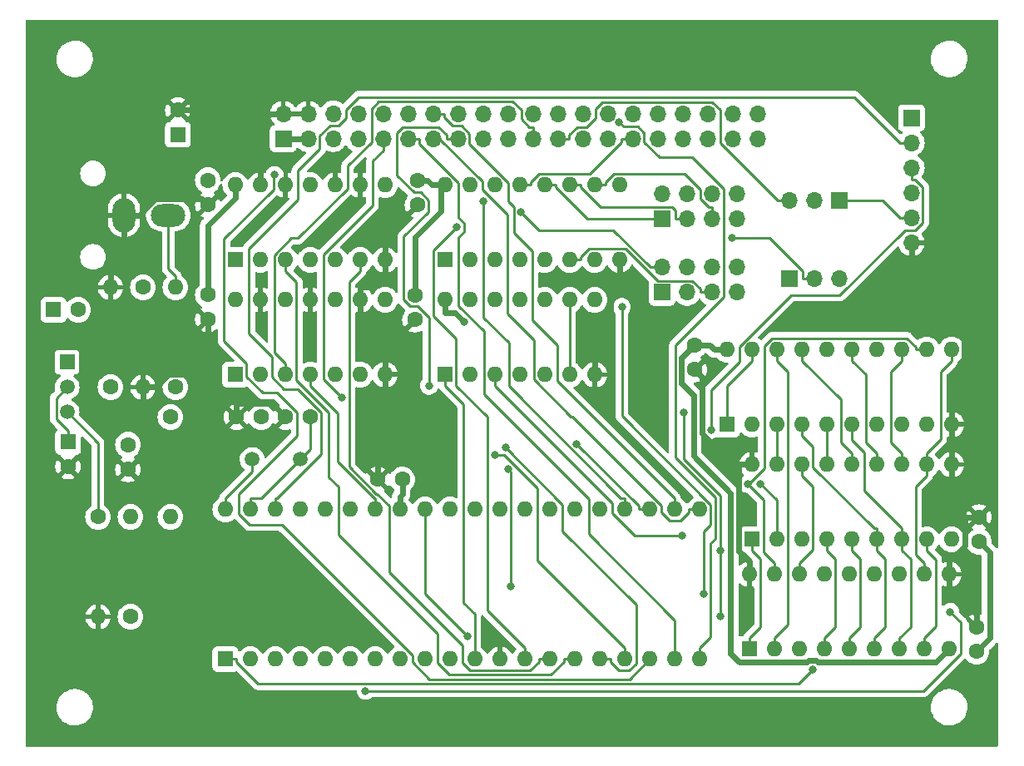
<source format=gbl>
G04 #@! TF.GenerationSoftware,KiCad,Pcbnew,7.0.9*
G04 #@! TF.CreationDate,2024-01-03T09:45:30+09:00*
G04 #@! TF.ProjectId,KZ80-TMS9918A,4b5a3830-2d54-44d5-9339-393138412e6b,rev?*
G04 #@! TF.SameCoordinates,PX5f5e100PY7735940*
G04 #@! TF.FileFunction,Copper,L2,Bot*
G04 #@! TF.FilePolarity,Positive*
%FSLAX46Y46*%
G04 Gerber Fmt 4.6, Leading zero omitted, Abs format (unit mm)*
G04 Created by KiCad (PCBNEW 7.0.9) date 2024-01-03 09:45:30*
%MOMM*%
%LPD*%
G01*
G04 APERTURE LIST*
G04 #@! TA.AperFunction,ComponentPad*
%ADD10C,1.600000*%
G04 #@! TD*
G04 #@! TA.AperFunction,ComponentPad*
%ADD11O,1.600000X1.600000*%
G04 #@! TD*
G04 #@! TA.AperFunction,ComponentPad*
%ADD12R,1.500000X1.500000*%
G04 #@! TD*
G04 #@! TA.AperFunction,ComponentPad*
%ADD13C,1.500000*%
G04 #@! TD*
G04 #@! TA.AperFunction,ComponentPad*
%ADD14R,1.700000X1.700000*%
G04 #@! TD*
G04 #@! TA.AperFunction,ComponentPad*
%ADD15O,1.700000X1.700000*%
G04 #@! TD*
G04 #@! TA.AperFunction,ComponentPad*
%ADD16R,1.600000X1.600000*%
G04 #@! TD*
G04 #@! TA.AperFunction,ComponentPad*
%ADD17O,3.500000X2.300000*%
G04 #@! TD*
G04 #@! TA.AperFunction,ComponentPad*
%ADD18O,2.300000X3.500000*%
G04 #@! TD*
G04 #@! TA.AperFunction,ViaPad*
%ADD19C,0.800000*%
G04 #@! TD*
G04 #@! TA.AperFunction,Conductor*
%ADD20C,0.250000*%
G04 #@! TD*
G04 #@! TA.AperFunction,Conductor*
%ADD21C,0.600000*%
G04 #@! TD*
G04 APERTURE END LIST*
D10*
X7874000Y23876000D03*
D11*
X7874000Y13716000D03*
D10*
X11176000Y13716000D03*
D11*
X11176000Y23876000D03*
D10*
X9144000Y37084000D03*
D11*
X9144000Y47244000D03*
D12*
X4720000Y39624000D03*
D13*
X4720000Y37084000D03*
X4720000Y34544000D03*
X28443000Y29718000D03*
X23563000Y29718000D03*
D14*
X26725000Y62375000D03*
D15*
X26725000Y64915000D03*
X29265000Y62375000D03*
X29265000Y64915000D03*
X31805000Y62375000D03*
X31805000Y64915000D03*
X34345000Y62375000D03*
X34345000Y64915000D03*
X36885000Y62375000D03*
X36885000Y64915000D03*
X39425000Y62375000D03*
X39425000Y64915000D03*
X41965000Y62375000D03*
X41965000Y64915000D03*
X44505000Y62375000D03*
X44505000Y64915000D03*
X47045000Y62375000D03*
X47045000Y64915000D03*
X49585000Y62375000D03*
X49585000Y64915000D03*
X52125000Y62375000D03*
X52125000Y64915000D03*
X54665000Y62375000D03*
X54665000Y64915000D03*
X57205000Y62375000D03*
X57205000Y64915000D03*
X59745000Y62375000D03*
X59745000Y64915000D03*
X62285000Y62375000D03*
X62285000Y64915000D03*
X64825000Y62375000D03*
X64825000Y64915000D03*
X67365000Y62375000D03*
X67365000Y64915000D03*
X69905000Y62375000D03*
X69905000Y64915000D03*
X72445000Y62375000D03*
X72445000Y64915000D03*
X74985000Y62375000D03*
X74985000Y64915000D03*
D14*
X65278000Y46736000D03*
D15*
X65278000Y49276000D03*
X67818000Y46736000D03*
X67818000Y49276000D03*
X70358000Y46736000D03*
X70358000Y49276000D03*
X72898000Y46736000D03*
X72898000Y49276000D03*
D14*
X65278000Y54236000D03*
D15*
X65278000Y56776000D03*
X67818000Y54236000D03*
X67818000Y56776000D03*
X70358000Y54236000D03*
X70358000Y56776000D03*
X72898000Y54236000D03*
X72898000Y56776000D03*
D14*
X90650000Y64500000D03*
D15*
X90650000Y61960000D03*
X90650000Y59420000D03*
X90650000Y56880000D03*
X90650000Y54340000D03*
X90650000Y51800000D03*
D10*
X24464000Y34036000D03*
X21964000Y34036000D03*
X29464000Y34036000D03*
X26964000Y34036000D03*
D16*
X20828000Y9398000D03*
D11*
X23368000Y9398000D03*
X25908000Y9398000D03*
X28448000Y9398000D03*
X30988000Y9398000D03*
X33528000Y9398000D03*
X36068000Y9398000D03*
X38608000Y9398000D03*
X41148000Y9398000D03*
X43688000Y9398000D03*
X46228000Y9398000D03*
X48768000Y9398000D03*
X51308000Y9398000D03*
X53848000Y9398000D03*
X56388000Y9398000D03*
X58928000Y9398000D03*
X61468000Y9398000D03*
X64008000Y9398000D03*
X66548000Y9398000D03*
X69088000Y9398000D03*
X69088000Y24638000D03*
X66548000Y24638000D03*
X64008000Y24638000D03*
X61468000Y24638000D03*
X58928000Y24638000D03*
X56388000Y24638000D03*
X53848000Y24638000D03*
X51308000Y24638000D03*
X48768000Y24638000D03*
X46228000Y24638000D03*
X43688000Y24638000D03*
X41148000Y24638000D03*
X38608000Y24638000D03*
X36068000Y24638000D03*
X33528000Y24638000D03*
X30988000Y24638000D03*
X28448000Y24638000D03*
X25908000Y24638000D03*
X23368000Y24638000D03*
X20828000Y24638000D03*
D10*
X12446000Y47244000D03*
D11*
X12446000Y37084000D03*
D10*
X15748000Y37084000D03*
D11*
X15748000Y47244000D03*
D17*
X15008000Y54597500D03*
D18*
X10508000Y54597500D03*
D10*
X10922000Y31222000D03*
X10922000Y28722000D03*
D14*
X83304000Y56094000D03*
D15*
X80764000Y56094000D03*
X78224000Y56094000D03*
D10*
X40132000Y46462000D03*
X40132000Y43962000D03*
X38837000Y27686000D03*
X36337000Y27686000D03*
X97536000Y21356000D03*
X97536000Y23856000D03*
D16*
X74422000Y21590000D03*
D11*
X76962000Y21590000D03*
X79502000Y21590000D03*
X82042000Y21590000D03*
X84582000Y21590000D03*
X87122000Y21590000D03*
X89662000Y21590000D03*
X92202000Y21590000D03*
X94742000Y21590000D03*
X94742000Y29210000D03*
X92202000Y29210000D03*
X89662000Y29210000D03*
X87122000Y29210000D03*
X84582000Y29210000D03*
X82042000Y29210000D03*
X79502000Y29210000D03*
X76962000Y29210000D03*
X74422000Y29210000D03*
D16*
X16002000Y62778000D03*
D10*
X16002000Y65278000D03*
D16*
X3342000Y44958000D03*
D10*
X5842000Y44958000D03*
X19050000Y46482000D03*
X19050000Y43982000D03*
D16*
X4826000Y31496000D03*
D10*
X4826000Y28996000D03*
X15240000Y34036000D03*
D11*
X15240000Y23876000D03*
D16*
X21839000Y38364000D03*
D11*
X24379000Y38364000D03*
X26919000Y38364000D03*
X29459000Y38364000D03*
X31999000Y38364000D03*
X34539000Y38364000D03*
X37079000Y38364000D03*
X37079000Y45984000D03*
X34539000Y45984000D03*
X31999000Y45984000D03*
X29459000Y45984000D03*
X26919000Y45984000D03*
X24379000Y45984000D03*
X21839000Y45984000D03*
D16*
X43180000Y38354000D03*
D11*
X45720000Y38354000D03*
X48260000Y38354000D03*
X50800000Y38354000D03*
X53340000Y38354000D03*
X55880000Y38354000D03*
X58420000Y38354000D03*
X58420000Y45974000D03*
X55880000Y45974000D03*
X53340000Y45974000D03*
X50800000Y45974000D03*
X48260000Y45974000D03*
X45720000Y45974000D03*
X43180000Y45974000D03*
D10*
X68580000Y41382000D03*
X68580000Y38882000D03*
D16*
X71887000Y33284000D03*
D11*
X74427000Y33284000D03*
X76967000Y33284000D03*
X79507000Y33284000D03*
X82047000Y33284000D03*
X84587000Y33284000D03*
X87127000Y33284000D03*
X89667000Y33284000D03*
X92207000Y33284000D03*
X94747000Y33284000D03*
X94747000Y40904000D03*
X92207000Y40904000D03*
X89667000Y40904000D03*
X87127000Y40904000D03*
X84587000Y40904000D03*
X82047000Y40904000D03*
X79507000Y40904000D03*
X76967000Y40904000D03*
X74427000Y40904000D03*
X71887000Y40904000D03*
D16*
X21844000Y50038000D03*
D11*
X24384000Y50038000D03*
X26924000Y50038000D03*
X29464000Y50038000D03*
X32004000Y50038000D03*
X34544000Y50038000D03*
X37084000Y50038000D03*
X37084000Y57658000D03*
X34544000Y57658000D03*
X32004000Y57658000D03*
X29464000Y57658000D03*
X26924000Y57658000D03*
X24384000Y57658000D03*
X21844000Y57658000D03*
D14*
X78258000Y48116000D03*
D15*
X80798000Y48116000D03*
X83338000Y48116000D03*
D10*
X19050000Y58146000D03*
X19050000Y55646000D03*
X40386000Y58146000D03*
X40386000Y55646000D03*
D16*
X43170000Y50038000D03*
D11*
X45710000Y50038000D03*
X48250000Y50038000D03*
X50790000Y50038000D03*
X53330000Y50038000D03*
X55870000Y50038000D03*
X58410000Y50038000D03*
X60950000Y50038000D03*
X60950000Y57658000D03*
X58410000Y57658000D03*
X55870000Y57658000D03*
X53330000Y57658000D03*
X50790000Y57658000D03*
X48250000Y57658000D03*
X45710000Y57658000D03*
X43170000Y57658000D03*
D10*
X97282000Y10180000D03*
X97282000Y12680000D03*
D16*
X74168000Y10414000D03*
D11*
X76708000Y10414000D03*
X79248000Y10414000D03*
X81788000Y10414000D03*
X84328000Y10414000D03*
X86868000Y10414000D03*
X89408000Y10414000D03*
X91948000Y10414000D03*
X94488000Y10414000D03*
X94488000Y18034000D03*
X91948000Y18034000D03*
X89408000Y18034000D03*
X86868000Y18034000D03*
X84328000Y18034000D03*
X81788000Y18034000D03*
X79248000Y18034000D03*
X76708000Y18034000D03*
X74168000Y18034000D03*
D19*
X80574300Y8334400D03*
X60921600Y64018300D03*
X25829700Y58687500D03*
X94599200Y14208100D03*
X35101900Y6165700D03*
X48283600Y30153000D03*
X32654500Y36056500D03*
X75304100Y27239800D03*
X74001000Y27200400D03*
X49587500Y28746000D03*
X49893400Y16846900D03*
X71181000Y20433700D03*
X67463400Y34465100D03*
X71179100Y13782800D03*
X45497800Y11694600D03*
X44371500Y53394600D03*
X45163700Y43750100D03*
X49342200Y30920600D03*
X47112200Y56019800D03*
X70265000Y32721400D03*
X41564900Y37228600D03*
X56584800Y31293300D03*
X50926800Y54875100D03*
X72395300Y52316200D03*
X67343300Y22000800D03*
X69505500Y16082700D03*
X61184200Y45236400D03*
D20*
X4826000Y31496000D02*
X4826000Y32621300D01*
X3611700Y33835600D02*
X4826000Y32621300D01*
X4720000Y37084000D02*
X3611700Y35975700D01*
X3611700Y35975700D02*
X3611700Y33835600D01*
D21*
X25594500Y35405500D02*
X26964000Y34036000D01*
X96139000Y23856000D02*
X96139000Y20985300D01*
X9144000Y47244000D02*
X9144000Y48544300D01*
X37084000Y52344000D02*
X37084000Y50038000D01*
X24384000Y57658000D02*
X24384000Y63924300D01*
X74168000Y19334300D02*
X73100600Y20401700D01*
X68580000Y38882000D02*
X69313900Y38148100D01*
X12158300Y54685500D02*
X12158300Y54597500D01*
X72501000Y29210000D02*
X73121700Y29210000D01*
X94747000Y34584300D02*
X96052400Y35889700D01*
X12446000Y30246000D02*
X10922000Y28722000D01*
X19050000Y38433400D02*
X19050000Y43982000D01*
X37079000Y40909000D02*
X37079000Y38364000D01*
X13731800Y56259000D02*
X12158300Y54685500D01*
X94747000Y30515300D02*
X94742000Y30510300D01*
X37696400Y41526400D02*
X37079000Y40909000D01*
X34539000Y47284300D02*
X35630600Y47284300D01*
X19050000Y38433400D02*
X15095700Y38433400D01*
X74168000Y18034000D02*
X74168000Y19334300D01*
X23030300Y65278000D02*
X16002000Y65278000D01*
X40386000Y55646000D02*
X37084000Y52344000D01*
X10508000Y54597500D02*
X12158300Y54597500D01*
X58420000Y39654300D02*
X60030500Y41264800D01*
X94742000Y25253000D02*
X96139000Y23856000D01*
X37084000Y50038000D02*
X37084000Y48737700D01*
X69313900Y38148100D02*
X69313900Y32397100D01*
X18437000Y56259000D02*
X13731800Y56259000D01*
X74422000Y29210000D02*
X73121700Y29210000D01*
X36337000Y36321700D02*
X37079000Y37063700D01*
X90650000Y51800000D02*
X90650000Y50449700D01*
X40132000Y43962000D02*
X37696400Y41526400D01*
X12446000Y37084000D02*
X13746300Y37084000D01*
X34539000Y45984000D02*
X34539000Y47284300D01*
X60030500Y41264800D02*
X60030500Y47818200D01*
X60950000Y50038000D02*
X60950000Y48737700D01*
X12446000Y37084000D02*
X12446000Y30246000D01*
X58420000Y38354000D02*
X58420000Y39654300D01*
X96139000Y20985300D02*
X94488000Y19334300D01*
X37696400Y41526400D02*
X34539000Y44683700D01*
X94488000Y18034000D02*
X94488000Y16733700D01*
X10508000Y49908300D02*
X10508000Y54597500D01*
X19050000Y55646000D02*
X18437000Y56259000D01*
X36337000Y27686000D02*
X36337000Y36321700D01*
X97282000Y13939700D02*
X94488000Y16733700D01*
X73100600Y29188900D02*
X73121700Y29210000D01*
X73100600Y20401700D02*
X73100600Y29188900D01*
X97282000Y12680000D02*
X97282000Y13939700D01*
X94747000Y33284000D02*
X94747000Y30515300D01*
X35630600Y47284300D02*
X37084000Y48737700D01*
X34539000Y45984000D02*
X34539000Y44683700D01*
X96052400Y35889700D02*
X96052400Y45047300D01*
X94747000Y33284000D02*
X94747000Y34584300D01*
X15095700Y38433400D02*
X13746300Y37084000D01*
X94742000Y29210000D02*
X94742000Y25253000D01*
X94742000Y29210000D02*
X94742000Y30510300D01*
X60030500Y47818200D02*
X60950000Y48737700D01*
X21964000Y34036000D02*
X21964000Y35405500D01*
X97536000Y23856000D02*
X96139000Y23856000D01*
X9144000Y48544300D02*
X10508000Y49908300D01*
X96052400Y45047300D02*
X90650000Y50449700D01*
X21964000Y35405500D02*
X25594500Y35405500D01*
X19050000Y38319500D02*
X21964000Y35405500D01*
X26725000Y64915000D02*
X25374700Y64915000D01*
X69313900Y32397100D02*
X72501000Y29210000D01*
X37079000Y38364000D02*
X37079000Y37063700D01*
X19050000Y38433400D02*
X19050000Y38319500D01*
X24384000Y63924300D02*
X23030300Y65278000D01*
X24384000Y63924300D02*
X25374700Y64915000D01*
X94488000Y18034000D02*
X94488000Y19334300D01*
D20*
X23368000Y24638000D02*
X23368000Y25763300D01*
X24488300Y25763300D02*
X28443000Y29718000D01*
X23368000Y25763300D02*
X24488300Y25763300D01*
X29464000Y30739000D02*
X29464000Y34036000D01*
X28443000Y29718000D02*
X29464000Y30739000D01*
X84328000Y11539300D02*
X85470900Y12682200D01*
X84582000Y21590000D02*
X84582000Y20464700D01*
X85470900Y12682200D02*
X85470900Y19575800D01*
X84328000Y10414000D02*
X84328000Y11539300D01*
X80574300Y8334400D02*
X79130900Y6891000D01*
X20828000Y9398000D02*
X21953300Y9398000D01*
X85470900Y19575800D02*
X84582000Y20464700D01*
X79130900Y6891000D02*
X24179000Y6891000D01*
X21953300Y9116700D02*
X21953300Y9398000D01*
X24179000Y6891000D02*
X21953300Y9116700D01*
X69088000Y10523300D02*
X70236200Y11671500D01*
X66639000Y29952300D02*
X66639000Y41336600D01*
X70236200Y21210500D02*
X70686800Y21661100D01*
X65020900Y60494900D02*
X63460400Y62055400D01*
X69088000Y9398000D02*
X69088000Y10523300D01*
X61354600Y63585300D02*
X60921600Y64018300D01*
X71541500Y46239100D02*
X71541500Y57259900D01*
X68306500Y60494900D02*
X65020900Y60494900D01*
X63460400Y62923800D02*
X62798900Y63585300D01*
X71541500Y57259900D02*
X68306500Y60494900D01*
X70236200Y11671500D02*
X70236200Y21210500D01*
X66639000Y41336600D02*
X71541500Y46239100D01*
X70686800Y21661100D02*
X70686800Y25904500D01*
X62798900Y63585300D02*
X61354600Y63585300D01*
X70686800Y25904500D02*
X66639000Y29952300D01*
X63460400Y62055400D02*
X63460400Y62923800D01*
X79248000Y18034000D02*
X79248000Y19159300D01*
X79248000Y19159300D02*
X80627300Y20538600D01*
X80627300Y26959400D02*
X79502000Y28084700D01*
X79502000Y29210000D02*
X79502000Y28084700D01*
X80627300Y20538600D02*
X80627300Y26959400D01*
X57802600Y22104300D02*
X57802600Y25725300D01*
X44584600Y57853600D02*
X40600300Y61837900D01*
X39425000Y62375000D02*
X40600300Y62375000D01*
X47134600Y36393300D02*
X47134600Y42805000D01*
X40600300Y61837900D02*
X40600300Y62375000D01*
X45110500Y52867400D02*
X45110500Y53818900D01*
X44584600Y52341500D02*
X45110500Y52867400D01*
X44584600Y45355000D02*
X44584600Y52341500D01*
X66548000Y13358900D02*
X57802600Y22104300D01*
X45110500Y53818900D02*
X44584600Y54344800D01*
X57802600Y25725300D02*
X47134600Y36393300D01*
X47134600Y42805000D02*
X44584600Y45355000D01*
X44584600Y54344800D02*
X44584600Y57853600D01*
X66548000Y9398000D02*
X66548000Y13358900D01*
X84582000Y29210000D02*
X84582000Y30335300D01*
X83456700Y35829000D02*
X79507000Y39778700D01*
X79507000Y40904000D02*
X79507000Y39778700D01*
X84582000Y30335300D02*
X83456700Y31460600D01*
X83456700Y31460600D02*
X83456700Y35829000D01*
X41604100Y7341400D02*
X39878000Y9067500D01*
X64008000Y9398000D02*
X61951400Y7341400D01*
X22199200Y26197000D02*
X28129000Y32126800D01*
X22199200Y24184200D02*
X22199200Y26197000D01*
X20709700Y41767700D02*
X20709700Y52183500D01*
X25733800Y57207600D02*
X25733800Y58591600D01*
X26096300Y36507200D02*
X24632000Y36507200D01*
X23309100Y23074300D02*
X22199200Y24184200D01*
X22988000Y38151200D02*
X22988000Y39489400D01*
X26603600Y23074300D02*
X23309100Y23074300D01*
X20709700Y52183500D02*
X25733800Y57207600D01*
X61951400Y7341400D02*
X41604100Y7341400D01*
X22988000Y39489400D02*
X20709700Y41767700D01*
X39878000Y9799900D02*
X26603600Y23074300D01*
X39878000Y9067500D02*
X39878000Y9799900D01*
X28129000Y34474500D02*
X26096300Y36507200D01*
X28129000Y32126800D02*
X28129000Y34474500D01*
X24632000Y36507200D02*
X22988000Y38151200D01*
X25733800Y58591600D02*
X25829700Y58687500D01*
X85996700Y38369000D02*
X85996700Y31460600D01*
X85996700Y31460600D02*
X87122000Y30335300D01*
X87122000Y29210000D02*
X87122000Y30335300D01*
X35101900Y6165700D02*
X91858000Y6165700D01*
X95651300Y9959000D02*
X95651300Y13156000D01*
X95651300Y13156000D02*
X94599200Y14208100D01*
X91858000Y6165700D02*
X95651300Y9959000D01*
X84587000Y40904000D02*
X84587000Y39778700D01*
X84587000Y39778700D02*
X85996700Y38369000D01*
X49206600Y30153000D02*
X52578000Y26781600D01*
X35814000Y60128700D02*
X35814000Y55598500D01*
X30821900Y50606400D02*
X30821900Y37889100D01*
X35814000Y55598500D02*
X30821900Y50606400D01*
X30821900Y37889100D02*
X32654500Y36056500D01*
X36885000Y62375000D02*
X36885000Y61199700D01*
X61468000Y9398000D02*
X61468000Y10523300D01*
X52578000Y19413300D02*
X61468000Y10523300D01*
X52578000Y26781600D02*
X52578000Y19413300D01*
X48283600Y30153000D02*
X49206600Y30153000D01*
X36885000Y61199700D02*
X35814000Y60128700D01*
X88541700Y31455600D02*
X88541700Y38653400D01*
X89662000Y29210000D02*
X89662000Y30335300D01*
X88541700Y38653400D02*
X89667000Y39778700D01*
X89662000Y30335300D02*
X88541700Y31455600D01*
X89667000Y40904000D02*
X89667000Y39778700D01*
X76967000Y33284000D02*
X76967000Y32158700D01*
X76967000Y32158700D02*
X76962000Y32153700D01*
X76962000Y32153700D02*
X76962000Y29210000D01*
X91076700Y26959400D02*
X92202000Y28084700D01*
X91948000Y18034000D02*
X91948000Y19159300D01*
X92202000Y29210000D02*
X92202000Y30335300D01*
X93621700Y31755000D02*
X92202000Y30335300D01*
X91948000Y19159300D02*
X91076700Y20030600D01*
X94747000Y39778700D02*
X93621700Y38653400D01*
X93621700Y38653400D02*
X93621700Y31755000D01*
X91076700Y20030600D02*
X91076700Y26959400D01*
X94747000Y40904000D02*
X94747000Y39778700D01*
X92202000Y29210000D02*
X92202000Y28084700D01*
X82042000Y29210000D02*
X82042000Y30335300D01*
X82042000Y30335300D02*
X82047000Y30340300D01*
X82047000Y30340300D02*
X82047000Y33284000D01*
X93121400Y19545300D02*
X92202000Y20464700D01*
X91948000Y11539300D02*
X93121400Y12712700D01*
X92202000Y21590000D02*
X92202000Y20464700D01*
X91948000Y10414000D02*
X91948000Y11539300D01*
X93121400Y12712700D02*
X93121400Y19545300D01*
X89408000Y10414000D02*
X89408000Y11539300D01*
X84587000Y31740300D02*
X85852000Y30475300D01*
X85852000Y30475300D02*
X85852000Y26525300D01*
X84587000Y33284000D02*
X84587000Y31740300D01*
X90565900Y12697200D02*
X90565900Y19560800D01*
X89408000Y11539300D02*
X90565900Y12697200D01*
X85852000Y26525300D02*
X89662000Y22715300D01*
X90565900Y19560800D02*
X89662000Y20464700D01*
X89662000Y21590000D02*
X89662000Y20464700D01*
X89662000Y21590000D02*
X89662000Y22715300D01*
X76962000Y21590000D02*
X76962000Y25581900D01*
X76962000Y25581900D02*
X75304100Y27239800D01*
X80632300Y31033400D02*
X80632300Y28923700D01*
X80632300Y28923700D02*
X86840700Y22715300D01*
X86868000Y10414000D02*
X86868000Y11539300D01*
X86840700Y22715300D02*
X87122000Y22715300D01*
X79507000Y33284000D02*
X79507000Y32158700D01*
X87122000Y21590000D02*
X87122000Y22715300D01*
X88010900Y19575800D02*
X87122000Y20464700D01*
X87122000Y21590000D02*
X87122000Y20464700D01*
X86868000Y11539300D02*
X88010900Y12682200D01*
X88010900Y12682200D02*
X88010900Y19575800D01*
X79507000Y32158700D02*
X80632300Y31033400D01*
X75692000Y41291300D02*
X75692000Y28837600D01*
X75580300Y20287000D02*
X76708000Y19159300D01*
X76463900Y42063200D02*
X75692000Y41291300D01*
X75580200Y20287000D02*
X75580300Y20287000D01*
X75580200Y25621200D02*
X75580200Y20287000D01*
X76708000Y18034000D02*
X76708000Y19159300D01*
X75692000Y28837600D02*
X74054800Y27200400D01*
X74001000Y27200400D02*
X75580200Y25621200D01*
X91081700Y41185300D02*
X90203800Y42063200D01*
X90203800Y42063200D02*
X76463900Y42063200D01*
X91081700Y40904000D02*
X91081700Y41185300D01*
X74054800Y27200400D02*
X74001000Y27200400D01*
X92207000Y40904000D02*
X91081700Y40904000D01*
X49587500Y28746000D02*
X49893400Y28440100D01*
X49893400Y28440100D02*
X49893400Y16846900D01*
X45070800Y35337900D02*
X43180000Y37228700D01*
X46228000Y10523300D02*
X46228000Y13990400D01*
X46228000Y9398000D02*
X46228000Y10523300D01*
X46228000Y13990400D02*
X45070800Y15147600D01*
X43180000Y38354000D02*
X43180000Y37228700D01*
X45070800Y15147600D02*
X45070800Y35337900D01*
X71179100Y13782800D02*
X71179100Y20431800D01*
X67463400Y29764800D02*
X67463400Y34465100D01*
X71181000Y26047200D02*
X67463400Y29764800D01*
X71179100Y20431800D02*
X71181000Y20433700D01*
X71181000Y20433700D02*
X71181000Y26047200D01*
X76708000Y10414000D02*
X76708000Y11539300D01*
X41148000Y16044400D02*
X45497800Y11694600D01*
X78092300Y12923600D02*
X78092300Y38653400D01*
X76967000Y40904000D02*
X76967000Y39778700D01*
X76708000Y11539300D02*
X78092300Y12923600D01*
X78092300Y38653400D02*
X76967000Y39778700D01*
X41148000Y24638000D02*
X41148000Y16044400D01*
X42020100Y51043200D02*
X42020100Y44302800D01*
X44371500Y53394600D02*
X42020100Y51043200D01*
X44305400Y37233300D02*
X47489800Y34048900D01*
X51308000Y9398000D02*
X51308000Y10523300D01*
X47489800Y34048900D02*
X47489800Y14341500D01*
X44305400Y42017500D02*
X44305400Y37233300D01*
X42020100Y44302800D02*
X44305400Y42017500D01*
X47489800Y14341500D02*
X51308000Y10523300D01*
D21*
X73161200Y9067600D02*
X72259600Y9969200D01*
X21844000Y57658000D02*
X21844000Y56303200D01*
X38608000Y25938300D02*
X38837000Y26167300D01*
X67271600Y40073600D02*
X68580000Y41382000D01*
X94488000Y10414000D02*
X93141600Y9067600D01*
X42730300Y57658000D02*
X41869700Y57658000D01*
X43180000Y44673700D02*
X44240100Y44673700D01*
X43180000Y45974000D02*
X43180000Y44673700D01*
X41381700Y58146000D02*
X41869700Y57658000D01*
X42730300Y54988200D02*
X42730300Y57658000D01*
X80034300Y9067600D02*
X73161200Y9067600D01*
X97282000Y10180000D02*
X98633700Y11531700D01*
X93141600Y9067600D02*
X81114400Y9067600D01*
X40132000Y46462000D02*
X40132000Y52389900D01*
X98633700Y11531700D02*
X98633700Y20258300D01*
X70586700Y40904000D02*
X70108700Y41382000D01*
X19050000Y53509200D02*
X19050000Y46482000D01*
X80201400Y9234700D02*
X80034300Y9067600D01*
X80947300Y9234700D02*
X80201400Y9234700D01*
X38608000Y24638000D02*
X38608000Y25938300D01*
X72259600Y26271000D02*
X68462800Y30067800D01*
X40132000Y52389900D02*
X42730300Y54988200D01*
X38837000Y26167300D02*
X38837000Y27686000D01*
X26725000Y62375000D02*
X29265000Y62375000D01*
X43170000Y57658000D02*
X42730300Y57658000D01*
X70108700Y41382000D02*
X68580000Y41382000D01*
X98633700Y20258300D02*
X97536000Y21356000D01*
X21844000Y56303200D02*
X19050000Y53509200D01*
X44240100Y44673700D02*
X45163700Y43750100D01*
X71887000Y40904000D02*
X70586700Y40904000D01*
X68462800Y36289000D02*
X67271600Y37480200D01*
X81114400Y9067600D02*
X80947300Y9234700D01*
X68462800Y30067800D02*
X68462800Y36289000D01*
X72259600Y9969200D02*
X72259600Y26271000D01*
X40386000Y58146000D02*
X41381700Y58146000D01*
X67271600Y37480200D02*
X67271600Y40073600D01*
D20*
X37482700Y25033200D02*
X36288100Y26227800D01*
X52722700Y9116700D02*
X51863300Y8257300D01*
X33413600Y47782300D02*
X34544000Y48912700D01*
X45740800Y8257300D02*
X44958000Y9040100D01*
X44958000Y10800100D02*
X37482700Y18275400D01*
X36184600Y26227800D02*
X33413600Y28998800D01*
X52722700Y9398000D02*
X52722700Y9116700D01*
X51863300Y8257300D02*
X45740800Y8257300D01*
X37482700Y18275400D02*
X37482700Y25033200D01*
X36288100Y26227800D02*
X36184600Y26227800D01*
X53848000Y9398000D02*
X52722700Y9398000D01*
X33413600Y28998800D02*
X33413600Y47782300D01*
X44958000Y9040100D02*
X44958000Y10800100D01*
X34544000Y50038000D02*
X34544000Y48912700D01*
X36068000Y24638000D02*
X36068000Y25763300D01*
X29459000Y38364000D02*
X29459000Y37238700D01*
X36068000Y25763300D02*
X35988300Y25763300D01*
X35988300Y25763300D02*
X32272400Y29479200D01*
X32272400Y29479200D02*
X32272400Y34425300D01*
X32272400Y34425300D02*
X29459000Y37238700D01*
X42418000Y9029600D02*
X42418000Y11941000D01*
X53949600Y7803600D02*
X43644000Y7803600D01*
X42418000Y11941000D02*
X32322100Y22036900D01*
X55262700Y9116700D02*
X53949600Y7803600D01*
X56388000Y9398000D02*
X55262700Y9398000D01*
X32322100Y22036900D02*
X32322100Y26968700D01*
X28049300Y37797000D02*
X28049300Y47787400D01*
X55262700Y9398000D02*
X55262700Y9116700D01*
X43644000Y7803600D02*
X42418000Y9029600D01*
X31372200Y27918600D02*
X31372200Y34474100D01*
X26924000Y50038000D02*
X26924000Y48912700D01*
X32322100Y26968700D02*
X31372200Y27918600D01*
X28049300Y47787400D02*
X26924000Y48912700D01*
X31372200Y34474100D02*
X28049300Y37797000D01*
X58928000Y9398000D02*
X60053300Y9398000D01*
X61926100Y8263000D02*
X62636500Y8973400D01*
X60053300Y9398000D02*
X60053300Y9116700D01*
X60907000Y8263000D02*
X61926100Y8263000D01*
X60053300Y9116700D02*
X60907000Y8263000D01*
X62636500Y8973400D02*
X62636500Y14917700D01*
X62636500Y14917700D02*
X55118000Y22436200D01*
X55118000Y22436200D02*
X55118000Y25144800D01*
X55118000Y25144800D02*
X49342200Y30920600D01*
X49674600Y41584800D02*
X49674600Y37177800D01*
X47112200Y44147200D02*
X49674600Y41584800D01*
X61468000Y24638000D02*
X61468000Y25763300D01*
X49674600Y37177800D02*
X61089100Y25763300D01*
X61089100Y25763300D02*
X61468000Y25763300D01*
X47112200Y56019800D02*
X47112200Y44147200D01*
X70265000Y32721400D02*
X70265000Y36746700D01*
X91825300Y57436800D02*
X91017400Y58244700D01*
X91825300Y53835400D02*
X91825300Y57436800D01*
X70265000Y36746700D02*
X73157000Y39638700D01*
X73157000Y41230000D02*
X78383600Y46456600D01*
X91017400Y58244700D02*
X90650000Y58244700D01*
X89976500Y53070000D02*
X91059900Y53070000D01*
X90650000Y59420000D02*
X90650000Y58244700D01*
X73157000Y39638700D02*
X73157000Y41230000D01*
X91059900Y53070000D02*
X91825300Y53835400D01*
X83363100Y46456600D02*
X89976500Y53070000D01*
X78383600Y46456600D02*
X83363100Y46456600D01*
X38997600Y52411400D02*
X38997600Y45991200D01*
X43329700Y62742400D02*
X42521800Y63550300D01*
X38243800Y62928800D02*
X38243800Y58668400D01*
X41522700Y54936500D02*
X38997600Y52411400D01*
X43329700Y62375000D02*
X43329700Y62742400D01*
X40760100Y56896000D02*
X41522700Y56133400D01*
X44505000Y62375000D02*
X43329700Y62375000D01*
X42521800Y63550300D02*
X38865300Y63550300D01*
X40016200Y56896000D02*
X40760100Y56896000D01*
X41522700Y56133400D02*
X41522700Y54936500D01*
X41564900Y44193200D02*
X41564900Y37228600D01*
X64008000Y24638000D02*
X62882700Y24638000D01*
X38865300Y63550300D02*
X38243800Y62928800D01*
X38997600Y45991200D02*
X39655100Y45333700D01*
X62882700Y24995400D02*
X56584800Y31293300D01*
X40424400Y45333700D02*
X41564900Y44193200D01*
X62882700Y24638000D02*
X62882700Y24995400D01*
X39655100Y45333700D02*
X40424400Y45333700D01*
X38243800Y58668400D02*
X40016200Y56896000D01*
X32330600Y63739600D02*
X33075000Y64484000D01*
X25568600Y38121100D02*
X25568600Y40148900D01*
X31472500Y63739600D02*
X32330600Y63739600D01*
X25568600Y40148900D02*
X23213100Y42504400D01*
X26802800Y36886900D02*
X25568600Y38121100D01*
X23213100Y51178800D02*
X28194000Y56159700D01*
X34369200Y66614400D02*
X84820300Y66614400D01*
X33075000Y65320200D02*
X34369200Y66614400D01*
X25908000Y25763300D02*
X26048700Y25763300D01*
X33075000Y64484000D02*
X33075000Y65320200D01*
X30440400Y61347500D02*
X30440400Y62707500D01*
X28194000Y59101100D02*
X30440400Y61347500D01*
X28194000Y56159700D02*
X28194000Y59101100D01*
X90650000Y61960000D02*
X89474700Y61960000D01*
X84820300Y66614400D02*
X89474700Y61960000D01*
X28212400Y36886900D02*
X26802800Y36886900D01*
X26048700Y25763300D02*
X30589400Y30304000D01*
X23213100Y42504400D02*
X23213100Y51178800D01*
X30589400Y30304000D02*
X30589400Y34509900D01*
X25908000Y24638000D02*
X25908000Y25763300D01*
X30440400Y62707500D02*
X31472500Y63739600D01*
X30589400Y34509900D02*
X28212400Y36886900D01*
X52060000Y43936800D02*
X52060000Y50944500D01*
X54610000Y41386800D02*
X52060000Y43936800D01*
X45680400Y62900600D02*
X44841300Y63739700D01*
X49633600Y55966600D02*
X49633600Y57866600D01*
X43948200Y63739700D02*
X43140300Y64547600D01*
X44841300Y63739700D02*
X43948200Y63739700D01*
X49633600Y57866600D02*
X45680400Y61819800D01*
X41965000Y64915000D02*
X43140300Y64915000D01*
X52060000Y50944500D02*
X50201400Y52803100D01*
X43140300Y64547600D02*
X43140300Y64915000D01*
X54610000Y37701300D02*
X54610000Y41386800D01*
X50201400Y55398800D02*
X49633600Y55966600D01*
X50201400Y52803100D02*
X50201400Y55398800D01*
X66548000Y24638000D02*
X66548000Y25763300D01*
X45680400Y61819800D02*
X45680400Y62900600D01*
X66548000Y25763300D02*
X54610000Y37701300D01*
X20828000Y24638000D02*
X20828000Y25763300D01*
X23563000Y28498300D02*
X23563000Y29718000D01*
X20828000Y25763300D02*
X23563000Y28498300D01*
X65241700Y25004000D02*
X56185200Y34060500D01*
X52214600Y37854300D02*
X52214600Y41870300D01*
X67962700Y24638000D02*
X67962700Y24356700D01*
X49520000Y44564900D02*
X49520000Y54637800D01*
X69088000Y24638000D02*
X67962700Y24638000D01*
X46980000Y58028000D02*
X42633000Y62375000D01*
X56008400Y34060500D02*
X52214600Y37854300D01*
X67108700Y23502700D02*
X66088700Y23502700D01*
X49520000Y54637800D02*
X46980000Y57177800D01*
X65241700Y24349700D02*
X65241700Y25004000D01*
X56185200Y34060500D02*
X56008400Y34060500D01*
X46980000Y57177800D02*
X46980000Y58028000D01*
X67962700Y24356700D02*
X67108700Y23502700D01*
X52214600Y41870300D02*
X49520000Y44564900D01*
X66088700Y23502700D02*
X65241700Y24349700D01*
X42633000Y62375000D02*
X41965000Y62375000D01*
X15008000Y49109300D02*
X15008000Y54597500D01*
X15748000Y48369300D02*
X15008000Y49109300D01*
X15748000Y47244000D02*
X15748000Y48369300D01*
X70358000Y54236000D02*
X70358000Y55411300D01*
X69990600Y55411300D02*
X69182700Y56219200D01*
X69182700Y57162100D02*
X67561500Y58783300D01*
X67561500Y58783300D02*
X60379200Y58783300D01*
X60379200Y58783300D02*
X59535300Y57939400D01*
X58410000Y57658000D02*
X59535300Y57658000D01*
X70358000Y55411300D02*
X69990600Y55411300D01*
X59535300Y57939400D02*
X59535300Y57658000D01*
X69182700Y56219200D02*
X69182700Y57162100D01*
X55870000Y57658000D02*
X56995300Y57658000D01*
X56995300Y57465200D02*
X56995300Y57658000D01*
X66642700Y55044100D02*
X66275500Y55411300D01*
X67818000Y54236000D02*
X66642700Y54236000D01*
X59049200Y55411300D02*
X56995300Y57465200D01*
X66275500Y55411300D02*
X59049200Y55411300D01*
X66642700Y54236000D02*
X66642700Y55044100D01*
X53330000Y57658000D02*
X54455300Y57658000D01*
X54455300Y57465200D02*
X57684500Y54236000D01*
X65278000Y54236000D02*
X64102700Y54236000D01*
X57684500Y54236000D02*
X64102700Y54236000D01*
X54455300Y57658000D02*
X54455300Y57465200D01*
X52757700Y53044200D02*
X50926800Y54875100D01*
X64102700Y49276000D02*
X60334500Y53044200D01*
X60334500Y53044200D02*
X52757700Y53044200D01*
X65278000Y49276000D02*
X64102700Y49276000D01*
X51915300Y57939400D02*
X51915300Y57658000D01*
X62285000Y62375000D02*
X61109700Y62375000D01*
X50790000Y57658000D02*
X51915300Y57658000D01*
X52759200Y58783300D02*
X51915300Y57939400D01*
X57885400Y58783300D02*
X52759200Y58783300D01*
X61109700Y62007600D02*
X57885400Y58783300D01*
X61109700Y62375000D02*
X61109700Y62007600D01*
X70358000Y46736000D02*
X69182700Y46736000D01*
X57839200Y51163300D02*
X56995300Y50319400D01*
X56995300Y50319400D02*
X56995300Y50038000D01*
X68374800Y47911300D02*
X64830500Y47911300D01*
X64830500Y47911300D02*
X61578500Y51163300D01*
X69182700Y47103400D02*
X68374800Y47911300D01*
X61578500Y51163300D02*
X57839200Y51163300D01*
X69182700Y46736000D02*
X69182700Y47103400D01*
X55870000Y50038000D02*
X56995300Y50038000D01*
X35709600Y62060200D02*
X35709600Y65428800D01*
X25793700Y50525900D02*
X27509900Y52242100D01*
X50949700Y64358200D02*
X51757600Y63550300D01*
X51757600Y63550300D02*
X52125000Y63550300D01*
X26919000Y38364000D02*
X26919000Y39489300D01*
X28219400Y52242100D02*
X33274000Y57296700D01*
X25793700Y40614600D02*
X25793700Y50525900D01*
X33274000Y59624600D02*
X35709600Y62060200D01*
X33274000Y57296700D02*
X33274000Y59624600D01*
X50949700Y65279300D02*
X50949700Y64358200D01*
X36440300Y66159500D02*
X50069500Y66159500D01*
X26919000Y39489300D02*
X25793700Y40614600D01*
X27509900Y52242100D02*
X28219400Y52242100D01*
X35709600Y65428800D02*
X36440300Y66159500D01*
X52125000Y62375000D02*
X52125000Y63550300D01*
X50069500Y66159500D02*
X50949700Y65279300D01*
X80798000Y48116000D02*
X79622700Y48116000D01*
X79622700Y48924000D02*
X76230500Y52316200D01*
X79622700Y48116000D02*
X79622700Y48924000D01*
X76230500Y52316200D02*
X72395300Y52316200D01*
X7874000Y31390000D02*
X7874000Y23876000D01*
X4720000Y34544000D02*
X7874000Y31390000D01*
X48260000Y38354000D02*
X48260000Y37228700D01*
X74168000Y10414000D02*
X74168000Y11539300D01*
X75293300Y12664600D02*
X74168000Y11539300D01*
X75293300Y19593400D02*
X75293300Y12664600D01*
X48260000Y37228700D02*
X60198000Y25290700D01*
X62485900Y22000800D02*
X67343300Y22000800D01*
X74422000Y21590000D02*
X74422000Y20464700D01*
X74422000Y20464700D02*
X75293300Y19593400D01*
X60198000Y24288700D02*
X62485900Y22000800D01*
X60198000Y25290700D02*
X60198000Y24288700D01*
X71887000Y33284000D02*
X71887000Y37238700D01*
X71887000Y37238700D02*
X74427000Y39778700D01*
X74427000Y40904000D02*
X74427000Y39778700D01*
X90650000Y54340000D02*
X89474700Y54340000D01*
X89474700Y54340000D02*
X87720700Y56094000D01*
X87720700Y56094000D02*
X83304000Y56094000D01*
X55880000Y38354000D02*
X55880000Y45974000D01*
X82042000Y21590000D02*
X82042000Y20464700D01*
X81788000Y10414000D02*
X81788000Y11539300D01*
X61184200Y34133400D02*
X70236400Y25081200D01*
X61184200Y45236400D02*
X61184200Y34133400D01*
X69505500Y22381600D02*
X69505500Y16082700D01*
X82930900Y19575800D02*
X82930900Y12682200D01*
X82042000Y20464700D02*
X82930900Y19575800D01*
X70236400Y25081200D02*
X70236400Y23112500D01*
X70236400Y23112500D02*
X69505500Y22381600D01*
X82930900Y12682200D02*
X81788000Y11539300D01*
X58475000Y64484000D02*
X57541300Y63550300D01*
X56648200Y63550300D02*
X55840300Y62742400D01*
X54665000Y62375000D02*
X55840300Y62375000D01*
X57541300Y63550300D02*
X56648200Y63550300D01*
X70382400Y66108300D02*
X59195600Y66108300D01*
X58475000Y65387700D02*
X58475000Y64484000D01*
X59195600Y66108300D02*
X58475000Y65387700D01*
X55840300Y62742400D02*
X55840300Y62375000D01*
X77048700Y56094000D02*
X71175000Y61967700D01*
X71175000Y61967700D02*
X71175000Y65315700D01*
X78224000Y56094000D02*
X77048700Y56094000D01*
X71175000Y65315700D02*
X70382400Y66108300D01*
G04 #@! TA.AperFunction,Conductor*
G36*
X99443039Y74480315D02*
G01*
X99488794Y74427511D01*
X99500000Y74376000D01*
X99500000Y20829651D01*
X99480315Y20762612D01*
X99427511Y20716857D01*
X99358353Y20706913D01*
X99294797Y20735938D01*
X99271007Y20763677D01*
X99269811Y20765581D01*
X99140981Y20894411D01*
X98876698Y21158694D01*
X98843213Y21220017D01*
X98840851Y21257177D01*
X98849498Y21356000D01*
X98848533Y21367025D01*
X98838281Y21484214D01*
X98829543Y21584087D01*
X98770284Y21805243D01*
X98764293Y21818090D01*
X98690921Y21975439D01*
X98673523Y22012749D01*
X98542198Y22200300D01*
X98380300Y22362198D01*
X98192749Y22493523D01*
X98182488Y22498308D01*
X98130050Y22544479D01*
X98110898Y22611673D01*
X98131114Y22678554D01*
X98182491Y22723072D01*
X98188481Y22725866D01*
X98261472Y22776975D01*
X97580401Y23458047D01*
X97661148Y23470835D01*
X97774045Y23528359D01*
X97863641Y23617955D01*
X97921165Y23730852D01*
X97933953Y23811600D01*
X98615025Y23130528D01*
X98666136Y23203522D01*
X98762264Y23409669D01*
X98762269Y23409683D01*
X98821139Y23629390D01*
X98821141Y23629401D01*
X98840966Y23855998D01*
X98840966Y23856003D01*
X98821141Y24082600D01*
X98821139Y24082611D01*
X98762269Y24302318D01*
X98762265Y24302327D01*
X98666133Y24508484D01*
X98666131Y24508488D01*
X98615026Y24581474D01*
X98615025Y24581474D01*
X97933953Y23900402D01*
X97921165Y23981148D01*
X97863641Y24094045D01*
X97774045Y24183641D01*
X97661148Y24241165D01*
X97580400Y24253954D01*
X98261472Y24935026D01*
X98261471Y24935027D01*
X98188483Y24986134D01*
X98188481Y24986135D01*
X97982326Y25082266D01*
X97982317Y25082270D01*
X97762610Y25141140D01*
X97762599Y25141142D01*
X97536002Y25160966D01*
X97535998Y25160966D01*
X97309400Y25141142D01*
X97309389Y25141140D01*
X97089682Y25082270D01*
X97089673Y25082266D01*
X96883513Y24986132D01*
X96810527Y24935028D01*
X96810526Y24935027D01*
X97491600Y24253954D01*
X97410852Y24241165D01*
X97297955Y24183641D01*
X97208359Y24094045D01*
X97150835Y23981148D01*
X97138046Y23900401D01*
X96456973Y24581474D01*
X96456972Y24581473D01*
X96405868Y24508487D01*
X96309734Y24302327D01*
X96309730Y24302318D01*
X96250860Y24082611D01*
X96250858Y24082600D01*
X96231034Y23856003D01*
X96231034Y23855998D01*
X96250858Y23629401D01*
X96250860Y23629390D01*
X96309730Y23409683D01*
X96309734Y23409674D01*
X96405865Y23203519D01*
X96405866Y23203517D01*
X96456973Y23130529D01*
X96456974Y23130528D01*
X97138046Y23811601D01*
X97150835Y23730852D01*
X97208359Y23617955D01*
X97297955Y23528359D01*
X97410852Y23470835D01*
X97491599Y23458047D01*
X96810526Y22776975D01*
X96810526Y22776974D01*
X96883512Y22725869D01*
X96883516Y22725867D01*
X96889504Y22723075D01*
X96941946Y22676906D01*
X96961102Y22609713D01*
X96940890Y22542831D01*
X96889517Y22498311D01*
X96879255Y22493526D01*
X96879252Y22493524D01*
X96860802Y22480605D01*
X96691700Y22362198D01*
X96691698Y22362197D01*
X96691695Y22362194D01*
X96529806Y22200305D01*
X96529803Y22200302D01*
X96529802Y22200300D01*
X96482023Y22132064D01*
X96398476Y22012748D01*
X96398475Y22012746D01*
X96301718Y21805250D01*
X96301714Y21805238D01*
X96283918Y21738822D01*
X96247552Y21679162D01*
X96184705Y21648633D01*
X96115330Y21656928D01*
X96061452Y21701414D01*
X96040615Y21760109D01*
X96040123Y21765738D01*
X96035543Y21818087D01*
X95976284Y22039243D01*
X95969150Y22054541D01*
X95914304Y22172161D01*
X95879523Y22246749D01*
X95748198Y22434300D01*
X95586300Y22596198D01*
X95398749Y22727523D01*
X95398745Y22727525D01*
X95191249Y22824282D01*
X95191238Y22824286D01*
X94970089Y22883543D01*
X94970081Y22883544D01*
X94742002Y22903498D01*
X94741998Y22903498D01*
X94513918Y22883544D01*
X94513910Y22883543D01*
X94292761Y22824286D01*
X94292750Y22824282D01*
X94085254Y22727525D01*
X94085252Y22727524D01*
X94078894Y22723072D01*
X93897700Y22596198D01*
X93897698Y22596197D01*
X93897695Y22596194D01*
X93735806Y22434305D01*
X93735803Y22434302D01*
X93735802Y22434300D01*
X93702291Y22386441D01*
X93604476Y22246749D01*
X93584382Y22203655D01*
X93538209Y22151216D01*
X93471016Y22132064D01*
X93404135Y22152280D01*
X93359618Y22203655D01*
X93339523Y22246749D01*
X93318059Y22277403D01*
X93208198Y22434300D01*
X93046300Y22596198D01*
X92858749Y22727523D01*
X92858745Y22727525D01*
X92651249Y22824282D01*
X92651238Y22824286D01*
X92430089Y22883543D01*
X92430081Y22883544D01*
X92202002Y22903498D01*
X92201998Y22903498D01*
X91973918Y22883544D01*
X91973907Y22883542D01*
X91866293Y22854707D01*
X91796443Y22856370D01*
X91738581Y22895533D01*
X91711077Y22959762D01*
X91710200Y22974482D01*
X91710200Y26645635D01*
X91729885Y26712674D01*
X91746515Y26733312D01*
X92590815Y27577613D01*
X92603180Y27587517D01*
X92603006Y27587727D01*
X92609012Y27592697D01*
X92609018Y27592700D01*
X92656999Y27643796D01*
X92678135Y27664931D01*
X92682458Y27670505D01*
X92686257Y27674953D01*
X92718585Y27709378D01*
X92719400Y27710859D01*
X92728420Y27727270D01*
X92739098Y27743526D01*
X92751614Y27759660D01*
X92770374Y27803014D01*
X92772935Y27808242D01*
X92795695Y27849640D01*
X92800774Y27869426D01*
X92807072Y27887818D01*
X92815181Y27906555D01*
X92822569Y27953203D01*
X92823751Y27958914D01*
X92835500Y28004670D01*
X92835500Y28004683D01*
X92835753Y28006680D01*
X92836391Y28008145D01*
X92837440Y28012227D01*
X92838098Y28012058D01*
X92863684Y28070724D01*
X92887648Y28092713D01*
X93046300Y28203802D01*
X93208198Y28365700D01*
X93339523Y28553251D01*
X93364307Y28606402D01*
X93410479Y28658841D01*
X93477672Y28677993D01*
X93544553Y28657778D01*
X93589071Y28606401D01*
X93611864Y28557521D01*
X93611865Y28557519D01*
X93742342Y28371180D01*
X93903179Y28210343D01*
X94089517Y28079866D01*
X94295673Y27983735D01*
X94295682Y27983731D01*
X94491999Y27931128D01*
X94492000Y27931129D01*
X94492000Y28894314D01*
X94503955Y28882359D01*
X94616852Y28824835D01*
X94710519Y28810000D01*
X94773481Y28810000D01*
X94867148Y28824835D01*
X94980045Y28882359D01*
X94992000Y28894314D01*
X94992000Y27931128D01*
X95188317Y27983731D01*
X95188326Y27983735D01*
X95394482Y28079866D01*
X95580820Y28210343D01*
X95741657Y28371180D01*
X95872134Y28557518D01*
X95968265Y28763674D01*
X95968269Y28763683D01*
X96020872Y28960000D01*
X95057686Y28960000D01*
X95069641Y28971955D01*
X95127165Y29084852D01*
X95146986Y29210000D01*
X95127165Y29335148D01*
X95069641Y29448045D01*
X95057686Y29460000D01*
X96020872Y29460000D01*
X96020872Y29460001D01*
X95968269Y29656318D01*
X95968265Y29656327D01*
X95872134Y29862483D01*
X95741657Y30048821D01*
X95580820Y30209658D01*
X95394482Y30340135D01*
X95188328Y30436266D01*
X94992000Y30488873D01*
X94992000Y29525686D01*
X94980045Y29537641D01*
X94867148Y29595165D01*
X94773481Y29610000D01*
X94710519Y29610000D01*
X94616852Y29595165D01*
X94503955Y29537641D01*
X94492000Y29525686D01*
X94492000Y30488873D01*
X94295671Y30436266D01*
X94089517Y30340135D01*
X93903179Y30209658D01*
X93742342Y30048821D01*
X93611865Y29862483D01*
X93589071Y29813599D01*
X93542898Y29761160D01*
X93475705Y29742008D01*
X93408824Y29762224D01*
X93364307Y29813599D01*
X93346338Y29852133D01*
X93339523Y29866749D01*
X93208198Y30054300D01*
X93100230Y30162268D01*
X93066746Y30223590D01*
X93071730Y30293282D01*
X93100229Y30337626D01*
X94010516Y31247913D01*
X94022878Y31257815D01*
X94022704Y31258025D01*
X94028713Y31262998D01*
X94028718Y31263000D01*
X94076684Y31314080D01*
X94097835Y31335230D01*
X94102161Y31340808D01*
X94105950Y31345245D01*
X94138286Y31379679D01*
X94148119Y31397568D01*
X94158802Y31413831D01*
X94171314Y31429959D01*
X94190071Y31473309D01*
X94192641Y31478553D01*
X94215393Y31519936D01*
X94215393Y31519937D01*
X94215395Y31519940D01*
X94220474Y31539727D01*
X94226770Y31558115D01*
X94234881Y31576855D01*
X94242269Y31623503D01*
X94243451Y31629214D01*
X94255200Y31674970D01*
X94255200Y31695385D01*
X94256727Y31714786D01*
X94257237Y31718005D01*
X94259920Y31734943D01*
X94255475Y31781967D01*
X94255200Y31787805D01*
X94255200Y31908319D01*
X94274885Y31975358D01*
X94327689Y32021113D01*
X94396847Y32031057D01*
X94411294Y32028094D01*
X94497000Y32005129D01*
X94497000Y32968314D01*
X94508955Y32956359D01*
X94621852Y32898835D01*
X94715519Y32884000D01*
X94778481Y32884000D01*
X94872148Y32898835D01*
X94985045Y32956359D01*
X94997000Y32968314D01*
X94997000Y32005128D01*
X95193317Y32057731D01*
X95193326Y32057735D01*
X95399482Y32153866D01*
X95585820Y32284343D01*
X95746657Y32445180D01*
X95877134Y32631518D01*
X95973265Y32837674D01*
X95973269Y32837683D01*
X96025872Y33034000D01*
X95062686Y33034000D01*
X95074641Y33045955D01*
X95132165Y33158852D01*
X95151986Y33284000D01*
X95132165Y33409148D01*
X95074641Y33522045D01*
X95062686Y33534000D01*
X96025872Y33534000D01*
X96025872Y33534001D01*
X95973269Y33730318D01*
X95973265Y33730327D01*
X95877134Y33936483D01*
X95746657Y34122821D01*
X95585820Y34283658D01*
X95399482Y34414135D01*
X95193328Y34510266D01*
X94997000Y34562873D01*
X94997000Y33599686D01*
X94985045Y33611641D01*
X94872148Y33669165D01*
X94778481Y33684000D01*
X94715519Y33684000D01*
X94621852Y33669165D01*
X94508955Y33611641D01*
X94497000Y33599686D01*
X94497000Y34562873D01*
X94496999Y34562874D01*
X94411294Y34539908D01*
X94341444Y34541571D01*
X94283581Y34580733D01*
X94256077Y34644961D01*
X94255200Y34659683D01*
X94255200Y38339635D01*
X94274885Y38406674D01*
X94291515Y38427312D01*
X95135815Y39271613D01*
X95148180Y39281517D01*
X95148006Y39281727D01*
X95154012Y39286697D01*
X95154018Y39286700D01*
X95201999Y39337796D01*
X95223135Y39358931D01*
X95227458Y39364505D01*
X95231257Y39368953D01*
X95263585Y39403378D01*
X95264176Y39404452D01*
X95273420Y39421270D01*
X95284098Y39437526D01*
X95296614Y39453660D01*
X95315374Y39497014D01*
X95317935Y39502242D01*
X95340695Y39543640D01*
X95345774Y39563426D01*
X95352072Y39581818D01*
X95360181Y39600555D01*
X95367569Y39647203D01*
X95368751Y39652914D01*
X95380500Y39698670D01*
X95380500Y39698683D01*
X95380753Y39700680D01*
X95381391Y39702145D01*
X95382440Y39706227D01*
X95383098Y39706058D01*
X95408684Y39764724D01*
X95432648Y39786713D01*
X95591300Y39897802D01*
X95753198Y40059700D01*
X95884523Y40247251D01*
X95981284Y40454757D01*
X96040543Y40675913D01*
X96060498Y40904000D01*
X96040543Y41132087D01*
X95981284Y41353243D01*
X95980463Y41355003D01*
X95927723Y41468105D01*
X95884523Y41560749D01*
X95753198Y41748300D01*
X95591300Y41910198D01*
X95403749Y42041523D01*
X95399668Y42043426D01*
X95196249Y42138282D01*
X95196238Y42138286D01*
X94975089Y42197543D01*
X94975081Y42197544D01*
X94747002Y42217498D01*
X94746998Y42217498D01*
X94518918Y42197544D01*
X94518910Y42197543D01*
X94297761Y42138286D01*
X94297750Y42138282D01*
X94090254Y42041525D01*
X94090252Y42041524D01*
X94027377Y41997498D01*
X93902700Y41910198D01*
X93902698Y41910197D01*
X93902695Y41910194D01*
X93740806Y41748305D01*
X93740803Y41748302D01*
X93740802Y41748300D01*
X93703073Y41694417D01*
X93609476Y41560749D01*
X93589382Y41517655D01*
X93543209Y41465216D01*
X93476016Y41446064D01*
X93409135Y41466280D01*
X93364618Y41517655D01*
X93344523Y41560749D01*
X93322485Y41592222D01*
X93213198Y41748300D01*
X93051300Y41910198D01*
X92863749Y42041523D01*
X92859668Y42043426D01*
X92656249Y42138282D01*
X92656238Y42138286D01*
X92435089Y42197543D01*
X92435081Y42197544D01*
X92207002Y42217498D01*
X92206998Y42217498D01*
X91978918Y42197544D01*
X91978910Y42197543D01*
X91757761Y42138286D01*
X91757750Y42138282D01*
X91550254Y42041525D01*
X91550246Y42041521D01*
X91383236Y41924579D01*
X91317030Y41902252D01*
X91249263Y41919262D01*
X91224432Y41938473D01*
X90710891Y42452013D01*
X90700988Y42464375D01*
X90700778Y42464200D01*
X90695803Y42470212D01*
X90695800Y42470218D01*
X90670003Y42494443D01*
X90644721Y42518185D01*
X90623568Y42539337D01*
X90621592Y42540869D01*
X90617983Y42543669D01*
X90613550Y42547456D01*
X90607324Y42553302D01*
X90579121Y42579786D01*
X90579119Y42579788D01*
X90561231Y42589622D01*
X90544970Y42600303D01*
X90528839Y42612816D01*
X90485493Y42631573D01*
X90480245Y42634144D01*
X90452824Y42649218D01*
X90438860Y42656895D01*
X90435460Y42657768D01*
X90419087Y42661972D01*
X90400681Y42668274D01*
X90381944Y42676382D01*
X90381946Y42676382D01*
X90335296Y42683770D01*
X90329581Y42684954D01*
X90309412Y42690132D01*
X90283832Y42696700D01*
X90283830Y42696700D01*
X90263416Y42696700D01*
X90244017Y42698227D01*
X90223858Y42701420D01*
X90223857Y42701420D01*
X90176834Y42696975D01*
X90170996Y42696700D01*
X76547529Y42696700D01*
X76531786Y42698439D01*
X76531761Y42698167D01*
X76523993Y42698902D01*
X76453960Y42696700D01*
X76424042Y42696700D01*
X76417036Y42695816D01*
X76411218Y42695358D01*
X76364011Y42693874D01*
X76364008Y42693873D01*
X76344405Y42688178D01*
X76325359Y42684234D01*
X76305103Y42681674D01*
X76305101Y42681674D01*
X76261192Y42664290D01*
X76255668Y42662399D01*
X76210304Y42649218D01*
X76210303Y42649217D01*
X76192724Y42638822D01*
X76175264Y42630268D01*
X76156284Y42622753D01*
X76156281Y42622751D01*
X76118082Y42594999D01*
X76113200Y42591791D01*
X76072538Y42567744D01*
X76058096Y42553302D01*
X76043308Y42540673D01*
X76026797Y42528677D01*
X76026792Y42528672D01*
X75996690Y42492286D01*
X75992758Y42487964D01*
X75429387Y41924594D01*
X75368064Y41891109D01*
X75298372Y41896093D01*
X75270586Y41910698D01*
X75083749Y42041523D01*
X75083747Y42041524D01*
X75079314Y42044628D01*
X75080108Y42045763D01*
X75036429Y42091585D01*
X75023216Y42160194D01*
X75049193Y42225055D01*
X75058963Y42236061D01*
X78609685Y45786781D01*
X78671008Y45820266D01*
X78697366Y45823100D01*
X83279466Y45823100D01*
X83295213Y45821362D01*
X83295239Y45821632D01*
X83303005Y45820899D01*
X83303009Y45820898D01*
X83373058Y45823100D01*
X83402956Y45823100D01*
X83402957Y45823100D01*
X83404322Y45823273D01*
X83409962Y45823986D01*
X83415785Y45824444D01*
X83441808Y45825262D01*
X83462990Y45825927D01*
X83477117Y45830032D01*
X83482581Y45831620D01*
X83501638Y45835568D01*
X83521897Y45838126D01*
X83565821Y45855518D01*
X83571321Y45857401D01*
X83616693Y45870582D01*
X83634265Y45880975D01*
X83651732Y45889532D01*
X83670717Y45897048D01*
X83708926Y45924810D01*
X83713804Y45928015D01*
X83754462Y45952058D01*
X83768902Y45966500D01*
X83783692Y45979130D01*
X83800207Y45991128D01*
X83830322Y46027533D01*
X83834226Y46031824D01*
X89175772Y51373369D01*
X89237092Y51406851D01*
X89306784Y51401867D01*
X89362717Y51359995D01*
X89375832Y51338090D01*
X89476399Y51122422D01*
X89611894Y50928918D01*
X89778917Y50761895D01*
X89972421Y50626400D01*
X90186507Y50526571D01*
X90186516Y50526567D01*
X90400000Y50469366D01*
X90400000Y51364499D01*
X90507685Y51315320D01*
X90614237Y51300000D01*
X90685763Y51300000D01*
X90792315Y51315320D01*
X90900000Y51364499D01*
X90900000Y50469367D01*
X91113483Y50526567D01*
X91113492Y50526571D01*
X91327578Y50626400D01*
X91521082Y50761895D01*
X91688105Y50928918D01*
X91823600Y51122422D01*
X91923429Y51336508D01*
X91923432Y51336514D01*
X91980636Y51550000D01*
X91083686Y51550000D01*
X91109493Y51590156D01*
X91150000Y51728111D01*
X91150000Y51871889D01*
X91109493Y52009844D01*
X91083686Y52050000D01*
X91980636Y52050000D01*
X91980635Y52050001D01*
X91923432Y52263487D01*
X91923429Y52263493D01*
X91823600Y52477578D01*
X91823599Y52477580D01*
X91693744Y52663033D01*
X91671417Y52729239D01*
X91688427Y52797006D01*
X91707631Y52821829D01*
X92214113Y53328311D01*
X92226477Y53338214D01*
X92226303Y53338424D01*
X92232315Y53343398D01*
X92232315Y53343399D01*
X92232318Y53343400D01*
X92280284Y53394480D01*
X92301435Y53415630D01*
X92305761Y53421208D01*
X92309550Y53425645D01*
X92341886Y53460079D01*
X92351719Y53477968D01*
X92362402Y53494231D01*
X92374914Y53510359D01*
X92393671Y53553709D01*
X92396241Y53558953D01*
X92418993Y53600336D01*
X92418993Y53600337D01*
X92418995Y53600340D01*
X92424074Y53620127D01*
X92430370Y53638515D01*
X92438481Y53657255D01*
X92445869Y53703903D01*
X92447051Y53709614D01*
X92458800Y53755370D01*
X92458800Y53775785D01*
X92460327Y53795186D01*
X92463520Y53815343D01*
X92459075Y53862367D01*
X92458800Y53868205D01*
X92458800Y57353169D01*
X92460538Y57368919D01*
X92460268Y57368944D01*
X92461001Y57376706D01*
X92461002Y57376709D01*
X92458800Y57446759D01*
X92458800Y57476656D01*
X92457914Y57483664D01*
X92457456Y57489486D01*
X92455973Y57536690D01*
X92455972Y57536692D01*
X92450279Y57556286D01*
X92446332Y57575343D01*
X92443774Y57595597D01*
X92436774Y57613277D01*
X92426386Y57639514D01*
X92424493Y57645043D01*
X92417822Y57668004D01*
X92411318Y57690393D01*
X92400922Y57707971D01*
X92392366Y57725438D01*
X92384852Y57744417D01*
X92357094Y57782621D01*
X92353887Y57787504D01*
X92340926Y57809420D01*
X92329842Y57828162D01*
X92315408Y57842596D01*
X92302771Y57857391D01*
X92290772Y57873907D01*
X92290770Y57873910D01*
X92254373Y57904019D01*
X92250051Y57907953D01*
X91737304Y58420701D01*
X91703819Y58482024D01*
X91708803Y58551716D01*
X91723509Y58578053D01*
X91722917Y58578439D01*
X91743048Y58609252D01*
X91848860Y58771209D01*
X91939296Y58977384D01*
X91994564Y59195632D01*
X91994565Y59195641D01*
X92013156Y59419995D01*
X92013156Y59420006D01*
X91994565Y59644360D01*
X91994563Y59644372D01*
X91984473Y59684216D01*
X91939296Y59862616D01*
X91848860Y60068791D01*
X91831151Y60095896D01*
X91787291Y60163030D01*
X91725722Y60257268D01*
X91725719Y60257271D01*
X91725715Y60257277D01*
X91573243Y60422903D01*
X91573238Y60422908D01*
X91395577Y60561188D01*
X91395578Y60561188D01*
X91395576Y60561189D01*
X91359070Y60580945D01*
X91309479Y60630164D01*
X91294371Y60698381D01*
X91318541Y60763936D01*
X91359070Y60799055D01*
X91359084Y60799064D01*
X91395576Y60818811D01*
X91573240Y60957094D01*
X91682487Y61075767D01*
X91725715Y61122724D01*
X91725717Y61122727D01*
X91725722Y61122732D01*
X91848860Y61311209D01*
X91939296Y61517384D01*
X91994564Y61735632D01*
X91994565Y61735641D01*
X92013156Y61959995D01*
X92013156Y61960006D01*
X91994565Y62184360D01*
X91994563Y62184372D01*
X91991876Y62194982D01*
X91939296Y62402616D01*
X91848860Y62608791D01*
X91725722Y62797268D01*
X91725719Y62797271D01*
X91725715Y62797277D01*
X91580510Y62955009D01*
X91549587Y63017663D01*
X91557447Y63087089D01*
X91601594Y63141245D01*
X91628405Y63155173D01*
X91708584Y63185080D01*
X91746204Y63199111D01*
X91863261Y63286739D01*
X91950889Y63403796D01*
X92000179Y63535947D01*
X92001988Y63540796D01*
X92001988Y63540797D01*
X92001989Y63540799D01*
X92007092Y63588261D01*
X92008499Y63601346D01*
X92008500Y63601363D01*
X92008500Y65398638D01*
X92008499Y65398655D01*
X92005157Y65429730D01*
X92001989Y65459201D01*
X91950889Y65596204D01*
X91863261Y65713261D01*
X91746204Y65800889D01*
X91609203Y65851989D01*
X91548654Y65858500D01*
X91548638Y65858500D01*
X89751362Y65858500D01*
X89751345Y65858500D01*
X89690797Y65851989D01*
X89690795Y65851989D01*
X89553795Y65800889D01*
X89436739Y65713261D01*
X89349111Y65596205D01*
X89298011Y65459205D01*
X89298011Y65459203D01*
X89291500Y65398655D01*
X89291500Y63601346D01*
X89298011Y63540798D01*
X89298011Y63540796D01*
X89341015Y63425502D01*
X89349111Y63403796D01*
X89436739Y63286739D01*
X89553796Y63199111D01*
X89605737Y63179738D01*
X89671595Y63155173D01*
X89727528Y63113301D01*
X89751944Y63047837D01*
X89737092Y62979564D01*
X89719489Y62955009D01*
X89642181Y62871031D01*
X89582294Y62835040D01*
X89512456Y62837141D01*
X89463271Y62867333D01*
X87437769Y64892835D01*
X85327388Y67003217D01*
X85317487Y67015577D01*
X85317277Y67015402D01*
X85312302Y67021414D01*
X85312300Y67021418D01*
X85285958Y67046155D01*
X85261222Y67069384D01*
X85240068Y67090537D01*
X85238092Y67092069D01*
X85234483Y67094869D01*
X85230050Y67098656D01*
X85223824Y67104502D01*
X85195621Y67130986D01*
X85195619Y67130988D01*
X85177731Y67140822D01*
X85161470Y67151503D01*
X85145339Y67164016D01*
X85101993Y67182773D01*
X85096745Y67185344D01*
X85069324Y67200418D01*
X85055360Y67208095D01*
X85051960Y67208968D01*
X85035587Y67213172D01*
X85017181Y67219474D01*
X84998444Y67227582D01*
X84998446Y67227582D01*
X84951796Y67234970D01*
X84946081Y67236154D01*
X84925912Y67241332D01*
X84900332Y67247900D01*
X84900330Y67247900D01*
X84879916Y67247900D01*
X84860517Y67249427D01*
X84840358Y67252620D01*
X84840357Y67252620D01*
X84793334Y67248175D01*
X84787496Y67247900D01*
X34452834Y67247900D01*
X34437086Y67249639D01*
X34437061Y67249368D01*
X34429294Y67250102D01*
X34429291Y67250102D01*
X34359242Y67247900D01*
X34329337Y67247900D01*
X34322343Y67247016D01*
X34316520Y67246558D01*
X34269311Y67245074D01*
X34269308Y67245073D01*
X34249705Y67239378D01*
X34230659Y67235434D01*
X34210403Y67232874D01*
X34210401Y67232874D01*
X34210399Y67232873D01*
X34166482Y67215486D01*
X34160956Y67213594D01*
X34115606Y67200418D01*
X34098033Y67190026D01*
X34080570Y67181471D01*
X34061585Y67173954D01*
X34061583Y67173953D01*
X34023379Y67146196D01*
X34018496Y67142988D01*
X33977837Y67118942D01*
X33963396Y67104502D01*
X33948608Y67091873D01*
X33932097Y67079877D01*
X33932092Y67079872D01*
X33901990Y67043486D01*
X33898058Y67039164D01*
X32832977Y65974084D01*
X32771654Y65940599D01*
X32701962Y65945583D01*
X32669133Y65963912D01*
X32550577Y66056188D01*
X32550572Y66056192D01*
X32352580Y66163339D01*
X32352577Y66163341D01*
X32352574Y66163342D01*
X32352571Y66163343D01*
X32352569Y66163344D01*
X32139637Y66236444D01*
X31917569Y66273500D01*
X31692431Y66273500D01*
X31470362Y66236444D01*
X31257430Y66163344D01*
X31257419Y66163339D01*
X31059427Y66056192D01*
X31059422Y66056188D01*
X30881761Y65917908D01*
X30881756Y65917903D01*
X30729284Y65752277D01*
X30729276Y65752266D01*
X30635251Y65608350D01*
X30582105Y65562993D01*
X30512873Y65553570D01*
X30449538Y65583072D01*
X30429868Y65605049D01*
X30303113Y65786074D01*
X30303108Y65786080D01*
X30136082Y65953106D01*
X29942578Y66088601D01*
X29728492Y66188430D01*
X29728486Y66188433D01*
X29515000Y66245636D01*
X29515000Y65350502D01*
X29407315Y65399680D01*
X29300763Y65415000D01*
X29229237Y65415000D01*
X29122685Y65399680D01*
X29015000Y65350502D01*
X29015000Y66245636D01*
X29014999Y66245636D01*
X28801513Y66188433D01*
X28801507Y66188430D01*
X28587422Y66088601D01*
X28587420Y66088600D01*
X28393926Y65953114D01*
X28393920Y65953109D01*
X28226891Y65786080D01*
X28226890Y65786078D01*
X28096575Y65599969D01*
X28041998Y65556345D01*
X27972499Y65549152D01*
X27910145Y65580674D01*
X27893425Y65599969D01*
X27763109Y65786078D01*
X27763108Y65786080D01*
X27596082Y65953106D01*
X27402578Y66088601D01*
X27188492Y66188430D01*
X27188486Y66188433D01*
X26975000Y66245636D01*
X26975000Y65350502D01*
X26867315Y65399680D01*
X26760763Y65415000D01*
X26689237Y65415000D01*
X26582685Y65399680D01*
X26475000Y65350502D01*
X26475000Y66245636D01*
X26474999Y66245636D01*
X26261513Y66188433D01*
X26261507Y66188430D01*
X26047422Y66088601D01*
X26047420Y66088600D01*
X25853926Y65953114D01*
X25853920Y65953109D01*
X25686891Y65786080D01*
X25686886Y65786074D01*
X25551400Y65592580D01*
X25551399Y65592578D01*
X25451570Y65378493D01*
X25451567Y65378487D01*
X25394364Y65165001D01*
X25394364Y65165000D01*
X26291314Y65165000D01*
X26265507Y65124844D01*
X26225000Y64986889D01*
X26225000Y64843111D01*
X26265507Y64705156D01*
X26291314Y64665000D01*
X25394364Y64665000D01*
X25451567Y64451514D01*
X25451570Y64451508D01*
X25551399Y64237422D01*
X25686894Y64043918D01*
X25802727Y63928085D01*
X25836212Y63866762D01*
X25831228Y63797070D01*
X25789356Y63741137D01*
X25758381Y63724223D01*
X25628795Y63675889D01*
X25511739Y63588261D01*
X25424111Y63471205D01*
X25373011Y63334205D01*
X25373011Y63334203D01*
X25366500Y63273655D01*
X25366500Y61476346D01*
X25373011Y61415798D01*
X25373011Y61415796D01*
X25415760Y61301186D01*
X25424111Y61278796D01*
X25511739Y61161739D01*
X25628796Y61074111D01*
X25765799Y61023011D01*
X25793050Y61020082D01*
X25826345Y61016501D01*
X25826362Y61016500D01*
X27623638Y61016500D01*
X27623654Y61016501D01*
X27650692Y61019409D01*
X27684201Y61023011D01*
X27821204Y61074111D01*
X27938261Y61161739D01*
X28025889Y61278796D01*
X28071138Y61400113D01*
X28113009Y61456044D01*
X28178474Y61480461D01*
X28246746Y61465609D01*
X28278545Y61440764D01*
X28341760Y61372094D01*
X28519424Y61233811D01*
X28519425Y61233811D01*
X28519427Y61233809D01*
X28623489Y61177494D01*
X28717426Y61126658D01*
X28930365Y61053556D01*
X28967149Y61047418D01*
X29030035Y61016968D01*
X29066475Y60957354D01*
X29064901Y60887502D01*
X29034422Y60837428D01*
X27805179Y59608186D01*
X27792820Y59598282D01*
X27792993Y59598073D01*
X27786983Y59593101D01*
X27786982Y59593101D01*
X27786982Y59593100D01*
X27752419Y59556295D01*
X27739016Y59542022D01*
X27717872Y59520878D01*
X27717857Y59520861D01*
X27713531Y59515286D01*
X27709747Y59510856D01*
X27677419Y59476429D01*
X27677412Y59476419D01*
X27667579Y59458533D01*
X27656903Y59442280D01*
X27644386Y59426143D01*
X27644385Y59426141D01*
X27625625Y59382790D01*
X27623055Y59377544D01*
X27600303Y59336159D01*
X27600303Y59336158D01*
X27595225Y59316380D01*
X27588925Y59297978D01*
X27580818Y59279243D01*
X27573431Y59232605D01*
X27572246Y59226884D01*
X27560500Y59181135D01*
X27560500Y59160716D01*
X27558973Y59141317D01*
X27555780Y59121159D01*
X27555780Y59121158D01*
X27560225Y59074134D01*
X27560500Y59068296D01*
X27560500Y58990228D01*
X27540815Y58923189D01*
X27488011Y58877434D01*
X27418853Y58867490D01*
X27384096Y58877845D01*
X27370326Y58884266D01*
X27174000Y58936873D01*
X27174000Y57973686D01*
X27162045Y57985641D01*
X27049148Y58043165D01*
X26955481Y58058000D01*
X26892519Y58058000D01*
X26798852Y58043165D01*
X26685955Y57985641D01*
X26674000Y57973686D01*
X26674000Y58326383D01*
X26680068Y58364699D01*
X26723242Y58497572D01*
X26743204Y58687500D01*
X26723242Y58877428D01*
X26664227Y59059056D01*
X26568740Y59224444D01*
X26440953Y59366366D01*
X26286452Y59478618D01*
X26111988Y59556294D01*
X26111986Y59556295D01*
X25925187Y59596000D01*
X25734213Y59596000D01*
X25547414Y59556295D01*
X25372946Y59478617D01*
X25218445Y59366365D01*
X25090659Y59224443D01*
X24995173Y59059057D01*
X24995171Y59059053D01*
X24966088Y58969544D01*
X24926650Y58911869D01*
X24862291Y58884671D01*
X24816063Y58888088D01*
X24634000Y58936873D01*
X24634000Y57973686D01*
X24622045Y57985641D01*
X24509148Y58043165D01*
X24415481Y58058000D01*
X24352519Y58058000D01*
X24258852Y58043165D01*
X24145955Y57985641D01*
X24134000Y57973686D01*
X24134000Y58936873D01*
X23937671Y58884266D01*
X23731517Y58788135D01*
X23545179Y58657658D01*
X23384342Y58496821D01*
X23253865Y58310483D01*
X23231071Y58261599D01*
X23184898Y58209160D01*
X23117705Y58190008D01*
X23050824Y58210224D01*
X23006307Y58261599D01*
X22998281Y58278810D01*
X22981523Y58314749D01*
X22850198Y58502300D01*
X22688300Y58664198D01*
X22500749Y58795523D01*
X22500745Y58795525D01*
X22293249Y58892282D01*
X22293238Y58892286D01*
X22072089Y58951543D01*
X22072081Y58951544D01*
X21844002Y58971498D01*
X21843998Y58971498D01*
X21615918Y58951544D01*
X21615910Y58951543D01*
X21394761Y58892286D01*
X21394750Y58892282D01*
X21187254Y58795525D01*
X21187252Y58795524D01*
X21139612Y58762166D01*
X20999700Y58664198D01*
X20999698Y58664197D01*
X20999695Y58664194D01*
X20837806Y58502305D01*
X20837803Y58502302D01*
X20837802Y58502300D01*
X20834490Y58497570D01*
X20706476Y58314748D01*
X20706475Y58314746D01*
X20609718Y58107250D01*
X20609713Y58107235D01*
X20605925Y58093098D01*
X20569558Y58033439D01*
X20506711Y58002911D01*
X20437335Y58011208D01*
X20383459Y58055695D01*
X20362186Y58122247D01*
X20362622Y58135995D01*
X20363498Y58146000D01*
X20343543Y58374087D01*
X20284284Y58595243D01*
X20261091Y58644980D01*
X20223381Y58725851D01*
X20187523Y58802749D01*
X20056198Y58990300D01*
X19894300Y59152198D01*
X19706749Y59283523D01*
X19697485Y59287843D01*
X19499249Y59380282D01*
X19499238Y59380286D01*
X19278089Y59439543D01*
X19278081Y59439544D01*
X19050002Y59459498D01*
X19049998Y59459498D01*
X18821918Y59439544D01*
X18821910Y59439543D01*
X18600761Y59380286D01*
X18600750Y59380282D01*
X18393254Y59283525D01*
X18393252Y59283524D01*
X18343619Y59248770D01*
X18205700Y59152198D01*
X18205698Y59152197D01*
X18205695Y59152194D01*
X18043806Y58990305D01*
X18043803Y58990302D01*
X18043802Y58990300D01*
X17977685Y58895875D01*
X17912476Y58802748D01*
X17912475Y58802746D01*
X17815718Y58595250D01*
X17815714Y58595239D01*
X17756457Y58374090D01*
X17756456Y58374082D01*
X17736502Y58146002D01*
X17736502Y58145999D01*
X17756456Y57917919D01*
X17756457Y57917911D01*
X17815714Y57696762D01*
X17815718Y57696751D01*
X17892543Y57532000D01*
X17912477Y57489251D01*
X18043802Y57301700D01*
X18205700Y57139802D01*
X18393251Y57008477D01*
X18403511Y57003693D01*
X18455950Y56957521D01*
X18475102Y56890327D01*
X18454886Y56823446D01*
X18403513Y56778930D01*
X18397513Y56776133D01*
X18324527Y56725028D01*
X18324526Y56725027D01*
X19005600Y56043954D01*
X18924852Y56031165D01*
X18811955Y55973641D01*
X18722359Y55884045D01*
X18664835Y55771148D01*
X18652046Y55690401D01*
X17970973Y56371474D01*
X17970972Y56371473D01*
X17919868Y56298487D01*
X17823734Y56092327D01*
X17823730Y56092318D01*
X17764860Y55872611D01*
X17764858Y55872600D01*
X17745034Y55646003D01*
X17745034Y55645998D01*
X17764858Y55419401D01*
X17764860Y55419390D01*
X17823730Y55199683D01*
X17823734Y55199674D01*
X17919865Y54993519D01*
X17919866Y54993517D01*
X17970973Y54920529D01*
X17970974Y54920528D01*
X18652046Y55601601D01*
X18664835Y55520852D01*
X18722359Y55407955D01*
X18811955Y55318359D01*
X18924852Y55260835D01*
X19005599Y55248047D01*
X18324526Y54566975D01*
X18324526Y54566974D01*
X18397512Y54515869D01*
X18397520Y54515865D01*
X18588756Y54426690D01*
X18641196Y54380518D01*
X18660348Y54313324D01*
X18640132Y54246443D01*
X18624034Y54226628D01*
X18583126Y54185718D01*
X18542719Y54145311D01*
X18504946Y54107538D01*
X18413891Y54016484D01*
X18413888Y54016480D01*
X18391436Y53980749D01*
X18387411Y53975077D01*
X18361092Y53942072D01*
X18342775Y53904041D01*
X18339412Y53897955D01*
X18316959Y53862219D01*
X18316953Y53862207D01*
X18303019Y53822384D01*
X18300357Y53815958D01*
X18282041Y53777922D01*
X18272645Y53736762D01*
X18270720Y53730081D01*
X18256783Y53690248D01*
X18256781Y53690242D01*
X18252057Y53648306D01*
X18250891Y53641447D01*
X18241501Y53600305D01*
X18241500Y53600296D01*
X18241500Y47575360D01*
X18221815Y47508321D01*
X18205181Y47487679D01*
X18043806Y47326305D01*
X18043803Y47326302D01*
X18043802Y47326300D01*
X17978247Y47232678D01*
X17912476Y47138748D01*
X17912475Y47138746D01*
X17815718Y46931250D01*
X17815714Y46931239D01*
X17756457Y46710090D01*
X17756456Y46710082D01*
X17736502Y46482002D01*
X17736502Y46481999D01*
X17756456Y46253919D01*
X17756457Y46253911D01*
X17815714Y46032762D01*
X17815718Y46032751D01*
X17911844Y45826609D01*
X17912477Y45825251D01*
X18043802Y45637700D01*
X18205700Y45475802D01*
X18393251Y45344477D01*
X18403511Y45339693D01*
X18455950Y45293521D01*
X18475102Y45226327D01*
X18454886Y45159446D01*
X18403513Y45114930D01*
X18397513Y45112133D01*
X18324526Y45061027D01*
X19005599Y44379954D01*
X18924852Y44367165D01*
X18811955Y44309641D01*
X18722359Y44220045D01*
X18664835Y44107148D01*
X18652046Y44026401D01*
X17970973Y44707474D01*
X17970972Y44707473D01*
X17919868Y44634487D01*
X17823734Y44428327D01*
X17823730Y44428318D01*
X17764860Y44208611D01*
X17764858Y44208600D01*
X17745034Y43982003D01*
X17745034Y43981998D01*
X17764858Y43755401D01*
X17764860Y43755390D01*
X17823730Y43535683D01*
X17823734Y43535674D01*
X17919865Y43329519D01*
X17919866Y43329517D01*
X17970973Y43256529D01*
X17970974Y43256528D01*
X18652046Y43937601D01*
X18664835Y43856852D01*
X18722359Y43743955D01*
X18811955Y43654359D01*
X18924852Y43596835D01*
X19005597Y43584047D01*
X18324526Y42902975D01*
X18324526Y42902974D01*
X18397512Y42851869D01*
X18397516Y42851867D01*
X18603673Y42755735D01*
X18603682Y42755731D01*
X18823389Y42696861D01*
X18823400Y42696859D01*
X19049998Y42677034D01*
X19050002Y42677034D01*
X19276599Y42696859D01*
X19276610Y42696861D01*
X19496317Y42755731D01*
X19496326Y42755735D01*
X19702483Y42851867D01*
X19702489Y42851871D01*
X19881076Y42976919D01*
X19947282Y42999247D01*
X20015049Y42982237D01*
X20062863Y42931290D01*
X20076200Y42875345D01*
X20076200Y41851334D01*
X20074461Y41835587D01*
X20074732Y41835561D01*
X20073998Y41827795D01*
X20073998Y41827792D01*
X20073998Y41827791D01*
X20074551Y41810209D01*
X20076200Y41757743D01*
X20076200Y41727841D01*
X20077084Y41720844D01*
X20077542Y41715021D01*
X20079026Y41667811D01*
X20079027Y41667809D01*
X20084722Y41648205D01*
X20088667Y41629158D01*
X20091226Y41608903D01*
X20091227Y41608900D01*
X20091228Y41608897D01*
X20108614Y41564984D01*
X20110506Y41559456D01*
X20123681Y41514108D01*
X20134072Y41496538D01*
X20142632Y41479065D01*
X20150147Y41460083D01*
X20177909Y41421873D01*
X20181116Y41416990D01*
X20205158Y41376338D01*
X20205162Y41376334D01*
X20219589Y41361907D01*
X20232226Y41347112D01*
X20244228Y41330593D01*
X20280631Y41300478D01*
X20284931Y41296565D01*
X21363147Y40218348D01*
X21697314Y39884181D01*
X21730799Y39822858D01*
X21725815Y39753166D01*
X21683943Y39697233D01*
X21618479Y39672816D01*
X21609633Y39672500D01*
X20990345Y39672500D01*
X20929797Y39665989D01*
X20929795Y39665989D01*
X20792795Y39614889D01*
X20675739Y39527261D01*
X20588111Y39410205D01*
X20537011Y39273205D01*
X20537011Y39273203D01*
X20530500Y39212655D01*
X20530500Y37515346D01*
X20537011Y37454798D01*
X20537011Y37454796D01*
X20576919Y37347803D01*
X20588111Y37317796D01*
X20675739Y37200739D01*
X20792796Y37113111D01*
X20929799Y37062011D01*
X20957050Y37059082D01*
X20990345Y37055501D01*
X20990362Y37055500D01*
X22687638Y37055500D01*
X22687654Y37055501D01*
X22714692Y37058409D01*
X22748201Y37062011D01*
X22885204Y37113111D01*
X22939291Y37153601D01*
X23004754Y37178017D01*
X23073027Y37163166D01*
X23101281Y37142015D01*
X23615680Y36627615D01*
X24124912Y36118383D01*
X24134819Y36106017D01*
X24135029Y36106190D01*
X24139996Y36100185D01*
X24191079Y36052216D01*
X24212224Y36031070D01*
X24217813Y36026734D01*
X24222245Y36022948D01*
X24244620Y36001938D01*
X24256680Y35990613D01*
X24274562Y35980783D01*
X24290829Y35970098D01*
X24306960Y35957585D01*
X24327416Y35948734D01*
X24350307Y35938829D01*
X24355533Y35936269D01*
X24396940Y35913505D01*
X24416716Y35908428D01*
X24435124Y35902125D01*
X24453850Y35894021D01*
X24453852Y35894020D01*
X24453853Y35894020D01*
X24453855Y35894019D01*
X24494784Y35887537D01*
X24500503Y35886631D01*
X24506212Y35885449D01*
X24551970Y35873700D01*
X24572384Y35873700D01*
X24591783Y35872173D01*
X24611943Y35868980D01*
X24658966Y35873425D01*
X24664804Y35873700D01*
X25782534Y35873700D01*
X25849573Y35854015D01*
X25870215Y35837381D01*
X26343114Y35364482D01*
X26376599Y35303159D01*
X26371615Y35233467D01*
X26329743Y35177534D01*
X26315949Y35169270D01*
X26316199Y35168837D01*
X26311514Y35166133D01*
X26238526Y35115027D01*
X26919599Y34433954D01*
X26838852Y34421165D01*
X26725955Y34363641D01*
X26636359Y34274045D01*
X26578835Y34161148D01*
X26566046Y34080401D01*
X25884973Y34761474D01*
X25884972Y34761473D01*
X25833867Y34688487D01*
X25831070Y34682487D01*
X25784897Y34630049D01*
X25717703Y34610898D01*
X25650822Y34631115D01*
X25606307Y34682489D01*
X25605770Y34683641D01*
X25601523Y34692749D01*
X25470198Y34880300D01*
X25308300Y35042198D01*
X25120749Y35173523D01*
X25120736Y35173529D01*
X24913249Y35270282D01*
X24913238Y35270286D01*
X24692089Y35329543D01*
X24692081Y35329544D01*
X24464002Y35349498D01*
X24463998Y35349498D01*
X24235918Y35329544D01*
X24235910Y35329543D01*
X24014761Y35270286D01*
X24014750Y35270282D01*
X23807254Y35173525D01*
X23807252Y35173524D01*
X23779942Y35154401D01*
X23619700Y35042198D01*
X23619698Y35042197D01*
X23619695Y35042194D01*
X23457806Y34880305D01*
X23457803Y34880302D01*
X23457802Y34880300D01*
X23396434Y34792658D01*
X23326476Y34692748D01*
X23326474Y34692745D01*
X23321689Y34682483D01*
X23275514Y34630046D01*
X23208320Y34610898D01*
X23141440Y34631117D01*
X23096925Y34682496D01*
X23094133Y34688484D01*
X23094131Y34688488D01*
X23043026Y34761474D01*
X23043025Y34761474D01*
X22361953Y34080402D01*
X22349165Y34161148D01*
X22291641Y34274045D01*
X22202045Y34363641D01*
X22089148Y34421165D01*
X22008400Y34433954D01*
X22689472Y35115026D01*
X22689471Y35115027D01*
X22616483Y35166134D01*
X22616481Y35166135D01*
X22410326Y35262266D01*
X22410317Y35262270D01*
X22190610Y35321140D01*
X22190599Y35321142D01*
X21964002Y35340966D01*
X21963998Y35340966D01*
X21737400Y35321142D01*
X21737389Y35321140D01*
X21517682Y35262270D01*
X21517673Y35262266D01*
X21311513Y35166132D01*
X21238527Y35115028D01*
X21238526Y35115027D01*
X21919600Y34433954D01*
X21838852Y34421165D01*
X21725955Y34363641D01*
X21636359Y34274045D01*
X21578835Y34161148D01*
X21566046Y34080401D01*
X20884973Y34761474D01*
X20884972Y34761473D01*
X20833868Y34688487D01*
X20737734Y34482327D01*
X20737730Y34482318D01*
X20678860Y34262611D01*
X20678858Y34262600D01*
X20659034Y34036003D01*
X20659034Y34035998D01*
X20678858Y33809401D01*
X20678860Y33809390D01*
X20737730Y33589683D01*
X20737734Y33589674D01*
X20833865Y33383519D01*
X20833866Y33383517D01*
X20884973Y33310529D01*
X20884974Y33310528D01*
X21566046Y33991601D01*
X21578835Y33910852D01*
X21636359Y33797955D01*
X21725955Y33708359D01*
X21838852Y33650835D01*
X21919599Y33638047D01*
X21238526Y32956975D01*
X21238526Y32956974D01*
X21311512Y32905869D01*
X21311516Y32905867D01*
X21517673Y32809735D01*
X21517682Y32809731D01*
X21737389Y32750861D01*
X21737400Y32750859D01*
X21963998Y32731034D01*
X21964002Y32731034D01*
X22190599Y32750859D01*
X22190610Y32750861D01*
X22410317Y32809731D01*
X22410331Y32809736D01*
X22616478Y32905864D01*
X22689472Y32956975D01*
X22008401Y33638047D01*
X22089148Y33650835D01*
X22202045Y33708359D01*
X22291641Y33797955D01*
X22349165Y33910852D01*
X22361953Y33991600D01*
X23043025Y33310528D01*
X23094134Y33383519D01*
X23096928Y33389509D01*
X23143099Y33441949D01*
X23210293Y33461102D01*
X23277174Y33440887D01*
X23321692Y33389512D01*
X23326477Y33379251D01*
X23457802Y33191700D01*
X23619700Y33029802D01*
X23807251Y32898477D01*
X23892644Y32858658D01*
X24014750Y32801719D01*
X24014752Y32801719D01*
X24014757Y32801716D01*
X24235913Y32742457D01*
X24398832Y32728204D01*
X24463998Y32722502D01*
X24464000Y32722502D01*
X24464002Y32722502D01*
X24522762Y32727643D01*
X24692087Y32742457D01*
X24913243Y32801716D01*
X25120749Y32898477D01*
X25308300Y33029802D01*
X25470198Y33191700D01*
X25601523Y33379251D01*
X25606307Y33389513D01*
X25652476Y33441949D01*
X25719669Y33461103D01*
X25786551Y33440889D01*
X25831072Y33389510D01*
X25833866Y33383517D01*
X25884973Y33310529D01*
X25884974Y33310528D01*
X26566046Y33991601D01*
X26578835Y33910852D01*
X26636359Y33797955D01*
X26725955Y33708359D01*
X26838852Y33650835D01*
X26919597Y33638047D01*
X26238526Y32956975D01*
X26238526Y32956974D01*
X26311512Y32905869D01*
X26311516Y32905867D01*
X26517673Y32809735D01*
X26517682Y32809731D01*
X26737389Y32750861D01*
X26737400Y32750859D01*
X26963998Y32731034D01*
X26964002Y32731034D01*
X27190599Y32750859D01*
X27190606Y32750860D01*
X27339406Y32790731D01*
X27409256Y32789068D01*
X27467119Y32749906D01*
X27494623Y32685678D01*
X27495500Y32670956D01*
X27495500Y32440567D01*
X27475815Y32373528D01*
X27459181Y32352886D01*
X25008972Y29902678D01*
X24947649Y29869193D01*
X24877957Y29874177D01*
X24822024Y29916049D01*
X24801516Y29958265D01*
X24793871Y29986796D01*
X24750120Y30150076D01*
X24657056Y30349653D01*
X24657054Y30349656D01*
X24657053Y30349658D01*
X24565542Y30480348D01*
X24530749Y30530038D01*
X24375038Y30685749D01*
X24194654Y30812056D01*
X24161961Y30827301D01*
X23995081Y30905118D01*
X23995079Y30905119D01*
X23995076Y30905120D01*
X23831794Y30948872D01*
X23782372Y30962115D01*
X23782365Y30962116D01*
X23563002Y30981307D01*
X23562998Y30981307D01*
X23343634Y30962116D01*
X23343627Y30962115D01*
X23130920Y30905119D01*
X22931346Y30812056D01*
X22931342Y30812054D01*
X22750967Y30685753D01*
X22750960Y30685748D01*
X22595252Y30530040D01*
X22595247Y30530033D01*
X22468946Y30349658D01*
X22468944Y30349654D01*
X22375881Y30150080D01*
X22318885Y29937373D01*
X22318884Y29937366D01*
X22299693Y29718003D01*
X22299693Y29717998D01*
X22318884Y29498635D01*
X22318885Y29498628D01*
X22327583Y29466167D01*
X22375880Y29285924D01*
X22375881Y29285921D01*
X22375882Y29285919D01*
X22454393Y29117550D01*
X22468944Y29086346D01*
X22595251Y28905962D01*
X22676378Y28824835D01*
X22747323Y28753890D01*
X22780807Y28692567D01*
X22775823Y28622875D01*
X22747322Y28578528D01*
X20439179Y26270386D01*
X20426820Y26260482D01*
X20426993Y26260273D01*
X20420983Y26255301D01*
X20420982Y26255301D01*
X20420982Y26255300D01*
X20414303Y26248188D01*
X20373016Y26204222D01*
X20351872Y26183078D01*
X20351857Y26183061D01*
X20347531Y26177486D01*
X20343747Y26173056D01*
X20311419Y26138629D01*
X20311412Y26138619D01*
X20301579Y26120733D01*
X20290903Y26104480D01*
X20278386Y26088343D01*
X20278385Y26088341D01*
X20259625Y26044990D01*
X20257055Y26039744D01*
X20234303Y25998359D01*
X20234303Y25998358D01*
X20229225Y25978580D01*
X20222925Y25960178D01*
X20214818Y25941443D01*
X20207431Y25894805D01*
X20206246Y25889084D01*
X20194499Y25843329D01*
X20194245Y25841316D01*
X20193606Y25839854D01*
X20192560Y25835775D01*
X20191901Y25835944D01*
X20166312Y25777272D01*
X20142347Y25755285D01*
X19983699Y25644198D01*
X19821806Y25482305D01*
X19690476Y25294748D01*
X19690475Y25294746D01*
X19593718Y25087250D01*
X19593714Y25087239D01*
X19534457Y24866090D01*
X19534456Y24866082D01*
X19514502Y24638002D01*
X19514502Y24637999D01*
X19534456Y24409919D01*
X19534457Y24409911D01*
X19593714Y24188762D01*
X19593718Y24188751D01*
X19680847Y24001902D01*
X19690477Y23981251D01*
X19821802Y23793700D01*
X19983700Y23631802D01*
X20171251Y23500477D01*
X20261866Y23458223D01*
X20378750Y23403719D01*
X20378752Y23403719D01*
X20378757Y23403716D01*
X20599913Y23344457D01*
X20762832Y23330204D01*
X20827998Y23324502D01*
X20828000Y23324502D01*
X20828002Y23324502D01*
X20885021Y23329491D01*
X21056087Y23344457D01*
X21277243Y23403716D01*
X21484749Y23500477D01*
X21672300Y23631802D01*
X21676316Y23635818D01*
X21737639Y23669303D01*
X21807331Y23664319D01*
X21851678Y23635818D01*
X22802010Y22685486D01*
X22811916Y22673122D01*
X22812126Y22673295D01*
X22817101Y22667281D01*
X22868195Y22619300D01*
X22889324Y22598171D01*
X22889328Y22598168D01*
X22889331Y22598165D01*
X22894905Y22593842D01*
X22899345Y22590049D01*
X22911668Y22578478D01*
X22933779Y22557714D01*
X22933783Y22557711D01*
X22951663Y22547882D01*
X22967927Y22537199D01*
X22984060Y22524686D01*
X23010822Y22513105D01*
X23027401Y22505931D01*
X23032650Y22503359D01*
X23050542Y22493523D01*
X23074040Y22480605D01*
X23093818Y22475527D01*
X23112219Y22469227D01*
X23130955Y22461119D01*
X23175462Y22454071D01*
X23177603Y22453731D01*
X23183312Y22452549D01*
X23229070Y22440800D01*
X23249484Y22440800D01*
X23268883Y22439273D01*
X23289043Y22436080D01*
X23336066Y22440525D01*
X23341904Y22440800D01*
X26289834Y22440800D01*
X26356873Y22421115D01*
X26377515Y22404481D01*
X38027366Y10754630D01*
X38060851Y10693307D01*
X38055867Y10623615D01*
X38013995Y10567682D01*
X37992091Y10554568D01*
X37951256Y10535526D01*
X37951252Y10535524D01*
X37880856Y10486233D01*
X37763700Y10404198D01*
X37763698Y10404197D01*
X37763695Y10404194D01*
X37601806Y10242305D01*
X37470476Y10054749D01*
X37450382Y10011655D01*
X37404209Y9959216D01*
X37337016Y9940064D01*
X37270135Y9960280D01*
X37225618Y10011655D01*
X37205523Y10054749D01*
X37175203Y10098050D01*
X37074198Y10242300D01*
X36912300Y10404198D01*
X36724749Y10535523D01*
X36724743Y10535526D01*
X36517249Y10632282D01*
X36517238Y10632286D01*
X36296089Y10691543D01*
X36296081Y10691544D01*
X36068002Y10711498D01*
X36067998Y10711498D01*
X35839918Y10691544D01*
X35839910Y10691543D01*
X35618761Y10632286D01*
X35618750Y10632282D01*
X35411254Y10535525D01*
X35411252Y10535524D01*
X35340856Y10486233D01*
X35223700Y10404198D01*
X35223698Y10404197D01*
X35223695Y10404194D01*
X35061806Y10242305D01*
X34930476Y10054749D01*
X34910382Y10011655D01*
X34864209Y9959216D01*
X34797016Y9940064D01*
X34730135Y9960280D01*
X34685618Y10011655D01*
X34665523Y10054749D01*
X34635203Y10098050D01*
X34534198Y10242300D01*
X34372300Y10404198D01*
X34184749Y10535523D01*
X34184743Y10535526D01*
X33977249Y10632282D01*
X33977238Y10632286D01*
X33756089Y10691543D01*
X33756081Y10691544D01*
X33528002Y10711498D01*
X33527998Y10711498D01*
X33299918Y10691544D01*
X33299910Y10691543D01*
X33078761Y10632286D01*
X33078750Y10632282D01*
X32871254Y10535525D01*
X32871252Y10535524D01*
X32800856Y10486233D01*
X32683700Y10404198D01*
X32683698Y10404197D01*
X32683695Y10404194D01*
X32521806Y10242305D01*
X32390476Y10054749D01*
X32370382Y10011655D01*
X32324209Y9959216D01*
X32257016Y9940064D01*
X32190135Y9960280D01*
X32145618Y10011655D01*
X32125523Y10054749D01*
X32095203Y10098050D01*
X31994198Y10242300D01*
X31832300Y10404198D01*
X31644749Y10535523D01*
X31644743Y10535526D01*
X31437249Y10632282D01*
X31437238Y10632286D01*
X31216089Y10691543D01*
X31216081Y10691544D01*
X30988002Y10711498D01*
X30987998Y10711498D01*
X30759918Y10691544D01*
X30759910Y10691543D01*
X30538761Y10632286D01*
X30538750Y10632282D01*
X30331254Y10535525D01*
X30331252Y10535524D01*
X30260856Y10486233D01*
X30143700Y10404198D01*
X30143698Y10404197D01*
X30143695Y10404194D01*
X29981806Y10242305D01*
X29850476Y10054749D01*
X29830382Y10011655D01*
X29784209Y9959216D01*
X29717016Y9940064D01*
X29650135Y9960280D01*
X29605618Y10011655D01*
X29585523Y10054749D01*
X29555203Y10098050D01*
X29454198Y10242300D01*
X29292300Y10404198D01*
X29104749Y10535523D01*
X29104743Y10535526D01*
X28897249Y10632282D01*
X28897238Y10632286D01*
X28676089Y10691543D01*
X28676081Y10691544D01*
X28448002Y10711498D01*
X28447998Y10711498D01*
X28219918Y10691544D01*
X28219910Y10691543D01*
X27998761Y10632286D01*
X27998750Y10632282D01*
X27791254Y10535525D01*
X27791252Y10535524D01*
X27720856Y10486233D01*
X27603700Y10404198D01*
X27603698Y10404197D01*
X27603695Y10404194D01*
X27441806Y10242305D01*
X27310476Y10054749D01*
X27290382Y10011655D01*
X27244209Y9959216D01*
X27177016Y9940064D01*
X27110135Y9960280D01*
X27065618Y10011655D01*
X27045523Y10054749D01*
X27015203Y10098050D01*
X26914198Y10242300D01*
X26752300Y10404198D01*
X26564749Y10535523D01*
X26564743Y10535526D01*
X26357249Y10632282D01*
X26357238Y10632286D01*
X26136089Y10691543D01*
X26136081Y10691544D01*
X25908002Y10711498D01*
X25907998Y10711498D01*
X25679918Y10691544D01*
X25679910Y10691543D01*
X25458761Y10632286D01*
X25458750Y10632282D01*
X25251254Y10535525D01*
X25251252Y10535524D01*
X25180856Y10486233D01*
X25063700Y10404198D01*
X25063698Y10404197D01*
X25063695Y10404194D01*
X24901806Y10242305D01*
X24770476Y10054749D01*
X24750382Y10011655D01*
X24704209Y9959216D01*
X24637016Y9940064D01*
X24570135Y9960280D01*
X24525618Y10011655D01*
X24505523Y10054749D01*
X24475203Y10098050D01*
X24374198Y10242300D01*
X24212300Y10404198D01*
X24024749Y10535523D01*
X24024743Y10535526D01*
X23817249Y10632282D01*
X23817238Y10632286D01*
X23596089Y10691543D01*
X23596081Y10691544D01*
X23368002Y10711498D01*
X23367998Y10711498D01*
X23139918Y10691544D01*
X23139910Y10691543D01*
X22918761Y10632286D01*
X22918750Y10632282D01*
X22711254Y10535525D01*
X22711252Y10535524D01*
X22640856Y10486233D01*
X22523700Y10404198D01*
X22523698Y10404197D01*
X22523695Y10404194D01*
X22361805Y10242304D01*
X22356429Y10234626D01*
X22301849Y10191005D01*
X22232350Y10183816D01*
X22169997Y10215342D01*
X22134587Y10275574D01*
X22131570Y10292490D01*
X22129989Y10307201D01*
X22078889Y10444204D01*
X21991261Y10561261D01*
X21874204Y10648889D01*
X21854069Y10656399D01*
X21737203Y10699989D01*
X21676654Y10706500D01*
X21676638Y10706500D01*
X19979362Y10706500D01*
X19979345Y10706500D01*
X19918797Y10699989D01*
X19918795Y10699989D01*
X19781795Y10648889D01*
X19664739Y10561261D01*
X19577111Y10444205D01*
X19526011Y10307205D01*
X19526011Y10307203D01*
X19519500Y10246655D01*
X19519500Y8549346D01*
X19526011Y8488798D01*
X19526011Y8488796D01*
X19567553Y8377422D01*
X19577111Y8351796D01*
X19664739Y8234739D01*
X19781796Y8147111D01*
X19896149Y8104459D01*
X19918793Y8096013D01*
X19918799Y8096011D01*
X19946050Y8093082D01*
X19979345Y8089501D01*
X19979362Y8089500D01*
X21676638Y8089500D01*
X21676654Y8089501D01*
X21703692Y8092409D01*
X21737201Y8096011D01*
X21737205Y8096013D01*
X21737207Y8096013D01*
X21816553Y8125608D01*
X21874204Y8147111D01*
X21875556Y8148124D01*
X21877137Y8148714D01*
X21881988Y8151362D01*
X21882368Y8150665D01*
X21941017Y8172544D01*
X22009291Y8157697D01*
X22037553Y8136542D01*
X23671912Y6502183D01*
X23681819Y6489818D01*
X23682029Y6489991D01*
X23687000Y6483982D01*
X23738079Y6436017D01*
X23748653Y6425442D01*
X23759228Y6414866D01*
X23759231Y6414864D01*
X23764818Y6410529D01*
X23769255Y6406739D01*
X23803680Y6374413D01*
X23821562Y6364583D01*
X23837829Y6353898D01*
X23853960Y6341385D01*
X23875838Y6331919D01*
X23897307Y6322629D01*
X23902533Y6320069D01*
X23943940Y6297305D01*
X23963716Y6292228D01*
X23982124Y6285925D01*
X24000850Y6277821D01*
X24000852Y6277820D01*
X24000853Y6277820D01*
X24000855Y6277819D01*
X24041784Y6271337D01*
X24047503Y6270431D01*
X24053212Y6269249D01*
X24098970Y6257500D01*
X24119384Y6257500D01*
X24138783Y6255973D01*
X24158943Y6252780D01*
X24205966Y6257225D01*
X24211804Y6257500D01*
X34067097Y6257500D01*
X34134136Y6237815D01*
X34179891Y6185011D01*
X34190417Y6146463D01*
X34208358Y5975772D01*
X34208359Y5975769D01*
X34267370Y5794151D01*
X34267373Y5794144D01*
X34362860Y5628756D01*
X34490647Y5486834D01*
X34645148Y5374582D01*
X34819612Y5296906D01*
X35006413Y5257200D01*
X35197387Y5257200D01*
X35384188Y5296906D01*
X35558652Y5374582D01*
X35713153Y5486834D01*
X35717060Y5491173D01*
X35776546Y5527821D01*
X35809209Y5532200D01*
X91774366Y5532200D01*
X91790113Y5530462D01*
X91790139Y5530732D01*
X91797905Y5529999D01*
X91797909Y5529998D01*
X91867958Y5532200D01*
X91897856Y5532200D01*
X91897857Y5532200D01*
X91899222Y5532373D01*
X91904862Y5533086D01*
X91910685Y5533544D01*
X91936708Y5534362D01*
X91957890Y5535027D01*
X91967681Y5537873D01*
X91977481Y5540720D01*
X91996538Y5544668D01*
X92016797Y5547226D01*
X92060721Y5564618D01*
X92066221Y5566501D01*
X92111593Y5579682D01*
X92129165Y5590075D01*
X92146632Y5598632D01*
X92165617Y5606148D01*
X92203826Y5633910D01*
X92208704Y5637115D01*
X92249362Y5661158D01*
X92263802Y5675600D01*
X92278592Y5688230D01*
X92295107Y5700228D01*
X92325222Y5736633D01*
X92329126Y5740924D01*
X96026384Y9438182D01*
X96087705Y9471665D01*
X96157397Y9466681D01*
X96213330Y9424809D01*
X96215637Y9421623D01*
X96275802Y9335700D01*
X96437700Y9173802D01*
X96625251Y9042477D01*
X96688819Y9012835D01*
X96832750Y8945719D01*
X96832752Y8945719D01*
X96832757Y8945716D01*
X97053913Y8886457D01*
X97216832Y8872204D01*
X97281998Y8866502D01*
X97282000Y8866502D01*
X97282002Y8866502D01*
X97339021Y8871491D01*
X97510087Y8886457D01*
X97731243Y8945716D01*
X97938749Y9042477D01*
X98126300Y9173802D01*
X98288198Y9335700D01*
X98419523Y9523251D01*
X98516284Y9730757D01*
X98575543Y9951913D01*
X98595498Y10180000D01*
X98586851Y10278823D01*
X98600617Y10347319D01*
X98622695Y10377306D01*
X99140978Y10895588D01*
X99140981Y10895589D01*
X99269811Y11024419D01*
X99271002Y11026316D01*
X99272093Y11027281D01*
X99274152Y11029862D01*
X99274604Y11029502D01*
X99323332Y11072609D01*
X99392385Y11083263D01*
X99456236Y11054892D01*
X99494612Y10996505D01*
X99500000Y10960350D01*
X99500000Y624000D01*
X99480315Y556961D01*
X99427511Y511206D01*
X99376000Y500000D01*
X624000Y500000D01*
X556961Y519685D01*
X511206Y572489D01*
X500000Y624000D01*
X500000Y4432237D01*
X3645787Y4432237D01*
X3675413Y4162987D01*
X3675415Y4162976D01*
X3743926Y3900918D01*
X3743928Y3900912D01*
X3849870Y3651610D01*
X3921998Y3533425D01*
X3990979Y3420395D01*
X3990986Y3420385D01*
X4164253Y3212181D01*
X4164259Y3212176D01*
X4365998Y3031418D01*
X4591910Y2881956D01*
X4837176Y2766980D01*
X4837183Y2766978D01*
X4837185Y2766977D01*
X5096557Y2688943D01*
X5096564Y2688942D01*
X5096569Y2688940D01*
X5364561Y2649500D01*
X5364566Y2649500D01*
X5567636Y2649500D01*
X5619133Y2653270D01*
X5770156Y2664323D01*
X5882758Y2689407D01*
X6034546Y2723218D01*
X6034548Y2723219D01*
X6034553Y2723220D01*
X6287558Y2819986D01*
X6523777Y2952559D01*
X6738177Y3118112D01*
X6926186Y3313119D01*
X7083799Y3533421D01*
X7157787Y3677331D01*
X7207649Y3774310D01*
X7207651Y3774316D01*
X7207656Y3774325D01*
X7295118Y4030695D01*
X7344319Y4297067D01*
X7349259Y4432237D01*
X92645787Y4432237D01*
X92675413Y4162987D01*
X92675415Y4162976D01*
X92743926Y3900918D01*
X92743928Y3900912D01*
X92849870Y3651610D01*
X92921998Y3533425D01*
X92990979Y3420395D01*
X92990986Y3420385D01*
X93164253Y3212181D01*
X93164259Y3212176D01*
X93365998Y3031418D01*
X93591910Y2881956D01*
X93837176Y2766980D01*
X93837183Y2766978D01*
X93837185Y2766977D01*
X94096557Y2688943D01*
X94096564Y2688942D01*
X94096569Y2688940D01*
X94364561Y2649500D01*
X94364566Y2649500D01*
X94567636Y2649500D01*
X94619133Y2653270D01*
X94770156Y2664323D01*
X94882758Y2689407D01*
X95034546Y2723218D01*
X95034548Y2723219D01*
X95034553Y2723220D01*
X95287558Y2819986D01*
X95523777Y2952559D01*
X95738177Y3118112D01*
X95926186Y3313119D01*
X96083799Y3533421D01*
X96157787Y3677331D01*
X96207649Y3774310D01*
X96207651Y3774316D01*
X96207656Y3774325D01*
X96295118Y4030695D01*
X96344319Y4297067D01*
X96354212Y4567765D01*
X96324586Y4837018D01*
X96256072Y5099088D01*
X96150130Y5348390D01*
X96009018Y5579610D01*
X95961158Y5637120D01*
X95835746Y5787820D01*
X95835740Y5787825D01*
X95634002Y5968582D01*
X95408092Y6118043D01*
X95408090Y6118044D01*
X95162824Y6233020D01*
X95162819Y6233022D01*
X95162814Y6233024D01*
X94903442Y6311058D01*
X94903428Y6311061D01*
X94787791Y6328079D01*
X94635439Y6350500D01*
X94432369Y6350500D01*
X94432364Y6350500D01*
X94229844Y6335677D01*
X94229831Y6335675D01*
X93965453Y6276783D01*
X93965446Y6276780D01*
X93712439Y6180013D01*
X93476226Y6047443D01*
X93261822Y5881888D01*
X93073822Y5686891D01*
X93073816Y5686884D01*
X92916202Y5466581D01*
X92916199Y5466576D01*
X92792350Y5225691D01*
X92792343Y5225673D01*
X92704884Y4969315D01*
X92704881Y4969301D01*
X92655681Y4702932D01*
X92655680Y4702925D01*
X92645787Y4432237D01*
X7349259Y4432237D01*
X7354212Y4567765D01*
X7324586Y4837018D01*
X7256072Y5099088D01*
X7150130Y5348390D01*
X7009018Y5579610D01*
X6961158Y5637120D01*
X6835746Y5787820D01*
X6835740Y5787825D01*
X6634002Y5968582D01*
X6408092Y6118043D01*
X6408090Y6118044D01*
X6162824Y6233020D01*
X6162819Y6233022D01*
X6162814Y6233024D01*
X5903442Y6311058D01*
X5903428Y6311061D01*
X5787791Y6328079D01*
X5635439Y6350500D01*
X5432369Y6350500D01*
X5432364Y6350500D01*
X5229844Y6335677D01*
X5229831Y6335675D01*
X4965453Y6276783D01*
X4965446Y6276780D01*
X4712439Y6180013D01*
X4476226Y6047443D01*
X4261822Y5881888D01*
X4073822Y5686891D01*
X4073816Y5686884D01*
X3916202Y5466581D01*
X3916199Y5466576D01*
X3792350Y5225691D01*
X3792343Y5225673D01*
X3704884Y4969315D01*
X3704881Y4969301D01*
X3655681Y4702932D01*
X3655680Y4702925D01*
X3645787Y4432237D01*
X500000Y4432237D01*
X500000Y13966001D01*
X6595127Y13966001D01*
X6595128Y13966000D01*
X7558314Y13966000D01*
X7546359Y13954045D01*
X7488835Y13841148D01*
X7469014Y13716000D01*
X7488835Y13590852D01*
X7546359Y13477955D01*
X7558314Y13466000D01*
X6595128Y13466000D01*
X6647730Y13269683D01*
X6647734Y13269674D01*
X6743865Y13063518D01*
X6874342Y12877180D01*
X7035179Y12716343D01*
X7221517Y12585866D01*
X7427673Y12489735D01*
X7427682Y12489731D01*
X7623999Y12437128D01*
X7624000Y12437129D01*
X7624000Y13400314D01*
X7635955Y13388359D01*
X7748852Y13330835D01*
X7842519Y13316000D01*
X7905481Y13316000D01*
X7999148Y13330835D01*
X8112045Y13388359D01*
X8124000Y13400314D01*
X8124000Y12437128D01*
X8320317Y12489731D01*
X8320326Y12489735D01*
X8526482Y12585866D01*
X8712820Y12716343D01*
X8873657Y12877180D01*
X9004134Y13063518D01*
X9100265Y13269674D01*
X9100269Y13269683D01*
X9152872Y13466000D01*
X8189686Y13466000D01*
X8201641Y13477955D01*
X8259165Y13590852D01*
X8278986Y13715999D01*
X9862502Y13715999D01*
X9882456Y13487919D01*
X9882457Y13487911D01*
X9941714Y13266762D01*
X9941718Y13266751D01*
X10032769Y13071492D01*
X10038477Y13059251D01*
X10169802Y12871700D01*
X10331700Y12709802D01*
X10519251Y12578477D01*
X10644091Y12520264D01*
X10726750Y12481719D01*
X10726752Y12481719D01*
X10726757Y12481716D01*
X10947913Y12422457D01*
X11110832Y12408204D01*
X11175998Y12402502D01*
X11176000Y12402502D01*
X11176002Y12402502D01*
X11233021Y12407491D01*
X11404087Y12422457D01*
X11625243Y12481716D01*
X11832749Y12578477D01*
X12020300Y12709802D01*
X12182198Y12871700D01*
X12313523Y13059251D01*
X12410284Y13266757D01*
X12469543Y13487913D01*
X12488360Y13702992D01*
X12489498Y13715999D01*
X12489498Y13716002D01*
X12482498Y13796008D01*
X12469543Y13944087D01*
X12410284Y14165243D01*
X12402142Y14182703D01*
X12348371Y14298017D01*
X12313523Y14372749D01*
X12182198Y14560300D01*
X12020300Y14722198D01*
X11832749Y14853523D01*
X11821079Y14858965D01*
X11625249Y14950282D01*
X11625238Y14950286D01*
X11404089Y15009543D01*
X11404081Y15009544D01*
X11176002Y15029498D01*
X11175998Y15029498D01*
X10947918Y15009544D01*
X10947910Y15009543D01*
X10726761Y14950286D01*
X10726750Y14950282D01*
X10519254Y14853525D01*
X10519252Y14853524D01*
X10487872Y14831551D01*
X10331700Y14722198D01*
X10331698Y14722197D01*
X10331695Y14722194D01*
X10169806Y14560305D01*
X10169803Y14560302D01*
X10169802Y14560300D01*
X10120807Y14490328D01*
X10038476Y14372748D01*
X10038475Y14372746D01*
X9941718Y14165250D01*
X9941714Y14165239D01*
X9882457Y13944090D01*
X9882456Y13944082D01*
X9862502Y13716002D01*
X9862502Y13715999D01*
X8278986Y13715999D01*
X8278986Y13716000D01*
X8259165Y13841148D01*
X8201641Y13954045D01*
X8189686Y13966000D01*
X9152872Y13966000D01*
X9152872Y13966001D01*
X9100269Y14162318D01*
X9100265Y14162327D01*
X9004134Y14368483D01*
X8873657Y14554821D01*
X8712820Y14715658D01*
X8526482Y14846135D01*
X8320328Y14942266D01*
X8124000Y14994873D01*
X8124000Y14031686D01*
X8112045Y14043641D01*
X7999148Y14101165D01*
X7905481Y14116000D01*
X7842519Y14116000D01*
X7748852Y14101165D01*
X7635955Y14043641D01*
X7624000Y14031686D01*
X7624000Y14994873D01*
X7427671Y14942266D01*
X7221517Y14846135D01*
X7035179Y14715658D01*
X6874342Y14554821D01*
X6743865Y14368483D01*
X6647734Y14162327D01*
X6647730Y14162318D01*
X6595127Y13966001D01*
X500000Y13966001D01*
X500000Y35995757D01*
X2973480Y35995757D01*
X2975340Y35976080D01*
X2977925Y35948734D01*
X2978200Y35942896D01*
X2978200Y33919234D01*
X2976461Y33903487D01*
X2976732Y33903461D01*
X2975998Y33895695D01*
X2978200Y33825643D01*
X2978200Y33795741D01*
X2979084Y33788744D01*
X2979542Y33782921D01*
X2981026Y33735711D01*
X2981027Y33735709D01*
X2986722Y33716105D01*
X2990667Y33697058D01*
X2993226Y33676803D01*
X2993227Y33676800D01*
X2993228Y33676797D01*
X3010614Y33632884D01*
X3012506Y33627356D01*
X3025681Y33582008D01*
X3036072Y33564438D01*
X3044632Y33546965D01*
X3052147Y33527983D01*
X3079909Y33489773D01*
X3083118Y33484888D01*
X3100541Y33455426D01*
X3107158Y33444238D01*
X3107162Y33444234D01*
X3121589Y33429807D01*
X3134226Y33415012D01*
X3146228Y33398493D01*
X3182631Y33368378D01*
X3186931Y33364465D01*
X3458440Y33092956D01*
X3692738Y32858658D01*
X3726223Y32797335D01*
X3721239Y32727643D01*
X3679371Y32671713D01*
X3662741Y32659264D01*
X3575111Y32542205D01*
X3524011Y32405205D01*
X3524011Y32405203D01*
X3517500Y32344655D01*
X3517500Y30647346D01*
X3524011Y30586798D01*
X3524011Y30586796D01*
X3568767Y30466805D01*
X3575111Y30449796D01*
X3662739Y30332739D01*
X3779796Y30245111D01*
X3916799Y30194011D01*
X3944050Y30191082D01*
X3977345Y30187501D01*
X3977360Y30187501D01*
X3977362Y30187500D01*
X3977364Y30187500D01*
X3980669Y30187323D01*
X3980659Y30187145D01*
X3980665Y30187144D01*
X3980653Y30187041D01*
X3980591Y30185872D01*
X4042084Y30167815D01*
X4087839Y30115011D01*
X4093518Y30082035D01*
X4781600Y29393954D01*
X4700852Y29381165D01*
X4587955Y29323641D01*
X4498359Y29234045D01*
X4440835Y29121148D01*
X4428046Y29040401D01*
X3746973Y29721474D01*
X3746972Y29721473D01*
X3695868Y29648487D01*
X3599734Y29442327D01*
X3599730Y29442318D01*
X3540860Y29222611D01*
X3540858Y29222600D01*
X3521034Y28996003D01*
X3521034Y28995998D01*
X3540858Y28769401D01*
X3540860Y28769390D01*
X3599730Y28549683D01*
X3599734Y28549674D01*
X3695865Y28343519D01*
X3695866Y28343517D01*
X3746973Y28270529D01*
X3746974Y28270528D01*
X4428046Y28951601D01*
X4440835Y28870852D01*
X4498359Y28757955D01*
X4587955Y28668359D01*
X4700852Y28610835D01*
X4781599Y28598047D01*
X4100526Y27916975D01*
X4100526Y27916974D01*
X4173512Y27865869D01*
X4173516Y27865867D01*
X4379673Y27769735D01*
X4379682Y27769731D01*
X4599389Y27710861D01*
X4599400Y27710859D01*
X4825998Y27691034D01*
X4826002Y27691034D01*
X5052599Y27710859D01*
X5052610Y27710861D01*
X5272317Y27769731D01*
X5272331Y27769736D01*
X5478478Y27865864D01*
X5551472Y27916975D01*
X4870401Y28598047D01*
X4951148Y28610835D01*
X5064045Y28668359D01*
X5153641Y28757955D01*
X5211165Y28870852D01*
X5223953Y28951600D01*
X5905025Y28270528D01*
X5956136Y28343522D01*
X6052264Y28549669D01*
X6052269Y28549683D01*
X6111139Y28769390D01*
X6111141Y28769401D01*
X6130966Y28995998D01*
X6130966Y28996003D01*
X6111141Y29222600D01*
X6111139Y29222611D01*
X6052269Y29442318D01*
X6052265Y29442327D01*
X5956133Y29648484D01*
X5956131Y29648488D01*
X5905026Y29721474D01*
X5905025Y29721474D01*
X5223953Y29040402D01*
X5211165Y29121148D01*
X5153641Y29234045D01*
X5064045Y29323641D01*
X4951148Y29381165D01*
X4870400Y29393954D01*
X5559534Y30083089D01*
X5567192Y30121191D01*
X5615807Y30171375D01*
X5671399Y30186036D01*
X5671346Y30187041D01*
X5671335Y30187144D01*
X5671340Y30187145D01*
X5671331Y30187323D01*
X5674635Y30187500D01*
X5674638Y30187500D01*
X5674640Y30187501D01*
X5674654Y30187501D01*
X5701692Y30190409D01*
X5735201Y30194011D01*
X5872204Y30245111D01*
X5989261Y30332739D01*
X6076889Y30449796D01*
X6127989Y30586799D01*
X6131982Y30623944D01*
X6134499Y30647346D01*
X6134500Y30647363D01*
X6134500Y31934234D01*
X6154185Y32001273D01*
X6206989Y32047028D01*
X6276147Y32056972D01*
X6339703Y32027947D01*
X6346181Y32021915D01*
X7204181Y31163915D01*
X7237666Y31102592D01*
X7240500Y31076234D01*
X7240500Y25094353D01*
X7220815Y25027314D01*
X7187624Y24992779D01*
X7029699Y24882198D01*
X6867806Y24720305D01*
X6736476Y24532748D01*
X6736475Y24532746D01*
X6639718Y24325250D01*
X6639714Y24325239D01*
X6580457Y24104090D01*
X6580456Y24104082D01*
X6560502Y23876002D01*
X6560502Y23875999D01*
X6580456Y23647919D01*
X6580457Y23647911D01*
X6639714Y23426762D01*
X6639718Y23426751D01*
X6726059Y23241592D01*
X6736477Y23219251D01*
X6867802Y23031700D01*
X7029700Y22869802D01*
X7217251Y22738477D01*
X7330891Y22685486D01*
X7424750Y22641719D01*
X7424752Y22641719D01*
X7424757Y22641716D01*
X7645913Y22582457D01*
X7808832Y22568204D01*
X7873998Y22562502D01*
X7874000Y22562502D01*
X7874002Y22562502D01*
X7931021Y22567491D01*
X8102087Y22582457D01*
X8323243Y22641716D01*
X8530749Y22738477D01*
X8718300Y22869802D01*
X8880198Y23031700D01*
X9011523Y23219251D01*
X9108284Y23426757D01*
X9167543Y23647913D01*
X9185748Y23856001D01*
X9187498Y23875999D01*
X9862502Y23875999D01*
X9882456Y23647919D01*
X9882457Y23647911D01*
X9941714Y23426762D01*
X9941718Y23426751D01*
X10028059Y23241592D01*
X10038477Y23219251D01*
X10169802Y23031700D01*
X10331700Y22869802D01*
X10519251Y22738477D01*
X10632891Y22685486D01*
X10726750Y22641719D01*
X10726752Y22641719D01*
X10726757Y22641716D01*
X10947913Y22582457D01*
X11110832Y22568204D01*
X11175998Y22562502D01*
X11176000Y22562502D01*
X11176002Y22562502D01*
X11233021Y22567491D01*
X11404087Y22582457D01*
X11625243Y22641716D01*
X11832749Y22738477D01*
X12020300Y22869802D01*
X12182198Y23031700D01*
X12313523Y23219251D01*
X12410284Y23426757D01*
X12469543Y23647913D01*
X12487748Y23856001D01*
X12489498Y23875999D01*
X13926502Y23875999D01*
X13946456Y23647919D01*
X13946457Y23647911D01*
X14005714Y23426762D01*
X14005718Y23426751D01*
X14092059Y23241592D01*
X14102477Y23219251D01*
X14233802Y23031700D01*
X14395700Y22869802D01*
X14583251Y22738477D01*
X14696891Y22685486D01*
X14790750Y22641719D01*
X14790752Y22641719D01*
X14790757Y22641716D01*
X15011913Y22582457D01*
X15174832Y22568204D01*
X15239998Y22562502D01*
X15240000Y22562502D01*
X15240002Y22562502D01*
X15297021Y22567491D01*
X15468087Y22582457D01*
X15689243Y22641716D01*
X15896749Y22738477D01*
X16084300Y22869802D01*
X16246198Y23031700D01*
X16377523Y23219251D01*
X16474284Y23426757D01*
X16533543Y23647913D01*
X16551748Y23856001D01*
X16553498Y23875999D01*
X16553498Y23876002D01*
X16544290Y23981251D01*
X16533543Y24104087D01*
X16474284Y24325243D01*
X16377523Y24532749D01*
X16246198Y24720300D01*
X16084300Y24882198D01*
X15896749Y25013523D01*
X15896745Y25013525D01*
X15689249Y25110282D01*
X15689238Y25110286D01*
X15468089Y25169543D01*
X15468081Y25169544D01*
X15240002Y25189498D01*
X15239998Y25189498D01*
X15011918Y25169544D01*
X15011910Y25169543D01*
X14790761Y25110286D01*
X14790750Y25110282D01*
X14583254Y25013525D01*
X14583252Y25013524D01*
X14544133Y24986132D01*
X14395700Y24882198D01*
X14395698Y24882197D01*
X14395695Y24882194D01*
X14233806Y24720305D01*
X14102476Y24532748D01*
X14102475Y24532746D01*
X14005718Y24325250D01*
X14005714Y24325239D01*
X13946457Y24104090D01*
X13946456Y24104082D01*
X13926502Y23876002D01*
X13926502Y23875999D01*
X12489498Y23875999D01*
X12489498Y23876002D01*
X12480290Y23981251D01*
X12469543Y24104087D01*
X12410284Y24325243D01*
X12313523Y24532749D01*
X12182198Y24720300D01*
X12020300Y24882198D01*
X11832749Y25013523D01*
X11832745Y25013525D01*
X11625249Y25110282D01*
X11625238Y25110286D01*
X11404089Y25169543D01*
X11404081Y25169544D01*
X11176002Y25189498D01*
X11175998Y25189498D01*
X10947918Y25169544D01*
X10947910Y25169543D01*
X10726761Y25110286D01*
X10726750Y25110282D01*
X10519254Y25013525D01*
X10519252Y25013524D01*
X10480133Y24986132D01*
X10331700Y24882198D01*
X10331698Y24882197D01*
X10331695Y24882194D01*
X10169806Y24720305D01*
X10038476Y24532748D01*
X10038475Y24532746D01*
X9941718Y24325250D01*
X9941714Y24325239D01*
X9882457Y24104090D01*
X9882456Y24104082D01*
X9862502Y23876002D01*
X9862502Y23875999D01*
X9187498Y23875999D01*
X9187498Y23876002D01*
X9178290Y23981251D01*
X9167543Y24104087D01*
X9108284Y24325243D01*
X9011523Y24532749D01*
X8880198Y24720300D01*
X8718300Y24882198D01*
X8560376Y24992779D01*
X8516751Y25047356D01*
X8507500Y25094353D01*
X8507500Y31221999D01*
X9608502Y31221999D01*
X9628456Y30993919D01*
X9628457Y30993911D01*
X9687714Y30772762D01*
X9687718Y30772751D01*
X9784475Y30565255D01*
X9784477Y30565251D01*
X9915802Y30377700D01*
X10077700Y30215802D01*
X10265251Y30084477D01*
X10275511Y30079693D01*
X10327950Y30033521D01*
X10347102Y29966327D01*
X10326886Y29899446D01*
X10275513Y29854930D01*
X10269513Y29852133D01*
X10196527Y29801028D01*
X10196526Y29801027D01*
X10877600Y29119954D01*
X10796852Y29107165D01*
X10683955Y29049641D01*
X10594359Y28960045D01*
X10536835Y28847148D01*
X10524046Y28766401D01*
X9842973Y29447474D01*
X9842972Y29447473D01*
X9791868Y29374487D01*
X9695734Y29168327D01*
X9695730Y29168318D01*
X9636860Y28948611D01*
X9636858Y28948600D01*
X9617034Y28722003D01*
X9617034Y28721998D01*
X9636858Y28495401D01*
X9636860Y28495390D01*
X9695730Y28275683D01*
X9695734Y28275674D01*
X9791865Y28069519D01*
X9791866Y28069517D01*
X9842973Y27996529D01*
X9842974Y27996528D01*
X10524046Y28677601D01*
X10536835Y28596852D01*
X10594359Y28483955D01*
X10683955Y28394359D01*
X10796852Y28336835D01*
X10877599Y28324047D01*
X10196526Y27642975D01*
X10196526Y27642974D01*
X10269512Y27591869D01*
X10269516Y27591867D01*
X10475673Y27495735D01*
X10475682Y27495731D01*
X10695389Y27436861D01*
X10695400Y27436859D01*
X10921998Y27417034D01*
X10922002Y27417034D01*
X11148599Y27436859D01*
X11148610Y27436861D01*
X11368317Y27495731D01*
X11368331Y27495736D01*
X11574478Y27591864D01*
X11647472Y27642975D01*
X10966401Y28324047D01*
X11047148Y28336835D01*
X11160045Y28394359D01*
X11249641Y28483955D01*
X11307165Y28596852D01*
X11319953Y28677600D01*
X12001025Y27996528D01*
X12052136Y28069522D01*
X12148264Y28275669D01*
X12148269Y28275683D01*
X12207139Y28495390D01*
X12207141Y28495401D01*
X12226966Y28721998D01*
X12226966Y28722003D01*
X12207141Y28948600D01*
X12207139Y28948611D01*
X12148269Y29168318D01*
X12148265Y29168327D01*
X12052133Y29374484D01*
X12052131Y29374488D01*
X12001026Y29447474D01*
X12001025Y29447474D01*
X11319953Y28766402D01*
X11307165Y28847148D01*
X11249641Y28960045D01*
X11160045Y29049641D01*
X11047148Y29107165D01*
X10966400Y29119954D01*
X11647472Y29801026D01*
X11647471Y29801027D01*
X11574483Y29852134D01*
X11568490Y29854928D01*
X11516050Y29901099D01*
X11496897Y29968293D01*
X11517112Y30035174D01*
X11568487Y30079693D01*
X11578749Y30084477D01*
X11766300Y30215802D01*
X11928198Y30377700D01*
X12059523Y30565251D01*
X12156284Y30772757D01*
X12215543Y30993913D01*
X12235498Y31222000D01*
X12233033Y31250170D01*
X12227442Y31314080D01*
X12215543Y31450087D01*
X12156284Y31671243D01*
X12151414Y31681686D01*
X12108124Y31774523D01*
X12059523Y31878749D01*
X11928198Y32066300D01*
X11766300Y32228198D01*
X11578749Y32359523D01*
X11548715Y32373528D01*
X11371249Y32456282D01*
X11371238Y32456286D01*
X11150089Y32515543D01*
X11150081Y32515544D01*
X10922002Y32535498D01*
X10921998Y32535498D01*
X10693918Y32515544D01*
X10693910Y32515543D01*
X10472761Y32456286D01*
X10472750Y32456282D01*
X10265254Y32359525D01*
X10265252Y32359524D01*
X10265251Y32359523D01*
X10077700Y32228198D01*
X10077698Y32228197D01*
X10077695Y32228194D01*
X9915806Y32066305D01*
X9915803Y32066302D01*
X9915802Y32066300D01*
X9849887Y31972164D01*
X9784476Y31878748D01*
X9784475Y31878746D01*
X9687718Y31671250D01*
X9687714Y31671239D01*
X9628457Y31450090D01*
X9628456Y31450082D01*
X9608502Y31222002D01*
X9608502Y31221999D01*
X8507500Y31221999D01*
X8507500Y31306368D01*
X8509239Y31322120D01*
X8508968Y31322145D01*
X8509700Y31329901D01*
X8509702Y31329908D01*
X8507500Y31399972D01*
X8507500Y31429856D01*
X8506614Y31436859D01*
X8506157Y31442678D01*
X8505924Y31450082D01*
X8504674Y31489889D01*
X8498974Y31509508D01*
X8495031Y31528554D01*
X8492474Y31548796D01*
X8492328Y31549166D01*
X8475081Y31592726D01*
X8473204Y31598208D01*
X8460019Y31643593D01*
X8449620Y31661176D01*
X8441066Y31678637D01*
X8433552Y31697617D01*
X8426712Y31707031D01*
X8405795Y31735821D01*
X8402586Y31740706D01*
X8378544Y31781359D01*
X8378543Y31781360D01*
X8378542Y31781362D01*
X8364108Y31795796D01*
X8351471Y31810591D01*
X8339472Y31827107D01*
X8339470Y31827110D01*
X8303073Y31857219D01*
X8298751Y31861153D01*
X6123906Y34035999D01*
X13926502Y34035999D01*
X13946456Y33807919D01*
X13946457Y33807911D01*
X14005714Y33586762D01*
X14005718Y33586751D01*
X14100487Y33383519D01*
X14102477Y33379251D01*
X14233802Y33191700D01*
X14395700Y33029802D01*
X14583251Y32898477D01*
X14668644Y32858658D01*
X14790750Y32801719D01*
X14790752Y32801719D01*
X14790757Y32801716D01*
X15011913Y32742457D01*
X15174832Y32728204D01*
X15239998Y32722502D01*
X15240000Y32722502D01*
X15240002Y32722502D01*
X15298762Y32727643D01*
X15468087Y32742457D01*
X15689243Y32801716D01*
X15896749Y32898477D01*
X16084300Y33029802D01*
X16246198Y33191700D01*
X16377523Y33379251D01*
X16474284Y33586757D01*
X16533543Y33807913D01*
X16553498Y34036000D01*
X16550539Y34069816D01*
X16542512Y34161574D01*
X16533543Y34264087D01*
X16474284Y34485243D01*
X16460182Y34515484D01*
X16424400Y34592220D01*
X16377523Y34692749D01*
X16246198Y34880300D01*
X16084300Y35042198D01*
X15896749Y35173523D01*
X15896736Y35173529D01*
X15689249Y35270282D01*
X15689238Y35270286D01*
X15468089Y35329543D01*
X15468081Y35329544D01*
X15240002Y35349498D01*
X15239998Y35349498D01*
X15011918Y35329544D01*
X15011910Y35329543D01*
X14790761Y35270286D01*
X14790750Y35270282D01*
X14583254Y35173525D01*
X14583252Y35173524D01*
X14555942Y35154401D01*
X14395700Y35042198D01*
X14395698Y35042197D01*
X14395695Y35042194D01*
X14233806Y34880305D01*
X14233803Y34880302D01*
X14233802Y34880300D01*
X14172434Y34792658D01*
X14102476Y34692748D01*
X14102475Y34692746D01*
X14005718Y34485250D01*
X14005714Y34485239D01*
X13946457Y34264090D01*
X13946456Y34264082D01*
X13926502Y34036002D01*
X13926502Y34035999D01*
X6123906Y34035999D01*
X5987510Y34172395D01*
X5954025Y34233718D01*
X5955416Y34292169D01*
X5964115Y34324629D01*
X5977911Y34482318D01*
X5983307Y34543998D01*
X5983307Y34544003D01*
X5972534Y34667142D01*
X5964115Y34763371D01*
X5907120Y34976076D01*
X5814056Y35175653D01*
X5814054Y35175656D01*
X5814053Y35175658D01*
X5706300Y35329544D01*
X5687749Y35356038D01*
X5532038Y35511749D01*
X5351654Y35638056D01*
X5215344Y35701618D01*
X5162904Y35747790D01*
X5143752Y35814983D01*
X5163967Y35881865D01*
X5215344Y35926382D01*
X5231362Y35933852D01*
X5351654Y35989944D01*
X5532038Y36116251D01*
X5687749Y36271962D01*
X5814056Y36452346D01*
X5907120Y36651924D01*
X5964115Y36864629D01*
X5979502Y37040503D01*
X5983307Y37083998D01*
X5983307Y37083999D01*
X7830502Y37083999D01*
X7850456Y36855919D01*
X7850457Y36855911D01*
X7909714Y36634762D01*
X7909718Y36634751D01*
X7994286Y36453395D01*
X8006477Y36427251D01*
X8137802Y36239700D01*
X8299700Y36077802D01*
X8487251Y35946477D01*
X8581033Y35902746D01*
X8694750Y35849719D01*
X8694752Y35849719D01*
X8694757Y35849716D01*
X8915913Y35790457D01*
X9078832Y35776204D01*
X9143998Y35770502D01*
X9144000Y35770502D01*
X9144002Y35770502D01*
X9201021Y35775491D01*
X9372087Y35790457D01*
X9593243Y35849716D01*
X9800749Y35946477D01*
X9988300Y36077802D01*
X10150198Y36239700D01*
X10281523Y36427251D01*
X10378284Y36634757D01*
X10437543Y36855913D01*
X10456313Y37070458D01*
X10457498Y37083999D01*
X10457498Y37084002D01*
X10450282Y37166478D01*
X10437543Y37312087D01*
X10431671Y37334001D01*
X11167127Y37334001D01*
X11167128Y37334000D01*
X12130314Y37334000D01*
X12118359Y37322045D01*
X12060835Y37209148D01*
X12041014Y37084000D01*
X12060835Y36958852D01*
X12118359Y36845955D01*
X12130314Y36834000D01*
X11167128Y36834000D01*
X11219730Y36637683D01*
X11219734Y36637674D01*
X11315865Y36431518D01*
X11446342Y36245180D01*
X11607179Y36084343D01*
X11793517Y35953866D01*
X11999673Y35857735D01*
X11999682Y35857731D01*
X12195999Y35805128D01*
X12196000Y35805129D01*
X12196000Y36768314D01*
X12207955Y36756359D01*
X12320852Y36698835D01*
X12414519Y36684000D01*
X12477481Y36684000D01*
X12571148Y36698835D01*
X12684045Y36756359D01*
X12696000Y36768314D01*
X12696000Y35805128D01*
X12892317Y35857731D01*
X12892326Y35857735D01*
X13098482Y35953866D01*
X13284820Y36084343D01*
X13445657Y36245180D01*
X13576134Y36431518D01*
X13672265Y36637674D01*
X13672269Y36637683D01*
X13724872Y36834000D01*
X12761686Y36834000D01*
X12773641Y36845955D01*
X12831165Y36958852D01*
X12850986Y37083999D01*
X14434502Y37083999D01*
X14454456Y36855919D01*
X14454457Y36855911D01*
X14513714Y36634762D01*
X14513718Y36634751D01*
X14598286Y36453395D01*
X14610477Y36427251D01*
X14741802Y36239700D01*
X14903700Y36077802D01*
X15091251Y35946477D01*
X15185033Y35902746D01*
X15298750Y35849719D01*
X15298752Y35849719D01*
X15298757Y35849716D01*
X15519913Y35790457D01*
X15682832Y35776204D01*
X15747998Y35770502D01*
X15748000Y35770502D01*
X15748002Y35770502D01*
X15805021Y35775491D01*
X15976087Y35790457D01*
X16197243Y35849716D01*
X16404749Y35946477D01*
X16592300Y36077802D01*
X16754198Y36239700D01*
X16885523Y36427251D01*
X16982284Y36634757D01*
X17041543Y36855913D01*
X17060313Y37070458D01*
X17061498Y37083999D01*
X17061498Y37084002D01*
X17054282Y37166478D01*
X17041543Y37312087D01*
X16982284Y37533243D01*
X16885523Y37740749D01*
X16754198Y37928300D01*
X16592300Y38090198D01*
X16404749Y38221523D01*
X16404745Y38221525D01*
X16197249Y38318282D01*
X16197238Y38318286D01*
X15976089Y38377543D01*
X15976081Y38377544D01*
X15748002Y38397498D01*
X15747998Y38397498D01*
X15519918Y38377544D01*
X15519910Y38377543D01*
X15298761Y38318286D01*
X15298750Y38318282D01*
X15091254Y38221525D01*
X15091252Y38221524D01*
X15029174Y38178056D01*
X14903700Y38090198D01*
X14903698Y38090197D01*
X14903695Y38090194D01*
X14741806Y37928305D01*
X14741803Y37928302D01*
X14741802Y37928300D01*
X14685146Y37847387D01*
X14610476Y37740748D01*
X14610475Y37740746D01*
X14513718Y37533250D01*
X14513714Y37533239D01*
X14454457Y37312090D01*
X14454456Y37312082D01*
X14434502Y37084002D01*
X14434502Y37083999D01*
X12850986Y37083999D01*
X12850986Y37084000D01*
X12831165Y37209148D01*
X12773641Y37322045D01*
X12761686Y37334000D01*
X13724872Y37334000D01*
X13724872Y37334001D01*
X13672269Y37530318D01*
X13672265Y37530327D01*
X13576134Y37736483D01*
X13445657Y37922821D01*
X13284820Y38083658D01*
X13098482Y38214135D01*
X12892328Y38310266D01*
X12696000Y38362873D01*
X12696000Y37399686D01*
X12684045Y37411641D01*
X12571148Y37469165D01*
X12477481Y37484000D01*
X12414519Y37484000D01*
X12320852Y37469165D01*
X12207955Y37411641D01*
X12196000Y37399686D01*
X12196000Y38362873D01*
X11999671Y38310266D01*
X11793517Y38214135D01*
X11607179Y38083658D01*
X11446342Y37922821D01*
X11315865Y37736483D01*
X11219734Y37530327D01*
X11219730Y37530318D01*
X11167127Y37334001D01*
X10431671Y37334001D01*
X10378284Y37533243D01*
X10281523Y37740749D01*
X10150198Y37928300D01*
X9988300Y38090198D01*
X9800749Y38221523D01*
X9800745Y38221525D01*
X9593249Y38318282D01*
X9593238Y38318286D01*
X9372089Y38377543D01*
X9372081Y38377544D01*
X9144002Y38397498D01*
X9143998Y38397498D01*
X8915918Y38377544D01*
X8915910Y38377543D01*
X8694761Y38318286D01*
X8694750Y38318282D01*
X8487254Y38221525D01*
X8487252Y38221524D01*
X8425174Y38178056D01*
X8299700Y38090198D01*
X8299698Y38090197D01*
X8299695Y38090194D01*
X8137806Y37928305D01*
X8137803Y37928302D01*
X8137802Y37928300D01*
X8081146Y37847387D01*
X8006476Y37740748D01*
X8006475Y37740746D01*
X7909718Y37533250D01*
X7909714Y37533239D01*
X7850457Y37312090D01*
X7850456Y37312082D01*
X7830502Y37084002D01*
X7830502Y37083999D01*
X5983307Y37083999D01*
X5983307Y37084003D01*
X5974241Y37187622D01*
X5964115Y37303371D01*
X5907120Y37516076D01*
X5814056Y37715653D01*
X5814054Y37715656D01*
X5814053Y37715658D01*
X5750902Y37805846D01*
X5687749Y37896038D01*
X5532038Y38051749D01*
X5406109Y38139926D01*
X5362485Y38194503D01*
X5355293Y38264001D01*
X5386815Y38326356D01*
X5447045Y38361769D01*
X5477234Y38365500D01*
X5518638Y38365500D01*
X5518654Y38365501D01*
X5545692Y38368409D01*
X5579201Y38372011D01*
X5716204Y38423111D01*
X5833261Y38510739D01*
X5920889Y38627796D01*
X5971989Y38764799D01*
X5977085Y38812197D01*
X5978499Y38825346D01*
X5978500Y38825363D01*
X5978500Y40422638D01*
X5978499Y40422655D01*
X5975046Y40454762D01*
X5971989Y40483201D01*
X5920889Y40620204D01*
X5833261Y40737261D01*
X5716204Y40824889D01*
X5579203Y40875989D01*
X5518654Y40882500D01*
X5518638Y40882500D01*
X3921362Y40882500D01*
X3921345Y40882500D01*
X3860797Y40875989D01*
X3860795Y40875989D01*
X3723795Y40824889D01*
X3606739Y40737261D01*
X3519111Y40620205D01*
X3468011Y40483205D01*
X3468011Y40483203D01*
X3461500Y40422655D01*
X3461500Y38825346D01*
X3468011Y38764798D01*
X3468011Y38764796D01*
X3519111Y38627796D01*
X3606739Y38510739D01*
X3723796Y38423111D01*
X3860799Y38372011D01*
X3888050Y38369082D01*
X3921345Y38365501D01*
X3921362Y38365500D01*
X3962767Y38365500D01*
X4029806Y38345815D01*
X4075561Y38293011D01*
X4085505Y38223853D01*
X4056480Y38160297D01*
X4033890Y38139925D01*
X3907966Y38051753D01*
X3907960Y38051748D01*
X3752252Y37896040D01*
X3752247Y37896033D01*
X3625946Y37715658D01*
X3625944Y37715654D01*
X3532881Y37516080D01*
X3475885Y37303373D01*
X3475884Y37303366D01*
X3456693Y37084003D01*
X3456693Y37083998D01*
X3475884Y36864635D01*
X3475887Y36864618D01*
X3484582Y36832167D01*
X3482918Y36762318D01*
X3452488Y36712395D01*
X3222879Y36482786D01*
X3210520Y36472882D01*
X3210693Y36472673D01*
X3204683Y36467701D01*
X3156715Y36416621D01*
X3135572Y36395478D01*
X3135557Y36395461D01*
X3131231Y36389886D01*
X3127447Y36385456D01*
X3095119Y36351029D01*
X3095112Y36351019D01*
X3085279Y36333133D01*
X3074603Y36316880D01*
X3062086Y36300743D01*
X3062085Y36300741D01*
X3043325Y36257390D01*
X3040755Y36252144D01*
X3018003Y36210759D01*
X3018003Y36210758D01*
X3012925Y36190980D01*
X3006625Y36172578D01*
X2998518Y36153843D01*
X2991131Y36107205D01*
X2989946Y36101484D01*
X2978200Y36055735D01*
X2978200Y36035316D01*
X2976672Y36015917D01*
X2973480Y35995757D01*
X500000Y35995757D01*
X500000Y44109346D01*
X2033500Y44109346D01*
X2040011Y44048798D01*
X2040011Y44048796D01*
X2084024Y43930796D01*
X2091111Y43911796D01*
X2178739Y43794739D01*
X2295796Y43707111D01*
X2432799Y43656011D01*
X2460050Y43653082D01*
X2493345Y43649501D01*
X2493362Y43649500D01*
X4190638Y43649500D01*
X4190654Y43649501D01*
X4217692Y43652409D01*
X4251201Y43656011D01*
X4388204Y43707111D01*
X4505261Y43794739D01*
X4592889Y43911796D01*
X4619074Y43982000D01*
X4646300Y44054993D01*
X4688171Y44110927D01*
X4753636Y44135343D01*
X4821909Y44120491D01*
X4850162Y44099340D01*
X4997700Y43951802D01*
X5185251Y43820477D01*
X5307064Y43763675D01*
X5392750Y43723719D01*
X5392752Y43723719D01*
X5392757Y43723716D01*
X5613913Y43664457D01*
X5776832Y43650204D01*
X5841998Y43644502D01*
X5842000Y43644502D01*
X5842002Y43644502D01*
X5899139Y43649501D01*
X6070087Y43664457D01*
X6291243Y43723716D01*
X6498749Y43820477D01*
X6686300Y43951802D01*
X6848198Y44113700D01*
X6979523Y44301251D01*
X7076284Y44508757D01*
X7135543Y44729913D01*
X7155498Y44958000D01*
X7154640Y44967802D01*
X7142013Y45112134D01*
X7135543Y45186087D01*
X7076284Y45407243D01*
X7074195Y45411722D01*
X7021484Y45524762D01*
X6979523Y45614749D01*
X6848198Y45802300D01*
X6686300Y45964198D01*
X6498749Y46095523D01*
X6498745Y46095525D01*
X6291249Y46192282D01*
X6291238Y46192286D01*
X6070089Y46251543D01*
X6070081Y46251544D01*
X5842002Y46271498D01*
X5841998Y46271498D01*
X5613918Y46251544D01*
X5613910Y46251543D01*
X5392761Y46192286D01*
X5392750Y46192282D01*
X5185254Y46095525D01*
X5185252Y46095524D01*
X5185251Y46095523D01*
X4999029Y45965128D01*
X4997699Y45964197D01*
X4850162Y45816660D01*
X4788839Y45783176D01*
X4719147Y45788160D01*
X4663214Y45830032D01*
X4646300Y45861007D01*
X4607811Y45964197D01*
X4592889Y46004204D01*
X4505261Y46121261D01*
X4388204Y46208889D01*
X4352932Y46222045D01*
X4251203Y46259989D01*
X4190654Y46266500D01*
X4190638Y46266500D01*
X2493362Y46266500D01*
X2493345Y46266500D01*
X2432797Y46259989D01*
X2432795Y46259989D01*
X2295795Y46208889D01*
X2178739Y46121261D01*
X2091111Y46004205D01*
X2040011Y45867205D01*
X2040011Y45867203D01*
X2033500Y45806655D01*
X2033500Y44109346D01*
X500000Y44109346D01*
X500000Y47494001D01*
X7865127Y47494001D01*
X7865128Y47494000D01*
X8828314Y47494000D01*
X8816359Y47482045D01*
X8758835Y47369148D01*
X8739014Y47244000D01*
X8758835Y47118852D01*
X8816359Y47005955D01*
X8828314Y46994000D01*
X7865128Y46994000D01*
X7917730Y46797683D01*
X7917734Y46797674D01*
X8013865Y46591518D01*
X8144342Y46405180D01*
X8305179Y46244343D01*
X8491517Y46113866D01*
X8697673Y46017735D01*
X8697682Y46017731D01*
X8893999Y45965128D01*
X8894000Y45965129D01*
X8894000Y46928314D01*
X8905955Y46916359D01*
X9018852Y46858835D01*
X9112519Y46844000D01*
X9175481Y46844000D01*
X9269148Y46858835D01*
X9382045Y46916359D01*
X9394000Y46928314D01*
X9394000Y45965128D01*
X9590317Y46017731D01*
X9590326Y46017735D01*
X9796482Y46113866D01*
X9982820Y46244343D01*
X10143657Y46405180D01*
X10274134Y46591518D01*
X10370265Y46797674D01*
X10370269Y46797683D01*
X10422872Y46994000D01*
X9459686Y46994000D01*
X9471641Y47005955D01*
X9529165Y47118852D01*
X9548986Y47243999D01*
X11132502Y47243999D01*
X11152456Y47015919D01*
X11152457Y47015911D01*
X11211714Y46794762D01*
X11211718Y46794751D01*
X11308314Y46587601D01*
X11308477Y46587251D01*
X11439802Y46399700D01*
X11601700Y46237802D01*
X11789251Y46106477D01*
X11883593Y46062485D01*
X11996750Y46009719D01*
X11996752Y46009719D01*
X11996757Y46009716D01*
X12217913Y45950457D01*
X12380832Y45936204D01*
X12445998Y45930502D01*
X12446000Y45930502D01*
X12446002Y45930502D01*
X12503021Y45935491D01*
X12674087Y45950457D01*
X12895243Y46009716D01*
X13102749Y46106477D01*
X13290300Y46237802D01*
X13452198Y46399700D01*
X13583523Y46587251D01*
X13680284Y46794757D01*
X13739543Y47015913D01*
X13758451Y47232029D01*
X13759498Y47243999D01*
X13759498Y47244002D01*
X13751581Y47334490D01*
X13739543Y47472087D01*
X13680284Y47693243D01*
X13583523Y47900749D01*
X13452198Y48088300D01*
X13290300Y48250198D01*
X13102749Y48381523D01*
X13102745Y48381525D01*
X12895249Y48478282D01*
X12895238Y48478286D01*
X12674089Y48537543D01*
X12674081Y48537544D01*
X12446002Y48557498D01*
X12445998Y48557498D01*
X12217918Y48537544D01*
X12217910Y48537543D01*
X11996761Y48478286D01*
X11996750Y48478282D01*
X11789254Y48381525D01*
X11789252Y48381524D01*
X11762232Y48362604D01*
X11601700Y48250198D01*
X11601698Y48250197D01*
X11601695Y48250194D01*
X11439806Y48088305D01*
X11439803Y48088302D01*
X11439802Y48088300D01*
X11390128Y48017358D01*
X11308476Y47900748D01*
X11308475Y47900746D01*
X11211718Y47693250D01*
X11211714Y47693239D01*
X11152457Y47472090D01*
X11152456Y47472082D01*
X11132502Y47244002D01*
X11132502Y47243999D01*
X9548986Y47243999D01*
X9548986Y47244000D01*
X9529165Y47369148D01*
X9471641Y47482045D01*
X9459686Y47494000D01*
X10422872Y47494000D01*
X10422872Y47494001D01*
X10370269Y47690318D01*
X10370265Y47690327D01*
X10274134Y47896483D01*
X10143657Y48082821D01*
X9982820Y48243658D01*
X9796482Y48374135D01*
X9590328Y48470266D01*
X9394000Y48522873D01*
X9394000Y47559686D01*
X9382045Y47571641D01*
X9269148Y47629165D01*
X9175481Y47644000D01*
X9112519Y47644000D01*
X9018852Y47629165D01*
X8905955Y47571641D01*
X8894000Y47559686D01*
X8894000Y48522873D01*
X8697671Y48470266D01*
X8491517Y48374135D01*
X8305179Y48243658D01*
X8144342Y48082821D01*
X8013865Y47896483D01*
X7917734Y47690327D01*
X7917730Y47690318D01*
X7865127Y47494001D01*
X500000Y47494001D01*
X500000Y50347499D01*
X6052532Y50347499D01*
X6072364Y50120814D01*
X6072366Y50120803D01*
X6131258Y49901012D01*
X6131261Y49901003D01*
X6227431Y49694768D01*
X6227432Y49694766D01*
X6357954Y49508359D01*
X6518858Y49347455D01*
X6518861Y49347453D01*
X6705266Y49216932D01*
X6911504Y49120761D01*
X6911509Y49120760D01*
X6911511Y49120759D01*
X6918423Y49118907D01*
X7131308Y49061865D01*
X7301216Y49047000D01*
X7414784Y49047000D01*
X7584692Y49061865D01*
X7804496Y49120761D01*
X8010734Y49216932D01*
X8197139Y49347453D01*
X8358047Y49508361D01*
X8488568Y49694766D01*
X8584739Y49901004D01*
X8643635Y50120808D01*
X8663468Y50347500D01*
X8643635Y50574192D01*
X8584739Y50793996D01*
X8488568Y51000234D01*
X8365833Y51175519D01*
X8358045Y51186642D01*
X8197141Y51347546D01*
X8010734Y51478068D01*
X8010732Y51478069D01*
X7804497Y51574239D01*
X7804488Y51574242D01*
X7584697Y51633134D01*
X7584687Y51633136D01*
X7414784Y51648000D01*
X7301216Y51648000D01*
X7131312Y51633136D01*
X7131302Y51633134D01*
X6911511Y51574242D01*
X6911502Y51574239D01*
X6705267Y51478069D01*
X6705265Y51478068D01*
X6518858Y51347546D01*
X6357954Y51186642D01*
X6227432Y51000235D01*
X6227431Y51000233D01*
X6131261Y50793998D01*
X6131258Y50793989D01*
X6072366Y50574198D01*
X6072364Y50574187D01*
X6052532Y50347502D01*
X6052532Y50347499D01*
X500000Y50347499D01*
X500000Y53932671D01*
X8858000Y53932671D01*
X8873274Y53738589D01*
X8933901Y53486055D01*
X8933906Y53486038D01*
X9033290Y53246103D01*
X9033292Y53246100D01*
X9168990Y53024660D01*
X9168991Y53024659D01*
X9337666Y52827167D01*
X9535158Y52658492D01*
X9535159Y52658491D01*
X9756599Y52522793D01*
X9756602Y52522791D01*
X9996537Y52423407D01*
X9996554Y52423402D01*
X10249083Y52362776D01*
X10257999Y52362074D01*
X10258000Y52362075D01*
X10258000Y53301619D01*
X10351369Y53262944D01*
X10508000Y53242323D01*
X10664631Y53262944D01*
X10758000Y53301619D01*
X10758000Y52362074D01*
X10766916Y52362776D01*
X11019445Y52423402D01*
X11019462Y52423407D01*
X11259397Y52522791D01*
X11259400Y52522793D01*
X11480840Y52658491D01*
X11480841Y52658492D01*
X11678333Y52827167D01*
X11847008Y53024659D01*
X11847009Y53024660D01*
X11982707Y53246100D01*
X11982709Y53246103D01*
X12082093Y53486038D01*
X12082098Y53486055D01*
X12142725Y53738589D01*
X12158000Y53932671D01*
X12158000Y54347500D01*
X11108000Y54347500D01*
X11108000Y54597500D01*
X12744372Y54597500D01*
X12764854Y54337250D01*
X12783363Y54260154D01*
X12825796Y54083411D01*
X12840426Y54048090D01*
X12925696Y53842229D01*
X13062095Y53619647D01*
X13062098Y53619642D01*
X13132504Y53537207D01*
X13231637Y53421137D01*
X13329744Y53337346D01*
X13430141Y53251599D01*
X13430143Y53251598D01*
X13430144Y53251597D01*
X13445278Y53242323D01*
X13652728Y53115197D01*
X13710308Y53091347D01*
X13893911Y53015296D01*
X14147751Y52954354D01*
X14260231Y52945502D01*
X14325517Y52920619D01*
X14366988Y52864388D01*
X14374500Y52821885D01*
X14374500Y49192934D01*
X14372761Y49177187D01*
X14373032Y49177161D01*
X14372298Y49169395D01*
X14374500Y49099343D01*
X14374500Y49069441D01*
X14375384Y49062444D01*
X14375842Y49056621D01*
X14377326Y49009411D01*
X14377327Y49009409D01*
X14383022Y48989805D01*
X14386967Y48970758D01*
X14389526Y48950503D01*
X14389527Y48950500D01*
X14389528Y48950497D01*
X14406914Y48906584D01*
X14408806Y48901056D01*
X14421981Y48855708D01*
X14425329Y48850047D01*
X14431236Y48840058D01*
X14432372Y48838138D01*
X14440932Y48820665D01*
X14448447Y48801683D01*
X14476209Y48763473D01*
X14479418Y48758588D01*
X14501892Y48720585D01*
X14503458Y48717938D01*
X14503462Y48717934D01*
X14517889Y48703507D01*
X14530527Y48688711D01*
X14542528Y48672193D01*
X14542531Y48672190D01*
X14578920Y48642087D01*
X14583231Y48638165D01*
X14786956Y48434439D01*
X14849767Y48371628D01*
X14883252Y48310305D01*
X14878268Y48240613D01*
X14849768Y48196266D01*
X14741802Y48088300D01*
X14692128Y48017358D01*
X14610476Y47900748D01*
X14610475Y47900746D01*
X14513718Y47693250D01*
X14513714Y47693239D01*
X14454457Y47472090D01*
X14454456Y47472082D01*
X14434502Y47244002D01*
X14434502Y47243999D01*
X14454456Y47015919D01*
X14454457Y47015911D01*
X14513714Y46794762D01*
X14513718Y46794751D01*
X14610314Y46587601D01*
X14610477Y46587251D01*
X14741802Y46399700D01*
X14903700Y46237802D01*
X15091251Y46106477D01*
X15185593Y46062485D01*
X15298750Y46009719D01*
X15298752Y46009719D01*
X15298757Y46009716D01*
X15519913Y45950457D01*
X15682832Y45936204D01*
X15747998Y45930502D01*
X15748000Y45930502D01*
X15748002Y45930502D01*
X15805021Y45935491D01*
X15976087Y45950457D01*
X16197243Y46009716D01*
X16404749Y46106477D01*
X16592300Y46237802D01*
X16754198Y46399700D01*
X16885523Y46587251D01*
X16982284Y46794757D01*
X17041543Y47015913D01*
X17060451Y47232029D01*
X17061498Y47243999D01*
X17061498Y47244002D01*
X17053581Y47334490D01*
X17041543Y47472087D01*
X16982284Y47693243D01*
X16885523Y47900749D01*
X16754198Y48088300D01*
X16592300Y48250198D01*
X16431765Y48362606D01*
X16388142Y48417181D01*
X16378952Y48460288D01*
X16378673Y48469189D01*
X16372977Y48488791D01*
X16369032Y48507841D01*
X16366474Y48528097D01*
X16349084Y48572017D01*
X16347195Y48577537D01*
X16340962Y48598991D01*
X16334018Y48622893D01*
X16323622Y48640471D01*
X16315066Y48657938D01*
X16311978Y48665738D01*
X16307552Y48676917D01*
X16279794Y48715121D01*
X16276587Y48720004D01*
X16266309Y48737383D01*
X16252542Y48760662D01*
X16238108Y48775096D01*
X16225471Y48789891D01*
X16213472Y48806407D01*
X16213470Y48806410D01*
X16177073Y48836519D01*
X16172751Y48840453D01*
X15677819Y49335386D01*
X15644334Y49396709D01*
X15641500Y49423067D01*
X15641500Y52821885D01*
X15661185Y52888924D01*
X15713989Y52934679D01*
X15755765Y52945502D01*
X15868249Y52954354D01*
X16122089Y53015296D01*
X16363271Y53115197D01*
X16585856Y53251597D01*
X16784363Y53421137D01*
X16953903Y53619644D01*
X17090303Y53842229D01*
X17190204Y54083411D01*
X17251146Y54337251D01*
X17271628Y54597500D01*
X17251146Y54857749D01*
X17190204Y55111589D01*
X17107793Y55310547D01*
X17090303Y55352772D01*
X16964363Y55558286D01*
X16953903Y55575356D01*
X16953902Y55575357D01*
X16953901Y55575359D01*
X16879461Y55662517D01*
X16784363Y55773863D01*
X16668743Y55872611D01*
X16585858Y55943402D01*
X16585853Y55943405D01*
X16363271Y56079804D01*
X16143206Y56170957D01*
X16122089Y56179704D01*
X15907557Y56231209D01*
X15868250Y56240646D01*
X15673160Y56256000D01*
X15673158Y56256000D01*
X14342842Y56256000D01*
X14342840Y56256000D01*
X14147749Y56240646D01*
X14018969Y56209728D01*
X13893911Y56179704D01*
X13893909Y56179704D01*
X13893908Y56179703D01*
X13652728Y56079804D01*
X13430146Y55943405D01*
X13430141Y55943402D01*
X13231637Y55773863D01*
X13062098Y55575359D01*
X13062095Y55575354D01*
X12925696Y55352772D01*
X12828912Y55119112D01*
X12825796Y55111589D01*
X12814619Y55065032D01*
X12764854Y54857751D01*
X12744372Y54597500D01*
X11108000Y54597500D01*
X11108000Y54847500D01*
X12158000Y54847500D01*
X12158000Y55262329D01*
X12142725Y55456412D01*
X12082098Y55708946D01*
X12082093Y55708963D01*
X11982709Y55948898D01*
X11982707Y55948901D01*
X11847009Y56170341D01*
X11847008Y56170342D01*
X11678333Y56367834D01*
X11480841Y56536509D01*
X11480840Y56536510D01*
X11259400Y56672208D01*
X11259397Y56672210D01*
X11019462Y56771594D01*
X11019445Y56771599D01*
X10766912Y56832226D01*
X10758001Y56832928D01*
X10758000Y56832927D01*
X10758000Y55893382D01*
X10664631Y55932056D01*
X10508000Y55952677D01*
X10351369Y55932056D01*
X10258000Y55893382D01*
X10258000Y56832927D01*
X10257998Y56832928D01*
X10249088Y56832226D01*
X10249085Y56832226D01*
X9996554Y56771599D01*
X9996537Y56771594D01*
X9756602Y56672210D01*
X9756599Y56672208D01*
X9535159Y56536510D01*
X9535158Y56536509D01*
X9337666Y56367834D01*
X9168991Y56170342D01*
X9168990Y56170341D01*
X9033292Y55948901D01*
X9033290Y55948898D01*
X8933906Y55708963D01*
X8933901Y55708946D01*
X8873274Y55456412D01*
X8858000Y55262329D01*
X8858000Y54847500D01*
X9908000Y54847500D01*
X9908000Y54347500D01*
X8858000Y54347500D01*
X8858000Y53932671D01*
X500000Y53932671D01*
X500000Y58847499D01*
X6052532Y58847499D01*
X6072364Y58620814D01*
X6072366Y58620803D01*
X6131258Y58401012D01*
X6131261Y58401003D01*
X6227431Y58194768D01*
X6227432Y58194766D01*
X6357954Y58008359D01*
X6518858Y57847455D01*
X6535916Y57835511D01*
X6705266Y57716932D01*
X6911504Y57620761D01*
X7131308Y57561865D01*
X7301216Y57547000D01*
X7414784Y57547000D01*
X7584692Y57561865D01*
X7804496Y57620761D01*
X8010734Y57716932D01*
X8197139Y57847453D01*
X8358047Y58008361D01*
X8488568Y58194766D01*
X8584739Y58401004D01*
X8643635Y58620808D01*
X8663468Y58847500D01*
X8660910Y58876733D01*
X8654107Y58954500D01*
X8643635Y59074192D01*
X8588692Y59279243D01*
X8584741Y59293989D01*
X8584738Y59293998D01*
X8575703Y59313373D01*
X8488568Y59500234D01*
X8358047Y59686639D01*
X8358045Y59686642D01*
X8197141Y59847546D01*
X8010734Y59978068D01*
X8010732Y59978069D01*
X7804497Y60074239D01*
X7804488Y60074242D01*
X7584697Y60133134D01*
X7584687Y60133136D01*
X7414784Y60148000D01*
X7301216Y60148000D01*
X7131312Y60133136D01*
X7131302Y60133134D01*
X6911511Y60074242D01*
X6911502Y60074239D01*
X6705267Y59978069D01*
X6705265Y59978068D01*
X6518858Y59847546D01*
X6357954Y59686642D01*
X6227432Y59500235D01*
X6227431Y59500233D01*
X6131261Y59293998D01*
X6131258Y59293989D01*
X6072366Y59074198D01*
X6072364Y59074187D01*
X6052532Y58847502D01*
X6052532Y58847499D01*
X500000Y58847499D01*
X500000Y61929346D01*
X14693500Y61929346D01*
X14700011Y61868798D01*
X14700011Y61868796D01*
X14749677Y61735641D01*
X14751111Y61731796D01*
X14838739Y61614739D01*
X14955796Y61527111D01*
X15070949Y61484161D01*
X15088136Y61477750D01*
X15092799Y61476011D01*
X15120050Y61473082D01*
X15153345Y61469501D01*
X15153362Y61469500D01*
X16850638Y61469500D01*
X16850654Y61469501D01*
X16877692Y61472409D01*
X16911201Y61476011D01*
X16915864Y61477750D01*
X16932274Y61483871D01*
X17048204Y61527111D01*
X17165261Y61614739D01*
X17252889Y61731796D01*
X17303989Y61868799D01*
X17307591Y61902308D01*
X17310499Y61929346D01*
X17310500Y61929363D01*
X17310500Y63626638D01*
X17310499Y63626655D01*
X17306407Y63664711D01*
X17303989Y63687201D01*
X17293701Y63714783D01*
X17271686Y63773807D01*
X17252889Y63824204D01*
X17165261Y63941261D01*
X17048204Y64028889D01*
X17012318Y64042274D01*
X16911203Y64079989D01*
X16850654Y64086500D01*
X16847331Y64086677D01*
X16847340Y64086856D01*
X16847335Y64086856D01*
X16847346Y64086960D01*
X16847408Y64088129D01*
X16785915Y64106185D01*
X16740160Y64158989D01*
X16734479Y64191968D01*
X16046401Y64880047D01*
X16127148Y64892835D01*
X16240045Y64950359D01*
X16329641Y65039955D01*
X16387165Y65152852D01*
X16399953Y65233600D01*
X17081025Y64552528D01*
X17132136Y64625522D01*
X17228264Y64831669D01*
X17228269Y64831683D01*
X17287139Y65051390D01*
X17287141Y65051401D01*
X17306966Y65277998D01*
X17306966Y65278003D01*
X17287141Y65504600D01*
X17287139Y65504611D01*
X17228269Y65724318D01*
X17228265Y65724327D01*
X17132133Y65930484D01*
X17132131Y65930488D01*
X17081026Y66003474D01*
X17081025Y66003474D01*
X16399953Y65322402D01*
X16387165Y65403148D01*
X16329641Y65516045D01*
X16240045Y65605641D01*
X16127148Y65663165D01*
X16046400Y65675954D01*
X16727472Y66357026D01*
X16727471Y66357027D01*
X16654483Y66408134D01*
X16654481Y66408135D01*
X16448326Y66504266D01*
X16448317Y66504270D01*
X16228610Y66563140D01*
X16228599Y66563142D01*
X16002002Y66582966D01*
X16001998Y66582966D01*
X15775400Y66563142D01*
X15775389Y66563140D01*
X15555682Y66504270D01*
X15555673Y66504266D01*
X15349513Y66408132D01*
X15276527Y66357028D01*
X15276526Y66357027D01*
X15957600Y65675954D01*
X15876852Y65663165D01*
X15763955Y65605641D01*
X15674359Y65516045D01*
X15616835Y65403148D01*
X15604046Y65322401D01*
X14922973Y66003474D01*
X14922972Y66003473D01*
X14871868Y65930487D01*
X14775734Y65724327D01*
X14775730Y65724318D01*
X14716860Y65504611D01*
X14716858Y65504600D01*
X14697034Y65278003D01*
X14697034Y65277998D01*
X14716858Y65051401D01*
X14716860Y65051390D01*
X14775730Y64831683D01*
X14775734Y64831674D01*
X14871865Y64625519D01*
X14871866Y64625517D01*
X14922973Y64552529D01*
X14922974Y64552528D01*
X15604046Y65233601D01*
X15616835Y65152852D01*
X15674359Y65039955D01*
X15763955Y64950359D01*
X15876852Y64892835D01*
X15957599Y64880047D01*
X15268464Y64190913D01*
X15260807Y64152808D01*
X15212192Y64102625D01*
X15156600Y64087965D01*
X15156653Y64086960D01*
X15156665Y64086856D01*
X15156659Y64086856D01*
X15156669Y64086677D01*
X15153345Y64086500D01*
X15092797Y64079989D01*
X15092795Y64079989D01*
X14955795Y64028889D01*
X14838739Y63941261D01*
X14751111Y63824205D01*
X14700011Y63687205D01*
X14700011Y63687203D01*
X14693500Y63626655D01*
X14693500Y61929346D01*
X500000Y61929346D01*
X500000Y70432237D01*
X3645787Y70432237D01*
X3675413Y70162987D01*
X3675415Y70162976D01*
X3743926Y69900918D01*
X3743928Y69900912D01*
X3849870Y69651610D01*
X3921998Y69533425D01*
X3990979Y69420395D01*
X3990986Y69420385D01*
X4164253Y69212181D01*
X4164259Y69212176D01*
X4365998Y69031418D01*
X4591910Y68881956D01*
X4837176Y68766980D01*
X4837183Y68766978D01*
X4837185Y68766977D01*
X5096557Y68688943D01*
X5096564Y68688942D01*
X5096569Y68688940D01*
X5364561Y68649500D01*
X5364566Y68649500D01*
X5567636Y68649500D01*
X5619133Y68653270D01*
X5770156Y68664323D01*
X5882758Y68689407D01*
X6034546Y68723218D01*
X6034548Y68723219D01*
X6034553Y68723220D01*
X6287558Y68819986D01*
X6523777Y68952559D01*
X6738177Y69118112D01*
X6926186Y69313119D01*
X7083799Y69533421D01*
X7157787Y69677331D01*
X7207649Y69774310D01*
X7207651Y69774316D01*
X7207656Y69774325D01*
X7295118Y70030695D01*
X7344319Y70297067D01*
X7349259Y70432237D01*
X92645787Y70432237D01*
X92675413Y70162987D01*
X92675415Y70162976D01*
X92743926Y69900918D01*
X92743928Y69900912D01*
X92849870Y69651610D01*
X92921998Y69533425D01*
X92990979Y69420395D01*
X92990986Y69420385D01*
X93164253Y69212181D01*
X93164259Y69212176D01*
X93365998Y69031418D01*
X93591910Y68881956D01*
X93837176Y68766980D01*
X93837183Y68766978D01*
X93837185Y68766977D01*
X94096557Y68688943D01*
X94096564Y68688942D01*
X94096569Y68688940D01*
X94364561Y68649500D01*
X94364566Y68649500D01*
X94567636Y68649500D01*
X94619133Y68653270D01*
X94770156Y68664323D01*
X94882758Y68689407D01*
X95034546Y68723218D01*
X95034548Y68723219D01*
X95034553Y68723220D01*
X95287558Y68819986D01*
X95523777Y68952559D01*
X95738177Y69118112D01*
X95926186Y69313119D01*
X96083799Y69533421D01*
X96157787Y69677331D01*
X96207649Y69774310D01*
X96207651Y69774316D01*
X96207656Y69774325D01*
X96295118Y70030695D01*
X96344319Y70297067D01*
X96354212Y70567765D01*
X96324586Y70837018D01*
X96256072Y71099088D01*
X96150130Y71348390D01*
X96009018Y71579610D01*
X95919747Y71686881D01*
X95835746Y71787820D01*
X95835740Y71787825D01*
X95634002Y71968582D01*
X95408092Y72118043D01*
X95408090Y72118044D01*
X95162824Y72233020D01*
X95162819Y72233022D01*
X95162814Y72233024D01*
X94903442Y72311058D01*
X94903428Y72311061D01*
X94787791Y72328079D01*
X94635439Y72350500D01*
X94432369Y72350500D01*
X94432364Y72350500D01*
X94229844Y72335677D01*
X94229831Y72335675D01*
X93965453Y72276783D01*
X93965446Y72276780D01*
X93712439Y72180013D01*
X93476226Y72047443D01*
X93261822Y71881888D01*
X93073822Y71686891D01*
X93073816Y71686884D01*
X92916202Y71466581D01*
X92916199Y71466576D01*
X92792350Y71225691D01*
X92792343Y71225673D01*
X92704884Y70969315D01*
X92704881Y70969301D01*
X92655681Y70702932D01*
X92655680Y70702925D01*
X92645787Y70432237D01*
X7349259Y70432237D01*
X7354212Y70567765D01*
X7324586Y70837018D01*
X7256072Y71099088D01*
X7150130Y71348390D01*
X7009018Y71579610D01*
X6919747Y71686881D01*
X6835746Y71787820D01*
X6835740Y71787825D01*
X6634002Y71968582D01*
X6408092Y72118043D01*
X6408090Y72118044D01*
X6162824Y72233020D01*
X6162819Y72233022D01*
X6162814Y72233024D01*
X5903442Y72311058D01*
X5903428Y72311061D01*
X5787791Y72328079D01*
X5635439Y72350500D01*
X5432369Y72350500D01*
X5432364Y72350500D01*
X5229844Y72335677D01*
X5229831Y72335675D01*
X4965453Y72276783D01*
X4965446Y72276780D01*
X4712439Y72180013D01*
X4476226Y72047443D01*
X4261822Y71881888D01*
X4073822Y71686891D01*
X4073816Y71686884D01*
X3916202Y71466581D01*
X3916199Y71466576D01*
X3792350Y71225691D01*
X3792343Y71225673D01*
X3704884Y70969315D01*
X3704881Y70969301D01*
X3655681Y70702932D01*
X3655680Y70702925D01*
X3645787Y70432237D01*
X500000Y70432237D01*
X500000Y74376000D01*
X519685Y74443039D01*
X572489Y74488794D01*
X624000Y74500000D01*
X99376000Y74500000D01*
X99443039Y74480315D01*
G37*
G04 #@! TD.AperFunction*
G04 #@! TA.AperFunction,Conductor*
G36*
X47066703Y13868247D02*
G01*
X47073181Y13862215D01*
X50409767Y10525629D01*
X50443252Y10464306D01*
X50438268Y10394614D01*
X50409768Y10350268D01*
X50301806Y10242305D01*
X50170476Y10054748D01*
X50170474Y10054744D01*
X50145691Y10001598D01*
X50099518Y9949159D01*
X50032324Y9930008D01*
X49965444Y9950225D01*
X49920927Y10001601D01*
X49898133Y10050483D01*
X49767657Y10236821D01*
X49606820Y10397658D01*
X49420482Y10528135D01*
X49214328Y10624266D01*
X49018000Y10676873D01*
X49018000Y9713686D01*
X49006045Y9725641D01*
X48893148Y9783165D01*
X48799481Y9798000D01*
X48736519Y9798000D01*
X48642852Y9783165D01*
X48529955Y9725641D01*
X48518000Y9713686D01*
X48518000Y10676873D01*
X48321671Y10624266D01*
X48115517Y10528135D01*
X47929179Y10397658D01*
X47768342Y10236821D01*
X47637865Y10050483D01*
X47615071Y10001599D01*
X47568898Y9949160D01*
X47501705Y9930008D01*
X47434824Y9950224D01*
X47390307Y10001599D01*
X47381838Y10019760D01*
X47365523Y10054749D01*
X47234198Y10242300D01*
X47072300Y10404198D01*
X47015166Y10444204D01*
X46914376Y10514779D01*
X46870751Y10569356D01*
X46861500Y10616353D01*
X46861500Y13774534D01*
X46881185Y13841573D01*
X46933989Y13887328D01*
X47003147Y13897272D01*
X47066703Y13868247D01*
G37*
G04 #@! TD.AperFunction*
G04 #@! TA.AperFunction,Conductor*
G36*
X74418000Y16755130D02*
G01*
X74503706Y16778094D01*
X74573555Y16776431D01*
X74631418Y16737269D01*
X74658923Y16673041D01*
X74659800Y16658319D01*
X74659800Y12978368D01*
X74640115Y12911329D01*
X74623481Y12890687D01*
X73779179Y12046386D01*
X73766820Y12036482D01*
X73766993Y12036273D01*
X73760983Y12031301D01*
X73713015Y11980221D01*
X73691872Y11959078D01*
X73691857Y11959061D01*
X73687531Y11953486D01*
X73683747Y11949056D01*
X73651419Y11914629D01*
X73651412Y11914619D01*
X73641579Y11896733D01*
X73630903Y11880480D01*
X73618386Y11864343D01*
X73618385Y11864341D01*
X73599626Y11820991D01*
X73597056Y11815746D01*
X73590469Y11803764D01*
X73581124Y11786765D01*
X73531583Y11737501D01*
X73472462Y11722500D01*
X73319345Y11722500D01*
X73258797Y11715989D01*
X73258793Y11715988D01*
X73235432Y11707275D01*
X73165740Y11702291D01*
X73104417Y11735777D01*
X73070933Y11797101D01*
X73068100Y11823457D01*
X73068100Y16996060D01*
X73087785Y17063099D01*
X73140589Y17108854D01*
X73209747Y17118798D01*
X73273303Y17089773D01*
X73279781Y17083741D01*
X73329179Y17034343D01*
X73515517Y16903866D01*
X73721673Y16807735D01*
X73721682Y16807731D01*
X73917999Y16755128D01*
X73918000Y16755129D01*
X73918000Y17718314D01*
X73929955Y17706359D01*
X74042852Y17648835D01*
X74136519Y17634000D01*
X74199481Y17634000D01*
X74293148Y17648835D01*
X74406045Y17706359D01*
X74418000Y17718314D01*
X74418000Y16755130D01*
G37*
G04 #@! TD.AperFunction*
G04 #@! TA.AperFunction,Conductor*
G36*
X96162667Y21289074D02*
G01*
X96216546Y21244589D01*
X96237384Y21185893D01*
X96242456Y21127918D01*
X96242457Y21127911D01*
X96301714Y20906762D01*
X96301718Y20906751D01*
X96385586Y20726896D01*
X96398477Y20699251D01*
X96529802Y20511700D01*
X96691700Y20349802D01*
X96879251Y20218477D01*
X96997620Y20163281D01*
X97086750Y20121719D01*
X97086752Y20121719D01*
X97086757Y20121716D01*
X97307913Y20062457D01*
X97470832Y20048204D01*
X97535998Y20042502D01*
X97536000Y20042502D01*
X97634819Y20051149D01*
X97703316Y20037383D01*
X97733306Y20015302D01*
X97788881Y19959727D01*
X97822366Y19898404D01*
X97825200Y19872046D01*
X97825200Y14041910D01*
X97805515Y13974871D01*
X97752711Y13929116D01*
X97683553Y13919172D01*
X97669107Y13922135D01*
X97508610Y13965140D01*
X97508599Y13965142D01*
X97282002Y13984966D01*
X97281998Y13984966D01*
X97055400Y13965142D01*
X97055389Y13965140D01*
X96835682Y13906270D01*
X96835673Y13906266D01*
X96629513Y13810132D01*
X96556527Y13759027D01*
X97237600Y13077954D01*
X97156852Y13065165D01*
X97043955Y13007641D01*
X96954359Y12918045D01*
X96896835Y12805148D01*
X96884046Y12724400D01*
X96275581Y13332865D01*
X96244185Y13385954D01*
X96237318Y13409593D01*
X96226922Y13427171D01*
X96218366Y13444638D01*
X96212762Y13458792D01*
X96210852Y13463617D01*
X96183094Y13501821D01*
X96179887Y13506704D01*
X96170173Y13523129D01*
X96155842Y13547362D01*
X96141408Y13561796D01*
X96128771Y13576591D01*
X96116772Y13593107D01*
X96116770Y13593110D01*
X96080373Y13623219D01*
X96076051Y13627153D01*
X95545820Y14157385D01*
X95512335Y14218708D01*
X95510182Y14232088D01*
X95492742Y14398028D01*
X95433727Y14579656D01*
X95338240Y14745044D01*
X95210453Y14886966D01*
X95055952Y14999218D01*
X94881488Y15076894D01*
X94881486Y15076895D01*
X94694687Y15116600D01*
X94503713Y15116600D01*
X94316914Y15076895D01*
X94256956Y15050200D01*
X94165639Y15009543D01*
X94142446Y14999217D01*
X93987945Y14886965D01*
X93971050Y14868200D01*
X93911563Y14831551D01*
X93841706Y14832882D01*
X93783658Y14871768D01*
X93755848Y14935865D01*
X93754900Y14951172D01*
X93754900Y16746818D01*
X93774585Y16813857D01*
X93827389Y16859612D01*
X93896547Y16869556D01*
X93931305Y16859200D01*
X94041673Y16807734D01*
X94041682Y16807731D01*
X94237999Y16755128D01*
X94238000Y16755129D01*
X94238000Y17718314D01*
X94249955Y17706359D01*
X94362852Y17648835D01*
X94456519Y17634000D01*
X94519481Y17634000D01*
X94613148Y17648835D01*
X94726045Y17706359D01*
X94738000Y17718314D01*
X94738000Y16755128D01*
X94934317Y16807731D01*
X94934326Y16807735D01*
X95140482Y16903866D01*
X95326820Y17034343D01*
X95487657Y17195180D01*
X95618134Y17381518D01*
X95714265Y17587674D01*
X95714269Y17587683D01*
X95766872Y17784000D01*
X94803686Y17784000D01*
X94815641Y17795955D01*
X94873165Y17908852D01*
X94892986Y18034000D01*
X94873165Y18159148D01*
X94815641Y18272045D01*
X94803686Y18284000D01*
X95766872Y18284000D01*
X95766872Y18284001D01*
X95714269Y18480318D01*
X95714265Y18480327D01*
X95618134Y18686483D01*
X95487657Y18872821D01*
X95326820Y19033658D01*
X95140482Y19164135D01*
X94934328Y19260266D01*
X94738000Y19312873D01*
X94738000Y18349686D01*
X94726045Y18361641D01*
X94613148Y18419165D01*
X94519481Y18434000D01*
X94456519Y18434000D01*
X94362852Y18419165D01*
X94249955Y18361641D01*
X94238000Y18349686D01*
X94238000Y19312873D01*
X94041669Y19260265D01*
X93931304Y19208801D01*
X93862227Y19198309D01*
X93798443Y19226829D01*
X93760204Y19285306D01*
X93754900Y19321183D01*
X93754900Y19461669D01*
X93756639Y19477421D01*
X93756368Y19477446D01*
X93757100Y19485202D01*
X93757102Y19485209D01*
X93754900Y19555272D01*
X93754900Y19585156D01*
X93754014Y19592159D01*
X93753557Y19597978D01*
X93752074Y19645189D01*
X93746376Y19664801D01*
X93742433Y19683834D01*
X93739874Y19704097D01*
X93722485Y19748014D01*
X93720596Y19753534D01*
X93707418Y19798893D01*
X93697026Y19816465D01*
X93688466Y19833938D01*
X93680952Y19852917D01*
X93653194Y19891121D01*
X93649987Y19896004D01*
X93640273Y19912429D01*
X93625942Y19936662D01*
X93611508Y19951096D01*
X93598871Y19965891D01*
X93589820Y19978349D01*
X93586870Y19982410D01*
X93550473Y20012519D01*
X93546151Y20016453D01*
X93100232Y20462373D01*
X93066747Y20523696D01*
X93071731Y20593388D01*
X93100228Y20637731D01*
X93208198Y20745700D01*
X93339523Y20933251D01*
X93359618Y20976345D01*
X93405790Y21028785D01*
X93472983Y21047937D01*
X93539864Y21027722D01*
X93584382Y20976345D01*
X93604477Y20933251D01*
X93735802Y20745700D01*
X93897700Y20583802D01*
X94085251Y20452477D01*
X94165748Y20414941D01*
X94292750Y20355719D01*
X94292752Y20355719D01*
X94292757Y20355716D01*
X94513913Y20296457D01*
X94676832Y20282204D01*
X94741998Y20276502D01*
X94742000Y20276502D01*
X94742002Y20276502D01*
X94799139Y20281501D01*
X94970087Y20296457D01*
X95191243Y20355716D01*
X95398749Y20452477D01*
X95586300Y20583802D01*
X95748198Y20745700D01*
X95879523Y20933251D01*
X95976284Y21140757D01*
X95994081Y21207178D01*
X96030445Y21266838D01*
X96093292Y21297368D01*
X96162667Y21289074D01*
G37*
G04 #@! TD.AperFunction*
G04 #@! TA.AperFunction,Conductor*
G36*
X73266407Y20420999D02*
G01*
X73375796Y20339111D01*
X73512799Y20288011D01*
X73540050Y20285082D01*
X73573345Y20281501D01*
X73573362Y20281500D01*
X73724067Y20281500D01*
X73791106Y20261815D01*
X73830168Y20216735D01*
X73832010Y20217823D01*
X73846372Y20193538D01*
X73854932Y20176065D01*
X73862447Y20157083D01*
X73890209Y20118873D01*
X73893418Y20113988D01*
X73912825Y20081171D01*
X73917458Y20073338D01*
X73917462Y20073334D01*
X73931889Y20058907D01*
X73944526Y20044112D01*
X73956528Y20027593D01*
X73992931Y19997478D01*
X73997231Y19993565D01*
X74232738Y19758058D01*
X74465090Y19525706D01*
X74498575Y19464383D01*
X74493591Y19394691D01*
X74452895Y19339649D01*
X74418000Y19312874D01*
X74418000Y18349686D01*
X74406045Y18361641D01*
X74293148Y18419165D01*
X74199481Y18434000D01*
X74136519Y18434000D01*
X74042852Y18419165D01*
X73929955Y18361641D01*
X73918000Y18349686D01*
X73918000Y19312873D01*
X73721671Y19260266D01*
X73515517Y19164135D01*
X73329179Y19033658D01*
X73279781Y18984259D01*
X73218458Y18950774D01*
X73148766Y18955758D01*
X73092833Y18997630D01*
X73068416Y19063094D01*
X73068100Y19071940D01*
X73068100Y20321730D01*
X73087785Y20388769D01*
X73140589Y20434524D01*
X73209747Y20444468D01*
X73266407Y20420999D01*
G37*
G04 #@! TD.AperFunction*
G04 #@! TA.AperFunction,Conductor*
G36*
X73404611Y32460743D02*
G01*
X73415428Y32447374D01*
X73420802Y32439700D01*
X73582700Y32277802D01*
X73770251Y32146477D01*
X73860866Y32104223D01*
X73977750Y32049719D01*
X73977752Y32049719D01*
X73977757Y32049716D01*
X74198913Y31990457D01*
X74361832Y31976204D01*
X74426998Y31970502D01*
X74427000Y31970502D01*
X74427002Y31970502D01*
X74489282Y31975951D01*
X74655087Y31990457D01*
X74876243Y32049716D01*
X74882089Y32052443D01*
X74951163Y32062939D01*
X75014950Y32034424D01*
X75053194Y31975951D01*
X75058500Y31940064D01*
X75058500Y30542228D01*
X75038815Y30475189D01*
X74986011Y30429434D01*
X74916853Y30419490D01*
X74882096Y30429845D01*
X74868326Y30436266D01*
X74672000Y30488873D01*
X74672000Y29525686D01*
X74660045Y29537641D01*
X74547148Y29595165D01*
X74453481Y29610000D01*
X74390519Y29610000D01*
X74296852Y29595165D01*
X74183955Y29537641D01*
X74172000Y29525686D01*
X74172000Y30488873D01*
X73975671Y30436266D01*
X73769517Y30340135D01*
X73583179Y30209658D01*
X73422342Y30048821D01*
X73291865Y29862483D01*
X73195734Y29656327D01*
X73195730Y29656318D01*
X73143127Y29460001D01*
X73143128Y29460000D01*
X74106314Y29460000D01*
X74094359Y29448045D01*
X74036835Y29335148D01*
X74017014Y29210000D01*
X74036835Y29084852D01*
X74094359Y28971955D01*
X74106314Y28960000D01*
X73143128Y28960000D01*
X73195730Y28763683D01*
X73195734Y28763674D01*
X73291865Y28557518D01*
X73422342Y28371180D01*
X73583184Y28210338D01*
X73587329Y28206860D01*
X73585812Y28205053D01*
X73623180Y28158301D01*
X73630371Y28088802D01*
X73598847Y28026448D01*
X73558869Y27998028D01*
X73544247Y27991518D01*
X73389745Y27879265D01*
X73261959Y27737343D01*
X73166473Y27571957D01*
X73166470Y27571950D01*
X73107459Y27390332D01*
X73107458Y27390328D01*
X73087496Y27200400D01*
X73107458Y27010472D01*
X73107459Y27010469D01*
X73166470Y26828851D01*
X73166473Y26828844D01*
X73261960Y26663456D01*
X73389747Y26521534D01*
X73544248Y26409282D01*
X73718712Y26331606D01*
X73905513Y26291900D01*
X73962234Y26291900D01*
X74029273Y26272215D01*
X74049915Y26255581D01*
X74910381Y25395115D01*
X74943866Y25333792D01*
X74946700Y25307434D01*
X74946700Y23022500D01*
X74927015Y22955461D01*
X74874211Y22909706D01*
X74822700Y22898500D01*
X73573345Y22898500D01*
X73512797Y22891989D01*
X73512795Y22891989D01*
X73375795Y22840889D01*
X73266411Y22759004D01*
X73200946Y22734587D01*
X73132673Y22749439D01*
X73083268Y22798844D01*
X73068100Y22858271D01*
X73068100Y26362094D01*
X73068100Y26362097D01*
X73058708Y26403244D01*
X73057542Y26410106D01*
X73055818Y26425409D01*
X73052817Y26452047D01*
X73038872Y26491898D01*
X73036951Y26498569D01*
X73027559Y26539720D01*
X73019952Y26555515D01*
X73009243Y26577754D01*
X73006580Y26584183D01*
X73003439Y26593161D01*
X72992643Y26624015D01*
X72970191Y26659747D01*
X72966825Y26665837D01*
X72948508Y26703872D01*
X72925026Y26733316D01*
X72922184Y26736880D01*
X72918162Y26742550D01*
X72895712Y26778279D01*
X72895710Y26778282D01*
X69307619Y30366373D01*
X69274134Y30427696D01*
X69271300Y30454054D01*
X69271300Y32162766D01*
X69290985Y32229805D01*
X69343789Y32275560D01*
X69412947Y32285504D01*
X69476503Y32256479D01*
X69502687Y32224765D01*
X69525956Y32184461D01*
X69525958Y32184458D01*
X69649701Y32047028D01*
X69653747Y32042534D01*
X69808248Y31930282D01*
X69982712Y31852606D01*
X70169513Y31812900D01*
X70360487Y31812900D01*
X70547288Y31852606D01*
X70721752Y31930282D01*
X70801803Y31988444D01*
X70867609Y32011924D01*
X70918020Y32004308D01*
X70977799Y31982011D01*
X70984760Y31981263D01*
X71038345Y31975501D01*
X71038362Y31975500D01*
X72735638Y31975500D01*
X72735654Y31975501D01*
X72762692Y31978409D01*
X72796201Y31982011D01*
X72933204Y32033111D01*
X73050261Y32120739D01*
X73137889Y32237796D01*
X73188989Y32374799D01*
X73190569Y32389500D01*
X73217304Y32454048D01*
X73274695Y32493898D01*
X73344521Y32496394D01*
X73404611Y32460743D01*
G37*
G04 #@! TD.AperFunction*
G04 #@! TA.AperFunction,Conductor*
G36*
X34789000Y44705128D02*
G01*
X34985317Y44757731D01*
X34985326Y44757735D01*
X35191482Y44853866D01*
X35377820Y44984343D01*
X35538657Y45145180D01*
X35669133Y45331517D01*
X35691927Y45380400D01*
X35738098Y45432840D01*
X35805292Y45451993D01*
X35872173Y45431779D01*
X35916691Y45380404D01*
X35941477Y45327251D01*
X36072802Y45139700D01*
X36234700Y44977802D01*
X36422251Y44846477D01*
X36535398Y44793716D01*
X36629750Y44749719D01*
X36629752Y44749719D01*
X36629757Y44749716D01*
X36850913Y44690457D01*
X37006991Y44676802D01*
X37078998Y44670502D01*
X37079000Y44670502D01*
X37079002Y44670502D01*
X37151009Y44676802D01*
X37307087Y44690457D01*
X37528243Y44749716D01*
X37735749Y44846477D01*
X37923300Y44977802D01*
X38085198Y45139700D01*
X38216523Y45327251D01*
X38313284Y45534757D01*
X38313284Y45534760D01*
X38315360Y45539210D01*
X38361532Y45591650D01*
X38428725Y45610802D01*
X38495606Y45590587D01*
X38528057Y45559696D01*
X38532128Y45554093D01*
X38568531Y45523978D01*
X38572831Y45520065D01*
X38856496Y45236400D01*
X39124875Y44968021D01*
X39158360Y44906698D01*
X39153376Y44837006D01*
X39135042Y44805531D01*
X39135443Y44805250D01*
X39001866Y44614483D01*
X38905734Y44408327D01*
X38905730Y44408318D01*
X38846860Y44188611D01*
X38846858Y44188600D01*
X38827034Y43962003D01*
X38827034Y43961998D01*
X38846858Y43735401D01*
X38846860Y43735390D01*
X38905730Y43515683D01*
X38905734Y43515674D01*
X39001865Y43309519D01*
X39001866Y43309517D01*
X39052973Y43236529D01*
X39052973Y43236528D01*
X39734045Y43917601D01*
X39746835Y43836852D01*
X39804359Y43723955D01*
X39893955Y43634359D01*
X40006852Y43576835D01*
X40087597Y43564047D01*
X39406526Y42882975D01*
X39406526Y42882974D01*
X39479512Y42831869D01*
X39479516Y42831867D01*
X39685673Y42735735D01*
X39685682Y42735731D01*
X39905389Y42676861D01*
X39905400Y42676859D01*
X40131998Y42657034D01*
X40132002Y42657034D01*
X40358599Y42676859D01*
X40358610Y42676861D01*
X40578317Y42735731D01*
X40578326Y42735735D01*
X40754995Y42818116D01*
X40824073Y42828608D01*
X40887857Y42800088D01*
X40926096Y42741612D01*
X40931400Y42705734D01*
X40931400Y37930359D01*
X40911715Y37863320D01*
X40899550Y37847387D01*
X40825863Y37765550D01*
X40825858Y37765543D01*
X40730373Y37600157D01*
X40730370Y37600150D01*
X40671844Y37420024D01*
X40671358Y37418528D01*
X40651396Y37228600D01*
X40671358Y37038672D01*
X40671359Y37038669D01*
X40730370Y36857051D01*
X40730371Y36857049D01*
X40730373Y36857044D01*
X40825860Y36691656D01*
X40953647Y36549734D01*
X41108148Y36437482D01*
X41282612Y36359806D01*
X41469413Y36320100D01*
X41660387Y36320100D01*
X41847188Y36359806D01*
X42021652Y36437482D01*
X42176153Y36549734D01*
X42303940Y36691656D01*
X42399427Y36857044D01*
X42406900Y36880044D01*
X42446335Y36937719D01*
X42510693Y36964918D01*
X42579540Y36953006D01*
X42625149Y36914612D01*
X42648209Y36882873D01*
X42651416Y36877990D01*
X42675458Y36837338D01*
X42675462Y36837334D01*
X42689889Y36822907D01*
X42702526Y36808112D01*
X42714528Y36791593D01*
X42750931Y36761478D01*
X42755231Y36757565D01*
X43583692Y35929104D01*
X44400981Y35111815D01*
X44434466Y35050492D01*
X44437300Y35024134D01*
X44437300Y25927007D01*
X44417615Y25859968D01*
X44364811Y25814213D01*
X44295653Y25804269D01*
X44260896Y25814624D01*
X44137243Y25872284D01*
X44137240Y25872285D01*
X44137238Y25872286D01*
X43916089Y25931543D01*
X43916081Y25931544D01*
X43688002Y25951498D01*
X43687998Y25951498D01*
X43459918Y25931544D01*
X43459910Y25931543D01*
X43238761Y25872286D01*
X43238750Y25872282D01*
X43031254Y25775525D01*
X43031252Y25775524D01*
X43002348Y25755285D01*
X42843700Y25644198D01*
X42843698Y25644197D01*
X42843695Y25644194D01*
X42681806Y25482305D01*
X42550476Y25294749D01*
X42530382Y25251655D01*
X42484209Y25199216D01*
X42417016Y25180064D01*
X42350135Y25200280D01*
X42305618Y25251655D01*
X42285523Y25294749D01*
X42267969Y25319819D01*
X42154198Y25482300D01*
X41992300Y25644198D01*
X41804749Y25775523D01*
X41804745Y25775525D01*
X41597249Y25872282D01*
X41597238Y25872286D01*
X41376089Y25931543D01*
X41376081Y25931544D01*
X41148002Y25951498D01*
X41147998Y25951498D01*
X40919918Y25931544D01*
X40919910Y25931543D01*
X40698761Y25872286D01*
X40698750Y25872282D01*
X40491254Y25775525D01*
X40491252Y25775524D01*
X40462348Y25755285D01*
X40303700Y25644198D01*
X40303698Y25644197D01*
X40303695Y25644194D01*
X40141806Y25482305D01*
X40010476Y25294749D01*
X39990382Y25251655D01*
X39944209Y25199216D01*
X39877016Y25180064D01*
X39810135Y25200280D01*
X39765618Y25251655D01*
X39745523Y25294749D01*
X39727969Y25319819D01*
X39614198Y25482300D01*
X39531575Y25564923D01*
X39498090Y25626246D01*
X39503074Y25695938D01*
X39522313Y25729921D01*
X39525904Y25734424D01*
X39525904Y25734426D01*
X39525909Y25734431D01*
X39544226Y25772470D01*
X39547578Y25778535D01*
X39570043Y25814285D01*
X39583983Y25854127D01*
X39586644Y25860549D01*
X39590014Y25867549D01*
X39604959Y25898580D01*
X39614352Y25939736D01*
X39616271Y25946399D01*
X39630217Y25986253D01*
X39634942Y26028195D01*
X39636108Y26035057D01*
X39638375Y26044990D01*
X39645500Y26076204D01*
X39645500Y26258397D01*
X39645500Y26592640D01*
X39665185Y26659679D01*
X39681819Y26680321D01*
X39760419Y26758921D01*
X39843198Y26841700D01*
X39974523Y27029251D01*
X40071284Y27236757D01*
X40130543Y27457913D01*
X40149532Y27674953D01*
X40150498Y27685999D01*
X40150498Y27686002D01*
X40141422Y27789739D01*
X40130543Y27914087D01*
X40071284Y28135243D01*
X40052276Y28176005D01*
X40008200Y28270528D01*
X39974523Y28342749D01*
X39843198Y28530300D01*
X39681300Y28692198D01*
X39493749Y28823523D01*
X39493745Y28823525D01*
X39286249Y28920282D01*
X39286238Y28920286D01*
X39065089Y28979543D01*
X39065081Y28979544D01*
X38837002Y28999498D01*
X38836998Y28999498D01*
X38608918Y28979544D01*
X38608910Y28979543D01*
X38387761Y28920286D01*
X38387750Y28920282D01*
X38180254Y28823525D01*
X38180252Y28823524D01*
X38160938Y28810000D01*
X37992700Y28692198D01*
X37992698Y28692197D01*
X37992695Y28692194D01*
X37830806Y28530305D01*
X37830803Y28530302D01*
X37830802Y28530300D01*
X37806358Y28495390D01*
X37699476Y28342748D01*
X37699474Y28342745D01*
X37694689Y28332483D01*
X37648514Y28280046D01*
X37581320Y28260898D01*
X37514440Y28281117D01*
X37469925Y28332496D01*
X37467133Y28338484D01*
X37467131Y28338488D01*
X37416026Y28411474D01*
X37416025Y28411474D01*
X36734953Y27730402D01*
X36722165Y27811148D01*
X36664641Y27924045D01*
X36575045Y28013641D01*
X36462148Y28071165D01*
X36381400Y28083954D01*
X37062472Y28765026D01*
X37062471Y28765027D01*
X36989483Y28816134D01*
X36989481Y28816135D01*
X36783326Y28912266D01*
X36783317Y28912270D01*
X36563610Y28971140D01*
X36563599Y28971142D01*
X36337002Y28990966D01*
X36336998Y28990966D01*
X36110400Y28971142D01*
X36110389Y28971140D01*
X35890682Y28912270D01*
X35890673Y28912266D01*
X35684513Y28816132D01*
X35611527Y28765028D01*
X35611526Y28765027D01*
X36292600Y28083954D01*
X36211852Y28071165D01*
X36098955Y28013641D01*
X36009359Y27924045D01*
X35951835Y27811148D01*
X35939046Y27730401D01*
X35257973Y28411474D01*
X35206867Y28338486D01*
X35206863Y28338480D01*
X35206313Y28337299D01*
X35205933Y28336869D01*
X35204163Y28333801D01*
X35203545Y28334158D01*
X35160130Y28284869D01*
X35092933Y28265730D01*
X35026056Y28285959D01*
X35006260Y28302045D01*
X34083419Y29224886D01*
X34049934Y29286209D01*
X34047100Y29312567D01*
X34047100Y36979546D01*
X34066785Y37046585D01*
X34119589Y37092340D01*
X34188747Y37102284D01*
X34203184Y37099323D01*
X34310913Y37070457D01*
X34473163Y37056262D01*
X34538998Y37050502D01*
X34539000Y37050502D01*
X34539002Y37050502D01*
X34604837Y37056262D01*
X34767087Y37070457D01*
X34988243Y37129716D01*
X35195749Y37226477D01*
X35383300Y37357802D01*
X35545198Y37519700D01*
X35676523Y37707251D01*
X35701307Y37760402D01*
X35747479Y37812841D01*
X35814672Y37831993D01*
X35881553Y37811778D01*
X35926071Y37760401D01*
X35948864Y37711521D01*
X35948865Y37711519D01*
X36079342Y37525180D01*
X36240179Y37364343D01*
X36426517Y37233866D01*
X36632673Y37137735D01*
X36632682Y37137731D01*
X36828999Y37085128D01*
X36829000Y37085129D01*
X36829000Y38048314D01*
X36840955Y38036359D01*
X36953852Y37978835D01*
X37047519Y37964000D01*
X37110481Y37964000D01*
X37204148Y37978835D01*
X37317045Y38036359D01*
X37329000Y38048314D01*
X37329000Y37085128D01*
X37525317Y37137731D01*
X37525326Y37137735D01*
X37731482Y37233866D01*
X37917820Y37364343D01*
X38078657Y37525180D01*
X38209134Y37711518D01*
X38305265Y37917674D01*
X38305269Y37917683D01*
X38357872Y38114000D01*
X37394686Y38114000D01*
X37406641Y38125955D01*
X37464165Y38238852D01*
X37483986Y38364000D01*
X37464165Y38489148D01*
X37406641Y38602045D01*
X37394686Y38614000D01*
X38357872Y38614000D01*
X38357872Y38614001D01*
X38305269Y38810318D01*
X38305265Y38810327D01*
X38209134Y39016483D01*
X38078657Y39202821D01*
X37917820Y39363658D01*
X37731482Y39494135D01*
X37525328Y39590266D01*
X37329000Y39642873D01*
X37329000Y38679686D01*
X37317045Y38691641D01*
X37204148Y38749165D01*
X37110481Y38764000D01*
X37047519Y38764000D01*
X36953852Y38749165D01*
X36840955Y38691641D01*
X36829000Y38679686D01*
X36829000Y39642873D01*
X36632671Y39590266D01*
X36426517Y39494135D01*
X36240179Y39363658D01*
X36079342Y39202821D01*
X35948865Y39016483D01*
X35926071Y38967599D01*
X35879898Y38915160D01*
X35812705Y38896008D01*
X35745824Y38916224D01*
X35701307Y38967599D01*
X35676523Y39020749D01*
X35643727Y39067586D01*
X35545198Y39208300D01*
X35383300Y39370198D01*
X35195749Y39501523D01*
X35195745Y39501525D01*
X34988249Y39598282D01*
X34988238Y39598286D01*
X34767089Y39657543D01*
X34767081Y39657544D01*
X34539002Y39677498D01*
X34538998Y39677498D01*
X34310918Y39657544D01*
X34310907Y39657542D01*
X34203193Y39628680D01*
X34133343Y39630343D01*
X34075481Y39669506D01*
X34047977Y39733734D01*
X34047100Y39748455D01*
X34047100Y44608345D01*
X34066785Y44675384D01*
X34119589Y44721139D01*
X34188747Y44731083D01*
X34203194Y44728120D01*
X34288999Y44705129D01*
X34289000Y44705129D01*
X34289000Y45668314D01*
X34300955Y45656359D01*
X34413852Y45598835D01*
X34507519Y45584000D01*
X34570481Y45584000D01*
X34664148Y45598835D01*
X34777045Y45656359D01*
X34789000Y45668314D01*
X34789000Y44705128D01*
G37*
G04 #@! TD.AperFunction*
G04 #@! TA.AperFunction,Conductor*
G36*
X61200000Y48759128D02*
G01*
X61396317Y48811731D01*
X61396326Y48811735D01*
X61602482Y48907866D01*
X61788820Y49038343D01*
X61949657Y49199180D01*
X62080133Y49385518D01*
X62126216Y49484341D01*
X62172388Y49536780D01*
X62239582Y49555932D01*
X62306463Y49535716D01*
X62326279Y49519617D01*
X63930698Y47915198D01*
X63964183Y47853875D01*
X63959199Y47784184D01*
X63926011Y47695204D01*
X63926011Y47695203D01*
X63919500Y47634655D01*
X63919500Y45837346D01*
X63926011Y45776798D01*
X63926011Y45776796D01*
X63970933Y45656359D01*
X63977111Y45639796D01*
X64064739Y45522739D01*
X64181796Y45435111D01*
X64318799Y45384011D01*
X64346050Y45381082D01*
X64379345Y45377501D01*
X64379362Y45377500D01*
X66176638Y45377500D01*
X66176654Y45377501D01*
X66203692Y45380409D01*
X66237201Y45384011D01*
X66374204Y45435111D01*
X66491261Y45522739D01*
X66578889Y45639796D01*
X66624138Y45761113D01*
X66666009Y45817044D01*
X66731474Y45841461D01*
X66799746Y45826609D01*
X66831545Y45801764D01*
X66894760Y45733094D01*
X67072424Y45594811D01*
X67072425Y45594811D01*
X67072427Y45594809D01*
X67147668Y45554091D01*
X67270426Y45487658D01*
X67483365Y45414556D01*
X67705431Y45377500D01*
X67930569Y45377500D01*
X68152635Y45414556D01*
X68365574Y45487658D01*
X68563576Y45594811D01*
X68741240Y45733094D01*
X68858993Y45861007D01*
X68893715Y45898724D01*
X68893715Y45898726D01*
X68893722Y45898732D01*
X68984193Y46037209D01*
X69037336Y46082563D01*
X69106567Y46091987D01*
X69169903Y46062485D01*
X69191807Y46037207D01*
X69282276Y45898735D01*
X69282284Y45898724D01*
X69434756Y45733098D01*
X69434761Y45733093D01*
X69466837Y45708127D01*
X69612424Y45594811D01*
X69612425Y45594811D01*
X69612427Y45594809D01*
X69718499Y45537406D01*
X69768090Y45488187D01*
X69783198Y45419970D01*
X69759028Y45354414D01*
X69747163Y45340670D01*
X66250179Y41843686D01*
X66237820Y41833782D01*
X66237993Y41833573D01*
X66231983Y41828601D01*
X66231982Y41828601D01*
X66231982Y41828600D01*
X66214711Y41810208D01*
X66184016Y41777522D01*
X66162872Y41756378D01*
X66162857Y41756361D01*
X66158531Y41750786D01*
X66154747Y41746356D01*
X66122419Y41711929D01*
X66122412Y41711919D01*
X66112579Y41694033D01*
X66101903Y41677780D01*
X66089386Y41661643D01*
X66089385Y41661641D01*
X66070625Y41618290D01*
X66068055Y41613044D01*
X66045303Y41571659D01*
X66045303Y41571658D01*
X66040225Y41551880D01*
X66033925Y41533478D01*
X66025818Y41514743D01*
X66018431Y41468105D01*
X66017246Y41462384D01*
X66005500Y41416635D01*
X66005500Y41396216D01*
X66003973Y41376817D01*
X66000780Y41356659D01*
X66000780Y41356658D01*
X66005225Y41309634D01*
X66005500Y41303796D01*
X66005500Y30507367D01*
X65985815Y30440328D01*
X65933011Y30394573D01*
X65863853Y30384629D01*
X65800297Y30413654D01*
X65793819Y30419686D01*
X61854019Y34359486D01*
X61820534Y34420809D01*
X61817700Y34447167D01*
X61817700Y44534644D01*
X61837385Y44601683D01*
X61849546Y44617612D01*
X61923240Y44699456D01*
X62018727Y44864844D01*
X62077742Y45046472D01*
X62097704Y45236400D01*
X62077742Y45426328D01*
X62018727Y45607956D01*
X61923240Y45773344D01*
X61795453Y45915266D01*
X61640952Y46027518D01*
X61466488Y46105194D01*
X61466486Y46105195D01*
X61279687Y46144900D01*
X61088713Y46144900D01*
X60901914Y46105195D01*
X60727446Y46027517D01*
X60572945Y45915265D01*
X60445159Y45773343D01*
X60349673Y45607957D01*
X60349670Y45607950D01*
X60292774Y45432840D01*
X60290658Y45426328D01*
X60270696Y45236400D01*
X60290658Y45046472D01*
X60290659Y45046469D01*
X60349670Y44864851D01*
X60349673Y44864844D01*
X60442480Y44704097D01*
X60445160Y44699456D01*
X60518849Y44617616D01*
X60549080Y44554625D01*
X60550700Y44534644D01*
X60550700Y34217034D01*
X60548961Y34201287D01*
X60549232Y34201261D01*
X60548498Y34193495D01*
X60550700Y34123443D01*
X60550700Y34093541D01*
X60551584Y34086544D01*
X60552042Y34080721D01*
X60553526Y34033511D01*
X60553527Y34033509D01*
X60559222Y34013905D01*
X60563167Y33994858D01*
X60565726Y33974603D01*
X60565727Y33974600D01*
X60565728Y33974597D01*
X60583114Y33930684D01*
X60585006Y33925156D01*
X60598181Y33879808D01*
X60608572Y33862238D01*
X60617132Y33844765D01*
X60624647Y33825783D01*
X60652409Y33787573D01*
X60655616Y33782690D01*
X60679658Y33742038D01*
X60679662Y33742034D01*
X60694089Y33727607D01*
X60706726Y33712812D01*
X60718728Y33696293D01*
X60755131Y33666178D01*
X60759431Y33662265D01*
X66533864Y27887831D01*
X68453237Y25968458D01*
X68486722Y25907135D01*
X68481738Y25837443D01*
X68439866Y25781510D01*
X68435626Y25778714D01*
X68435686Y25778628D01*
X68431252Y25775524D01*
X68431251Y25775523D01*
X68243700Y25644198D01*
X68243698Y25644197D01*
X68243695Y25644194D01*
X68081802Y25482301D01*
X67968030Y25319819D01*
X67913453Y25276194D01*
X67874244Y25267188D01*
X67843051Y25265226D01*
X67843049Y25265225D01*
X67835029Y25262619D01*
X67812263Y25257531D01*
X67803903Y25256474D01*
X67803901Y25256474D01*
X67796166Y25255496D01*
X67795804Y25258361D01*
X67739594Y25260297D01*
X67682151Y25300073D01*
X67677042Y25306861D01*
X67554198Y25482300D01*
X67392300Y25644198D01*
X67231766Y25756606D01*
X67188144Y25811180D01*
X67178953Y25854287D01*
X67178674Y25863189D01*
X67172974Y25882808D01*
X67169031Y25901854D01*
X67167989Y25910100D01*
X67166474Y25922097D01*
X67149081Y25966026D01*
X67147204Y25971508D01*
X67134019Y26016893D01*
X67123620Y26034476D01*
X67115066Y26051937D01*
X67107552Y26070917D01*
X67105683Y26073489D01*
X67079795Y26109121D01*
X67076586Y26114006D01*
X67052544Y26154659D01*
X67052543Y26154660D01*
X67052542Y26154662D01*
X67038108Y26169096D01*
X67025471Y26183891D01*
X67013472Y26200407D01*
X67013470Y26200410D01*
X66977073Y26230519D01*
X66972751Y26234453D01*
X56289591Y36917614D01*
X56256106Y36978937D01*
X56261090Y37048629D01*
X56302962Y37104562D01*
X56324868Y37117678D01*
X56329232Y37119714D01*
X56329243Y37119716D01*
X56536749Y37216477D01*
X56724300Y37347802D01*
X56886198Y37509700D01*
X57017523Y37697251D01*
X57042307Y37750402D01*
X57088479Y37802841D01*
X57155672Y37821993D01*
X57222553Y37801778D01*
X57267071Y37750401D01*
X57289864Y37701521D01*
X57289865Y37701519D01*
X57420342Y37515180D01*
X57581179Y37354343D01*
X57767517Y37223866D01*
X57973673Y37127735D01*
X57973682Y37127731D01*
X58169999Y37075128D01*
X58170000Y37075129D01*
X58170000Y38038314D01*
X58181955Y38026359D01*
X58294852Y37968835D01*
X58388519Y37954000D01*
X58451481Y37954000D01*
X58545148Y37968835D01*
X58658045Y38026359D01*
X58670000Y38038314D01*
X58670000Y37075128D01*
X58866317Y37127731D01*
X58866326Y37127735D01*
X59072482Y37223866D01*
X59258820Y37354343D01*
X59419657Y37515180D01*
X59550134Y37701518D01*
X59646265Y37907674D01*
X59646269Y37907683D01*
X59698872Y38104000D01*
X58735686Y38104000D01*
X58747641Y38115955D01*
X58805165Y38228852D01*
X58824986Y38354000D01*
X58805165Y38479148D01*
X58747641Y38592045D01*
X58735686Y38604000D01*
X59698872Y38604000D01*
X59698872Y38604001D01*
X59646269Y38800318D01*
X59646265Y38800327D01*
X59550134Y39006483D01*
X59419657Y39192821D01*
X59258820Y39353658D01*
X59072482Y39484135D01*
X58866328Y39580266D01*
X58670000Y39632873D01*
X58670000Y38669686D01*
X58658045Y38681641D01*
X58545148Y38739165D01*
X58451481Y38754000D01*
X58388519Y38754000D01*
X58294852Y38739165D01*
X58181955Y38681641D01*
X58170000Y38669686D01*
X58170000Y39632873D01*
X57973671Y39580266D01*
X57767517Y39484135D01*
X57581179Y39353658D01*
X57420342Y39192821D01*
X57289865Y39006483D01*
X57267071Y38957599D01*
X57220898Y38905160D01*
X57153705Y38886008D01*
X57086824Y38906224D01*
X57042307Y38957599D01*
X57017523Y39010749D01*
X56977725Y39067586D01*
X56886198Y39198300D01*
X56724300Y39360198D01*
X56706150Y39372907D01*
X56566376Y39470779D01*
X56522751Y39525356D01*
X56513500Y39572353D01*
X56513500Y44755648D01*
X56533185Y44822687D01*
X56566373Y44857221D01*
X56724300Y44967802D01*
X56886198Y45129700D01*
X57017523Y45317251D01*
X57037618Y45360345D01*
X57083790Y45412785D01*
X57150983Y45431937D01*
X57217864Y45411722D01*
X57262382Y45360345D01*
X57282477Y45317251D01*
X57413802Y45129700D01*
X57575700Y44967802D01*
X57763251Y44836477D01*
X57875886Y44783955D01*
X57970750Y44739719D01*
X57970752Y44739719D01*
X57970757Y44739716D01*
X58191913Y44680457D01*
X58350768Y44666559D01*
X58419998Y44660502D01*
X58420000Y44660502D01*
X58420002Y44660502D01*
X58477021Y44665491D01*
X58648087Y44680457D01*
X58869243Y44739716D01*
X59076749Y44836477D01*
X59264300Y44967802D01*
X59426198Y45129700D01*
X59557523Y45317251D01*
X59654284Y45524757D01*
X59713543Y45745913D01*
X59733498Y45974000D01*
X59731999Y45991128D01*
X59724000Y46082563D01*
X59713543Y46202087D01*
X59654284Y46423243D01*
X59557523Y46630749D01*
X59426198Y46818300D01*
X59264300Y46980198D01*
X59076749Y47111523D01*
X59071148Y47114135D01*
X58869249Y47208282D01*
X58869238Y47208286D01*
X58648089Y47267543D01*
X58648081Y47267544D01*
X58420002Y47287498D01*
X58419998Y47287498D01*
X58191918Y47267544D01*
X58191910Y47267543D01*
X57970761Y47208286D01*
X57970750Y47208282D01*
X57763254Y47111525D01*
X57763252Y47111524D01*
X57732656Y47090100D01*
X57575700Y46980198D01*
X57575698Y46980197D01*
X57575695Y46980194D01*
X57413806Y46818305D01*
X57413803Y46818302D01*
X57413802Y46818300D01*
X57397317Y46794757D01*
X57282476Y46630749D01*
X57262382Y46587655D01*
X57216209Y46535216D01*
X57149016Y46516064D01*
X57082135Y46536280D01*
X57037618Y46587655D01*
X57017523Y46630749D01*
X56979528Y46685011D01*
X56886198Y46818300D01*
X56724300Y46980198D01*
X56536749Y47111523D01*
X56531148Y47114135D01*
X56329249Y47208282D01*
X56329238Y47208286D01*
X56108089Y47267543D01*
X56108081Y47267544D01*
X55880002Y47287498D01*
X55879998Y47287498D01*
X55651918Y47267544D01*
X55651910Y47267543D01*
X55430761Y47208286D01*
X55430750Y47208282D01*
X55223254Y47111525D01*
X55223252Y47111524D01*
X55192656Y47090100D01*
X55035700Y46980198D01*
X55035698Y46980197D01*
X55035695Y46980194D01*
X54873806Y46818305D01*
X54873803Y46818302D01*
X54873802Y46818300D01*
X54857317Y46794757D01*
X54742476Y46630749D01*
X54722382Y46587655D01*
X54676209Y46535216D01*
X54609016Y46516064D01*
X54542135Y46536280D01*
X54497618Y46587655D01*
X54477523Y46630749D01*
X54439528Y46685011D01*
X54346198Y46818300D01*
X54184300Y46980198D01*
X53996749Y47111523D01*
X53991148Y47114135D01*
X53789249Y47208282D01*
X53789238Y47208286D01*
X53568089Y47267543D01*
X53568081Y47267544D01*
X53340002Y47287498D01*
X53339998Y47287498D01*
X53111918Y47267544D01*
X53111910Y47267543D01*
X52890760Y47208286D01*
X52869901Y47198559D01*
X52800823Y47188070D01*
X52737040Y47216592D01*
X52698803Y47275069D01*
X52693500Y47310943D01*
X52693500Y48696395D01*
X52713185Y48763434D01*
X52765989Y48809189D01*
X52835147Y48819133D01*
X52869903Y48808778D01*
X52880757Y48803716D01*
X53101913Y48744457D01*
X53264832Y48730204D01*
X53329998Y48724502D01*
X53330000Y48724502D01*
X53330002Y48724502D01*
X53387127Y48729500D01*
X53558087Y48744457D01*
X53779243Y48803716D01*
X53986749Y48900477D01*
X54174300Y49031802D01*
X54336198Y49193700D01*
X54467523Y49381251D01*
X54487618Y49424345D01*
X54533790Y49476785D01*
X54600983Y49495937D01*
X54667864Y49475722D01*
X54712382Y49424345D01*
X54727833Y49391209D01*
X54732477Y49381251D01*
X54863802Y49193700D01*
X55025700Y49031802D01*
X55213251Y48900477D01*
X55309259Y48855708D01*
X55420750Y48803719D01*
X55420752Y48803719D01*
X55420757Y48803716D01*
X55641913Y48744457D01*
X55804832Y48730204D01*
X55869998Y48724502D01*
X55870000Y48724502D01*
X55870002Y48724502D01*
X55927127Y48729500D01*
X56098087Y48744457D01*
X56319243Y48803716D01*
X56526749Y48900477D01*
X56714300Y49031802D01*
X56876198Y49193700D01*
X56989971Y49356185D01*
X57044545Y49399806D01*
X57083756Y49408813D01*
X57114950Y49410775D01*
X57122962Y49413379D01*
X57145743Y49418472D01*
X57154097Y49419526D01*
X57154097Y49419527D01*
X57161842Y49420504D01*
X57162204Y49417631D01*
X57218352Y49415721D01*
X57275812Y49375971D01*
X57280961Y49369135D01*
X57403802Y49193700D01*
X57565700Y49031802D01*
X57753251Y48900477D01*
X57849259Y48855708D01*
X57960750Y48803719D01*
X57960752Y48803719D01*
X57960757Y48803716D01*
X58181913Y48744457D01*
X58344832Y48730204D01*
X58409998Y48724502D01*
X58410000Y48724502D01*
X58410002Y48724502D01*
X58467127Y48729500D01*
X58638087Y48744457D01*
X58859243Y48803716D01*
X59066749Y48900477D01*
X59254300Y49031802D01*
X59416198Y49193700D01*
X59547523Y49381251D01*
X59572307Y49434402D01*
X59618479Y49486841D01*
X59685672Y49505993D01*
X59752553Y49485778D01*
X59797071Y49434401D01*
X59819864Y49385521D01*
X59819865Y49385519D01*
X59950342Y49199180D01*
X60111179Y49038343D01*
X60297517Y48907866D01*
X60503673Y48811735D01*
X60503682Y48811731D01*
X60699999Y48759128D01*
X60700000Y48759129D01*
X60700000Y49722314D01*
X60711955Y49710359D01*
X60824852Y49652835D01*
X60918519Y49638000D01*
X60981481Y49638000D01*
X61075148Y49652835D01*
X61188045Y49710359D01*
X61200000Y49722314D01*
X61200000Y48759128D01*
G37*
G04 #@! TD.AperFunction*
G04 #@! TA.AperFunction,Conductor*
G36*
X37416025Y26960528D02*
G01*
X37467134Y27033519D01*
X37469928Y27039509D01*
X37516099Y27091949D01*
X37583293Y27111102D01*
X37650174Y27090887D01*
X37694692Y27039512D01*
X37699477Y27029251D01*
X37830802Y26841700D01*
X37830806Y26841696D01*
X37992181Y26680321D01*
X38025666Y26618998D01*
X38028500Y26592640D01*
X38028500Y26553554D01*
X38008815Y26486515D01*
X37992181Y26465873D01*
X37971891Y26445584D01*
X37971888Y26445580D01*
X37949436Y26409849D01*
X37945411Y26404177D01*
X37919092Y26371172D01*
X37900775Y26333141D01*
X37897412Y26327055D01*
X37874959Y26291319D01*
X37874953Y26291307D01*
X37861019Y26251484D01*
X37858357Y26245058D01*
X37840041Y26207022D01*
X37830645Y26165862D01*
X37828720Y26159181D01*
X37814783Y26119348D01*
X37814781Y26119342D01*
X37810057Y26077406D01*
X37808891Y26070547D01*
X37799501Y26029405D01*
X37799500Y26029396D01*
X37799500Y25911667D01*
X37779815Y25844628D01*
X37727011Y25798873D01*
X37657853Y25788929D01*
X37594297Y25817954D01*
X37587819Y25823986D01*
X37015431Y26396374D01*
X36981946Y26457697D01*
X36986930Y26527389D01*
X37028802Y26583322D01*
X37031989Y26585630D01*
X37062472Y26606975D01*
X36381400Y27288047D01*
X36462148Y27300835D01*
X36575045Y27358359D01*
X36664641Y27447955D01*
X36722165Y27560852D01*
X36734953Y27641600D01*
X37416025Y26960528D01*
G37*
G04 #@! TD.AperFunction*
G04 #@! TA.AperFunction,Conductor*
G36*
X69789485Y40553815D02*
G01*
X69810127Y40537181D01*
X70079418Y40267890D01*
X70079421Y40267888D01*
X70115150Y40245438D01*
X70120820Y40241416D01*
X70136761Y40228703D01*
X70153828Y40215092D01*
X70191863Y40196775D01*
X70197953Y40193409D01*
X70233685Y40170957D01*
X70273517Y40157020D01*
X70279946Y40154357D01*
X70293737Y40147716D01*
X70317980Y40136041D01*
X70359131Y40126649D01*
X70365802Y40124728D01*
X70405653Y40110783D01*
X70442407Y40106643D01*
X70447594Y40106058D01*
X70454456Y40104892D01*
X70458923Y40103873D01*
X70495603Y40095500D01*
X70541294Y40095500D01*
X70793640Y40095500D01*
X70860679Y40075815D01*
X70881321Y40059181D01*
X71042700Y39897802D01*
X71230251Y39766477D01*
X71321914Y39723734D01*
X71437750Y39669719D01*
X71437752Y39669719D01*
X71437757Y39669716D01*
X71658913Y39610457D01*
X71887000Y39590502D01*
X71904750Y39592056D01*
X71973247Y39578292D01*
X72023432Y39529679D01*
X72039368Y39461651D01*
X72015996Y39395807D01*
X72003240Y39380847D01*
X69876179Y37253786D01*
X69863820Y37243882D01*
X69863993Y37243673D01*
X69857983Y37238701D01*
X69857982Y37238701D01*
X69857982Y37238700D01*
X69824173Y37202697D01*
X69810016Y37187622D01*
X69788872Y37166478D01*
X69788857Y37166461D01*
X69784531Y37160886D01*
X69780747Y37156456D01*
X69748419Y37122029D01*
X69748412Y37122019D01*
X69738579Y37104133D01*
X69727903Y37087880D01*
X69715386Y37071743D01*
X69715385Y37071741D01*
X69696625Y37028390D01*
X69694055Y37023144D01*
X69671303Y36981759D01*
X69671303Y36981758D01*
X69666225Y36961980D01*
X69659925Y36943578D01*
X69651818Y36924843D01*
X69644431Y36878205D01*
X69643246Y36872484D01*
X69631500Y36826735D01*
X69631500Y36806316D01*
X69629973Y36786917D01*
X69626780Y36766759D01*
X69626780Y36766758D01*
X69631225Y36719734D01*
X69631500Y36713896D01*
X69631500Y33423159D01*
X69611815Y33356120D01*
X69599650Y33340187D01*
X69525963Y33258350D01*
X69525958Y33258342D01*
X69502687Y33218035D01*
X69452120Y33169819D01*
X69383513Y33156597D01*
X69318648Y33182565D01*
X69278120Y33239479D01*
X69271300Y33280035D01*
X69271300Y36380092D01*
X69271300Y36380097D01*
X69261908Y36421245D01*
X69260742Y36428106D01*
X69258011Y36452346D01*
X69256017Y36470047D01*
X69242074Y36509890D01*
X69240152Y36516566D01*
X69234342Y36542018D01*
X69230759Y36557721D01*
X69212439Y36595763D01*
X69209786Y36602168D01*
X69195843Y36642015D01*
X69173388Y36677752D01*
X69170022Y36683842D01*
X69151709Y36721870D01*
X69125384Y36754880D01*
X69121368Y36760539D01*
X69098911Y36796281D01*
X68970081Y36925111D01*
X68527256Y37367936D01*
X68493771Y37429259D01*
X68498755Y37498951D01*
X68540627Y37554884D01*
X68604130Y37579145D01*
X68806599Y37596859D01*
X68806610Y37596861D01*
X69026317Y37655731D01*
X69026331Y37655736D01*
X69232478Y37751864D01*
X69305472Y37802975D01*
X68624400Y38484047D01*
X68705148Y38496835D01*
X68818045Y38554359D01*
X68907641Y38643955D01*
X68965165Y38756852D01*
X68977953Y38837600D01*
X69659025Y38156528D01*
X69710136Y38229522D01*
X69806264Y38435669D01*
X69806269Y38435683D01*
X69865139Y38655390D01*
X69865141Y38655401D01*
X69884966Y38881998D01*
X69884966Y38882003D01*
X69865141Y39108600D01*
X69865139Y39108611D01*
X69806269Y39328318D01*
X69806265Y39328327D01*
X69710133Y39534484D01*
X69710131Y39534488D01*
X69659026Y39607474D01*
X69659025Y39607474D01*
X68977953Y38926402D01*
X68965165Y39007148D01*
X68907641Y39120045D01*
X68818045Y39209641D01*
X68705148Y39267165D01*
X68624400Y39279954D01*
X69305472Y39961026D01*
X69305471Y39961027D01*
X69232483Y40012134D01*
X69226490Y40014928D01*
X69174050Y40061099D01*
X69154897Y40128293D01*
X69175112Y40195174D01*
X69226487Y40239693D01*
X69236749Y40244477D01*
X69424300Y40375802D01*
X69585679Y40537181D01*
X69647002Y40570666D01*
X69673360Y40573500D01*
X69722446Y40573500D01*
X69789485Y40553815D01*
G37*
G04 #@! TD.AperFunction*
G04 #@! TA.AperFunction,Conductor*
G36*
X29709000Y44705128D02*
G01*
X29905317Y44757731D01*
X29905326Y44757734D01*
X30011995Y44807475D01*
X30081072Y44817967D01*
X30144856Y44789448D01*
X30183096Y44730971D01*
X30188400Y44695093D01*
X30188400Y39662286D01*
X30168715Y39595247D01*
X30115911Y39549492D01*
X30046753Y39539548D01*
X30011996Y39549904D01*
X29908249Y39598282D01*
X29908238Y39598286D01*
X29687089Y39657543D01*
X29687081Y39657544D01*
X29459002Y39677498D01*
X29458998Y39677498D01*
X29230918Y39657544D01*
X29230910Y39657543D01*
X29009761Y39598286D01*
X29009750Y39598282D01*
X28859204Y39528081D01*
X28790127Y39517589D01*
X28726343Y39546109D01*
X28688104Y39604586D01*
X28682800Y39640463D01*
X28682800Y44716916D01*
X28702485Y44783955D01*
X28755289Y44829710D01*
X28824447Y44839654D01*
X28859205Y44829298D01*
X29012673Y44757734D01*
X29012682Y44757731D01*
X29208999Y44705128D01*
X29209000Y44705129D01*
X29209000Y45668314D01*
X29220955Y45656359D01*
X29333852Y45598835D01*
X29427519Y45584000D01*
X29490481Y45584000D01*
X29584148Y45598835D01*
X29697045Y45656359D01*
X29709000Y45668314D01*
X29709000Y44705128D01*
G37*
G04 #@! TD.AperFunction*
G04 #@! TA.AperFunction,Conductor*
G36*
X24629000Y44705128D02*
G01*
X24825317Y44757731D01*
X24825326Y44757735D01*
X24983795Y44831629D01*
X25052873Y44842121D01*
X25116657Y44813601D01*
X25154896Y44755125D01*
X25160200Y44719247D01*
X25160200Y41752567D01*
X25140515Y41685528D01*
X25087711Y41639773D01*
X25018553Y41629829D01*
X24954997Y41658854D01*
X24948519Y41664886D01*
X23882919Y42730486D01*
X23849434Y42791809D01*
X23846600Y42818167D01*
X23846600Y44619197D01*
X23866285Y44686236D01*
X23919089Y44731991D01*
X23988247Y44741935D01*
X24002694Y44738972D01*
X24128999Y44705129D01*
X24129000Y44705129D01*
X24129000Y45668314D01*
X24140955Y45656359D01*
X24253852Y45598835D01*
X24347519Y45584000D01*
X24410481Y45584000D01*
X24504148Y45598835D01*
X24617045Y45656359D01*
X24629000Y45668314D01*
X24629000Y44705128D01*
G37*
G04 #@! TD.AperFunction*
G04 #@! TA.AperFunction,Conductor*
G36*
X25116657Y48855892D02*
G01*
X25154896Y48797416D01*
X25160200Y48761538D01*
X25160200Y47248754D01*
X25140515Y47181715D01*
X25087711Y47135960D01*
X25018553Y47126016D01*
X24983796Y47136372D01*
X24825330Y47210265D01*
X24629000Y47262873D01*
X24629000Y46299686D01*
X24617045Y46311641D01*
X24504148Y46369165D01*
X24410481Y46384000D01*
X24347519Y46384000D01*
X24253852Y46369165D01*
X24140955Y46311641D01*
X24129000Y46299686D01*
X24129000Y47262873D01*
X24128999Y47262874D01*
X24002694Y47229029D01*
X23932844Y47230692D01*
X23874981Y47269854D01*
X23847477Y47334082D01*
X23846600Y47348804D01*
X23846600Y48665738D01*
X23866285Y48732777D01*
X23919089Y48778532D01*
X23988247Y48788476D01*
X24002681Y48785516D01*
X24155913Y48744457D01*
X24318832Y48730204D01*
X24383998Y48724502D01*
X24384000Y48724502D01*
X24384002Y48724502D01*
X24441127Y48729500D01*
X24612087Y48744457D01*
X24833243Y48803716D01*
X24983797Y48873921D01*
X25052873Y48884412D01*
X25116657Y48855892D01*
G37*
G04 #@! TD.AperFunction*
G04 #@! TA.AperFunction,Conductor*
G36*
X28261864Y49475722D02*
G01*
X28306382Y49424345D01*
X28321833Y49391209D01*
X28326477Y49381251D01*
X28457802Y49193700D01*
X28619700Y49031802D01*
X28807251Y48900477D01*
X28903259Y48855708D01*
X29014750Y48803719D01*
X29014752Y48803719D01*
X29014757Y48803716D01*
X29235913Y48744457D01*
X29398832Y48730204D01*
X29463998Y48724502D01*
X29464000Y48724502D01*
X29464002Y48724502D01*
X29521127Y48729500D01*
X29692087Y48744457D01*
X29913243Y48803716D01*
X30011996Y48849766D01*
X30081073Y48860257D01*
X30144857Y48831737D01*
X30183096Y48773261D01*
X30188400Y48737383D01*
X30188400Y47272908D01*
X30168715Y47205869D01*
X30115911Y47160114D01*
X30046753Y47150170D01*
X30011996Y47160526D01*
X29905330Y47210265D01*
X29709000Y47262873D01*
X29709000Y46299686D01*
X29697045Y46311641D01*
X29584148Y46369165D01*
X29490481Y46384000D01*
X29427519Y46384000D01*
X29333852Y46369165D01*
X29220955Y46311641D01*
X29209000Y46299686D01*
X29209000Y47262873D01*
X29012669Y47210265D01*
X28859204Y47138703D01*
X28790127Y47128211D01*
X28726343Y47156731D01*
X28688104Y47215208D01*
X28682800Y47251085D01*
X28682800Y47703768D01*
X28684539Y47719520D01*
X28684268Y47719545D01*
X28685000Y47727301D01*
X28685002Y47727308D01*
X28682800Y47797372D01*
X28682800Y47827256D01*
X28681914Y47834259D01*
X28681457Y47840078D01*
X28679974Y47887287D01*
X28679974Y47887289D01*
X28674274Y47906908D01*
X28670331Y47925954D01*
X28669559Y47932063D01*
X28667774Y47946197D01*
X28650381Y47990126D01*
X28648504Y47995608D01*
X28635319Y48040993D01*
X28624920Y48058576D01*
X28616366Y48076037D01*
X28608852Y48095017D01*
X28581093Y48133224D01*
X28577886Y48138106D01*
X28553844Y48178759D01*
X28553843Y48178760D01*
X28553842Y48178762D01*
X28539408Y48193196D01*
X28526771Y48207991D01*
X28514772Y48224507D01*
X28514770Y48224510D01*
X28478373Y48254619D01*
X28474051Y48258553D01*
X27822232Y48910373D01*
X27788747Y48971696D01*
X27793731Y49041388D01*
X27822228Y49085731D01*
X27930198Y49193700D01*
X28061523Y49381251D01*
X28081618Y49424345D01*
X28127790Y49476785D01*
X28194983Y49495937D01*
X28261864Y49475722D01*
G37*
G04 #@! TD.AperFunction*
G04 #@! TA.AperFunction,Conductor*
G36*
X37334000Y48759128D02*
G01*
X37530317Y48811731D01*
X37530326Y48811735D01*
X37736482Y48907866D01*
X37922820Y49038343D01*
X38083657Y49199180D01*
X38138525Y49277538D01*
X38193102Y49321162D01*
X38262601Y49328355D01*
X38324955Y49296833D01*
X38360369Y49236603D01*
X38364100Y49206414D01*
X38364100Y46823265D01*
X38344415Y46756226D01*
X38291611Y46710471D01*
X38222453Y46700527D01*
X38158897Y46729552D01*
X38138526Y46752141D01*
X38092200Y46818300D01*
X38085198Y46828300D01*
X37923300Y46990198D01*
X37735749Y47121523D01*
X37726114Y47126016D01*
X37528249Y47218282D01*
X37528238Y47218286D01*
X37307089Y47277543D01*
X37307081Y47277544D01*
X37079002Y47297498D01*
X37078998Y47297498D01*
X36850918Y47277544D01*
X36850910Y47277543D01*
X36629761Y47218286D01*
X36629750Y47218282D01*
X36422254Y47121525D01*
X36422252Y47121524D01*
X36405487Y47109785D01*
X36234700Y46990198D01*
X36234698Y46990197D01*
X36234695Y46990194D01*
X36072806Y46828305D01*
X36072803Y46828302D01*
X36072802Y46828300D01*
X36049315Y46794757D01*
X35941476Y46640748D01*
X35941474Y46640744D01*
X35916691Y46587598D01*
X35870518Y46535159D01*
X35803324Y46516008D01*
X35736444Y46536225D01*
X35691927Y46587601D01*
X35669133Y46636483D01*
X35538657Y46822821D01*
X35377820Y46983658D01*
X35191482Y47114135D01*
X34985328Y47210266D01*
X34789000Y47262873D01*
X34789000Y46299686D01*
X34777045Y46311641D01*
X34664148Y46369165D01*
X34570481Y46384000D01*
X34507519Y46384000D01*
X34413852Y46369165D01*
X34300955Y46311641D01*
X34289000Y46299686D01*
X34289000Y47262873D01*
X34288999Y47262874D01*
X34203193Y47239882D01*
X34133343Y47241545D01*
X34075481Y47280708D01*
X34047977Y47344936D01*
X34047100Y47359657D01*
X34047100Y47468534D01*
X34066785Y47535573D01*
X34083419Y47556215D01*
X34506382Y47979178D01*
X34932817Y48405614D01*
X34945178Y48415515D01*
X34945004Y48415725D01*
X34951013Y48420698D01*
X34951018Y48420700D01*
X34998984Y48471780D01*
X35020135Y48492930D01*
X35024461Y48498508D01*
X35028250Y48502945D01*
X35060586Y48537379D01*
X35070419Y48555268D01*
X35081102Y48571531D01*
X35093614Y48587659D01*
X35112371Y48631009D01*
X35114941Y48636253D01*
X35118149Y48642087D01*
X35126863Y48657938D01*
X35137693Y48677636D01*
X35137693Y48677637D01*
X35137695Y48677640D01*
X35142774Y48697427D01*
X35149070Y48715815D01*
X35157181Y48734555D01*
X35164569Y48781203D01*
X35165751Y48786914D01*
X35177500Y48832670D01*
X35177500Y48832683D01*
X35177753Y48834680D01*
X35178391Y48836145D01*
X35179440Y48840227D01*
X35180098Y48840058D01*
X35205684Y48898724D01*
X35229648Y48920713D01*
X35388300Y49031802D01*
X35550198Y49193700D01*
X35681523Y49381251D01*
X35706307Y49434402D01*
X35752479Y49486841D01*
X35819672Y49505993D01*
X35886553Y49485778D01*
X35931071Y49434401D01*
X35953864Y49385521D01*
X35953865Y49385519D01*
X36084342Y49199180D01*
X36245179Y49038343D01*
X36431517Y48907866D01*
X36637673Y48811735D01*
X36637682Y48811731D01*
X36833999Y48759128D01*
X36834000Y48759129D01*
X36834000Y49722314D01*
X36845955Y49710359D01*
X36958852Y49652835D01*
X37052519Y49638000D01*
X37115481Y49638000D01*
X37209148Y49652835D01*
X37322045Y49710359D01*
X37334000Y49722314D01*
X37334000Y48759128D01*
G37*
G04 #@! TD.AperFunction*
G04 #@! TA.AperFunction,Conductor*
G36*
X38534675Y57469059D02*
G01*
X38573543Y57442753D01*
X38975791Y57040504D01*
X39372538Y56643757D01*
X39406023Y56582434D01*
X39401039Y56512742D01*
X39386432Y56484953D01*
X39255868Y56298488D01*
X39255866Y56298484D01*
X39159734Y56092327D01*
X39159730Y56092318D01*
X39100860Y55872611D01*
X39100858Y55872600D01*
X39081034Y55646003D01*
X39081034Y55645998D01*
X39100858Y55419401D01*
X39100860Y55419390D01*
X39159730Y55199683D01*
X39159734Y55199674D01*
X39255865Y54993519D01*
X39255866Y54993517D01*
X39306973Y54920529D01*
X39306973Y54920528D01*
X39988045Y55601601D01*
X40000835Y55520852D01*
X40058359Y55407955D01*
X40147955Y55318359D01*
X40260852Y55260835D01*
X40341597Y55248047D01*
X39660526Y54566975D01*
X39660526Y54566974D01*
X39733512Y54515869D01*
X39733520Y54515865D01*
X39895353Y54440401D01*
X39947793Y54394229D01*
X39966945Y54327036D01*
X39946729Y54260154D01*
X39930630Y54240338D01*
X38608779Y52918486D01*
X38596420Y52908582D01*
X38596593Y52908373D01*
X38590583Y52903401D01*
X38542616Y52852322D01*
X38521472Y52831178D01*
X38521457Y52831161D01*
X38517131Y52825586D01*
X38513347Y52821156D01*
X38481019Y52786729D01*
X38481012Y52786719D01*
X38471179Y52768833D01*
X38460503Y52752580D01*
X38447986Y52736443D01*
X38447985Y52736441D01*
X38429225Y52693090D01*
X38426655Y52687844D01*
X38403903Y52646459D01*
X38403903Y52646458D01*
X38398825Y52626680D01*
X38392525Y52608278D01*
X38384418Y52589543D01*
X38377031Y52542905D01*
X38375846Y52537184D01*
X38364100Y52491435D01*
X38364100Y52471016D01*
X38362573Y52451617D01*
X38360179Y52436500D01*
X38359380Y52431457D01*
X38361788Y52405981D01*
X38363825Y52384434D01*
X38364100Y52378596D01*
X38364100Y50869587D01*
X38344415Y50802548D01*
X38291611Y50756793D01*
X38222453Y50746849D01*
X38158897Y50775874D01*
X38138526Y50798463D01*
X38083661Y50876817D01*
X37922820Y51037658D01*
X37736482Y51168135D01*
X37530328Y51264266D01*
X37334000Y51316873D01*
X37334000Y50353686D01*
X37322045Y50365641D01*
X37209148Y50423165D01*
X37115481Y50438000D01*
X37052519Y50438000D01*
X36958852Y50423165D01*
X36845955Y50365641D01*
X36834000Y50353686D01*
X36834000Y51316873D01*
X36637671Y51264266D01*
X36431517Y51168135D01*
X36245179Y51037658D01*
X36084342Y50876821D01*
X35953865Y50690483D01*
X35931071Y50641599D01*
X35884898Y50589160D01*
X35817705Y50570008D01*
X35750824Y50590224D01*
X35706307Y50641599D01*
X35681523Y50694749D01*
X35638079Y50756793D01*
X35550198Y50882300D01*
X35388300Y51044198D01*
X35200749Y51175523D01*
X35200745Y51175525D01*
X34993249Y51272282D01*
X34993238Y51272286D01*
X34772089Y51331543D01*
X34772081Y51331544D01*
X34544002Y51351498D01*
X34543998Y51351498D01*
X34315918Y51331544D01*
X34315910Y51331543D01*
X34094761Y51272286D01*
X34094750Y51272282D01*
X33887254Y51175525D01*
X33887252Y51175524D01*
X33877912Y51168984D01*
X33699700Y51044198D01*
X33699698Y51044197D01*
X33699695Y51044194D01*
X33537806Y50882305D01*
X33537803Y50882302D01*
X33537802Y50882300D01*
X33494090Y50819874D01*
X33406476Y50694749D01*
X33386382Y50651655D01*
X33340209Y50599216D01*
X33273016Y50580064D01*
X33206135Y50600280D01*
X33161618Y50651655D01*
X33141523Y50694749D01*
X33098079Y50756793D01*
X33010198Y50882300D01*
X32848300Y51044198D01*
X32660749Y51175523D01*
X32566303Y51219564D01*
X32513865Y51265735D01*
X32494713Y51332929D01*
X32514929Y51399810D01*
X32531023Y51419621D01*
X36202815Y55091413D01*
X36215180Y55101317D01*
X36215006Y55101527D01*
X36221012Y55106497D01*
X36221018Y55106500D01*
X36268999Y55157596D01*
X36290135Y55178731D01*
X36294458Y55184305D01*
X36298257Y55188753D01*
X36330585Y55223178D01*
X36339232Y55238906D01*
X36340420Y55241070D01*
X36351098Y55257326D01*
X36363614Y55273460D01*
X36382374Y55316814D01*
X36384935Y55322042D01*
X36407695Y55363440D01*
X36412774Y55383226D01*
X36419072Y55401618D01*
X36427181Y55420355D01*
X36434569Y55467003D01*
X36435751Y55472714D01*
X36447500Y55518470D01*
X36447500Y55538885D01*
X36449027Y55558286D01*
X36452220Y55578443D01*
X36447775Y55625467D01*
X36447500Y55631305D01*
X36447500Y56316395D01*
X36467185Y56383434D01*
X36519989Y56429189D01*
X36589147Y56439133D01*
X36623903Y56428778D01*
X36634757Y56423716D01*
X36855913Y56364457D01*
X37018832Y56350204D01*
X37083998Y56344502D01*
X37084000Y56344502D01*
X37084002Y56344502D01*
X37141021Y56349491D01*
X37312087Y56364457D01*
X37533243Y56423716D01*
X37740749Y56520477D01*
X37928300Y56651802D01*
X38090198Y56813700D01*
X38221523Y57001251D01*
X38318284Y57208757D01*
X38366088Y57387166D01*
X38402453Y57446825D01*
X38465300Y57477354D01*
X38534675Y57469059D01*
G37*
G04 #@! TD.AperFunction*
G04 #@! TA.AperFunction,Conductor*
G36*
X34794000Y56379128D02*
G01*
X34990317Y56431731D01*
X34990330Y56431736D01*
X35004092Y56438153D01*
X35073169Y56448648D01*
X35136954Y56420130D01*
X35175195Y56361655D01*
X35180500Y56325773D01*
X35180500Y55912268D01*
X35160815Y55845229D01*
X35144181Y55824587D01*
X30433079Y51113486D01*
X30420720Y51103582D01*
X30420893Y51103373D01*
X30408875Y51093430D01*
X30407930Y51094572D01*
X30355175Y51063579D01*
X30285362Y51066375D01*
X30253906Y51082285D01*
X30252289Y51083417D01*
X30130088Y51168984D01*
X30120755Y51175519D01*
X30120752Y51175521D01*
X30120749Y51175523D01*
X30120745Y51175525D01*
X29913249Y51272282D01*
X29913238Y51272286D01*
X29692089Y51331543D01*
X29692081Y51331544D01*
X29464002Y51351498D01*
X29463998Y51351498D01*
X29235918Y51331544D01*
X29235910Y51331543D01*
X29014761Y51272286D01*
X29014750Y51272282D01*
X28807254Y51175525D01*
X28807252Y51175524D01*
X28797912Y51168984D01*
X28619700Y51044198D01*
X28619698Y51044197D01*
X28619695Y51044194D01*
X28457806Y50882305D01*
X28457803Y50882302D01*
X28457802Y50882300D01*
X28414090Y50819874D01*
X28326476Y50694749D01*
X28306382Y50651655D01*
X28260209Y50599216D01*
X28193016Y50580064D01*
X28126135Y50600280D01*
X28081618Y50651655D01*
X28061523Y50694749D01*
X28018079Y50756793D01*
X27930198Y50882300D01*
X27768300Y51044198D01*
X27580749Y51175523D01*
X27580747Y51175524D01*
X27580746Y51175525D01*
X27576527Y51177492D01*
X27524090Y51223666D01*
X27504940Y51290860D01*
X27525158Y51357741D01*
X27541244Y51377542D01*
X27735986Y51572284D01*
X27797309Y51605766D01*
X27823666Y51608600D01*
X28135766Y51608600D01*
X28151513Y51606862D01*
X28151539Y51607132D01*
X28159305Y51606399D01*
X28159309Y51606398D01*
X28229358Y51608600D01*
X28259256Y51608600D01*
X28259257Y51608600D01*
X28260622Y51608773D01*
X28266262Y51609486D01*
X28272085Y51609944D01*
X28298108Y51610762D01*
X28319290Y51611427D01*
X28329081Y51614273D01*
X28338881Y51617120D01*
X28357938Y51621068D01*
X28378197Y51623626D01*
X28422121Y51641018D01*
X28427621Y51642901D01*
X28472993Y51656082D01*
X28490565Y51666475D01*
X28508032Y51675032D01*
X28527017Y51682548D01*
X28565226Y51710310D01*
X28570104Y51713515D01*
X28610762Y51737558D01*
X28625202Y51752000D01*
X28639992Y51764630D01*
X28656507Y51776628D01*
X28686622Y51813033D01*
X28690526Y51817324D01*
X33530685Y56657482D01*
X33592004Y56690964D01*
X33661696Y56685980D01*
X33700422Y56661092D01*
X33701034Y56661820D01*
X33705174Y56658347D01*
X33891517Y56527866D01*
X34097673Y56431735D01*
X34097682Y56431731D01*
X34293999Y56379128D01*
X34294000Y56379129D01*
X34294000Y57342314D01*
X34305955Y57330359D01*
X34418852Y57272835D01*
X34512519Y57258000D01*
X34575481Y57258000D01*
X34669148Y57272835D01*
X34782045Y57330359D01*
X34794000Y57342314D01*
X34794000Y56379128D01*
G37*
G04 #@! TD.AperFunction*
G04 #@! TA.AperFunction,Conductor*
G36*
X27174000Y56379128D02*
G01*
X27196254Y56385091D01*
X27266104Y56383429D01*
X27323967Y56344267D01*
X27351472Y56280039D01*
X27339886Y56211137D01*
X27316030Y56177636D01*
X22824279Y51685886D01*
X22811920Y51675982D01*
X22812093Y51675773D01*
X22806083Y51670801D01*
X22758116Y51619722D01*
X22736972Y51598578D01*
X22736957Y51598561D01*
X22732631Y51592986D01*
X22728847Y51588556D01*
X22696519Y51554129D01*
X22696512Y51554119D01*
X22686679Y51536233D01*
X22676003Y51519980D01*
X22663486Y51503843D01*
X22663485Y51503840D01*
X22644725Y51460491D01*
X22642156Y51455245D01*
X22619405Y51413860D01*
X22619404Y51413858D01*
X22617705Y51410766D01*
X22568160Y51361500D01*
X22509041Y51346500D01*
X21467200Y51346500D01*
X21400161Y51366185D01*
X21354406Y51418989D01*
X21343200Y51470500D01*
X21343200Y51869735D01*
X21362885Y51936774D01*
X21379514Y51957411D01*
X26008824Y56586722D01*
X26070143Y56620204D01*
X26139835Y56615220D01*
X26167625Y56600613D01*
X26271517Y56527866D01*
X26477673Y56431735D01*
X26477682Y56431731D01*
X26673999Y56379128D01*
X26674000Y56379129D01*
X26674000Y57342314D01*
X26685955Y57330359D01*
X26798852Y57272835D01*
X26892519Y57258000D01*
X26955481Y57258000D01*
X27049148Y57272835D01*
X27162045Y57330359D01*
X27174000Y57342314D01*
X27174000Y56379128D01*
G37*
G04 #@! TD.AperFunction*
G04 #@! TA.AperFunction,Conductor*
G36*
X20456657Y57792796D02*
G01*
X20510536Y57748312D01*
X20531813Y57681761D01*
X20531377Y57668004D01*
X20530502Y57657999D01*
X20550456Y57429919D01*
X20550457Y57429911D01*
X20609714Y57208762D01*
X20609718Y57208751D01*
X20693891Y57028241D01*
X20706477Y57001251D01*
X20837802Y56813700D01*
X20837806Y56813696D01*
X20936773Y56714729D01*
X20970258Y56653406D01*
X20965274Y56583714D01*
X20936773Y56539367D01*
X20469373Y56071968D01*
X20408050Y56038483D01*
X20338358Y56043467D01*
X20282425Y56085339D01*
X20269310Y56107244D01*
X20180133Y56298484D01*
X20180131Y56298488D01*
X20129026Y56371474D01*
X20129025Y56371474D01*
X19447953Y55690402D01*
X19435165Y55771148D01*
X19377641Y55884045D01*
X19288045Y55973641D01*
X19175148Y56031165D01*
X19094400Y56043954D01*
X19775472Y56725026D01*
X19775471Y56725027D01*
X19702483Y56776134D01*
X19696490Y56778928D01*
X19644050Y56825099D01*
X19624897Y56892293D01*
X19645112Y56959174D01*
X19696487Y57003693D01*
X19706749Y57008477D01*
X19894300Y57139802D01*
X20056198Y57301700D01*
X20187523Y57489251D01*
X20284284Y57696757D01*
X20288072Y57710896D01*
X20324435Y57770557D01*
X20387281Y57801088D01*
X20456657Y57792796D01*
G37*
G04 #@! TD.AperFunction*
G04 #@! TA.AperFunction,Conductor*
G36*
X25043339Y57888315D02*
G01*
X25089094Y57835511D01*
X25100300Y57784000D01*
X25100300Y57532000D01*
X25080615Y57464961D01*
X25027811Y57419206D01*
X24976300Y57408000D01*
X24699686Y57408000D01*
X24711641Y57419955D01*
X24769165Y57532852D01*
X24788986Y57658000D01*
X24769165Y57783148D01*
X24711641Y57896045D01*
X24699686Y57908000D01*
X24976300Y57908000D01*
X25043339Y57888315D01*
G37*
G04 #@! TD.AperFunction*
G04 #@! TA.AperFunction,Conductor*
G36*
X26596359Y57896045D02*
G01*
X26538835Y57783148D01*
X26519014Y57658000D01*
X26538835Y57532852D01*
X26596359Y57419955D01*
X26608314Y57408000D01*
X26491300Y57408000D01*
X26424261Y57427685D01*
X26378506Y57480489D01*
X26367300Y57532000D01*
X26367300Y5778
... [5680 chars truncated]
</source>
